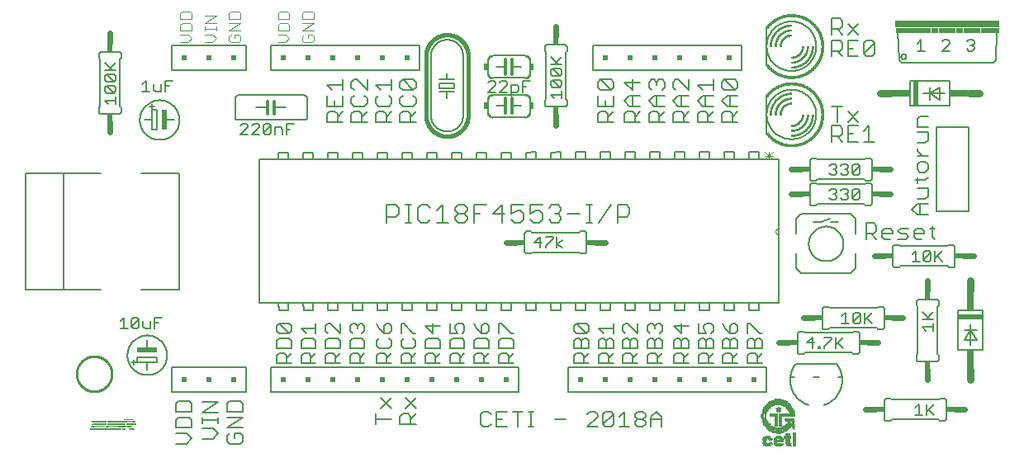
<source format=gto>
G75*
%MOIN*%
%OFA0B0*%
%FSLAX25Y25*%
%IPPOS*%
%LPD*%
%AMOC8*
5,1,8,0,0,1.08239X$1,22.5*
%
%ADD10C,0.00700*%
%ADD11C,0.00600*%
%ADD12C,0.00400*%
%ADD13R,0.12000X0.00334*%
%ADD14R,0.01340X0.00334*%
%ADD15R,0.02000X0.00334*%
%ADD16R,0.12670X0.00333*%
%ADD17R,0.01340X0.00333*%
%ADD18R,0.02000X0.00333*%
%ADD19R,0.01670X0.00333*%
%ADD20R,0.01330X0.00334*%
%ADD21R,0.03000X0.00334*%
%ADD22R,0.02340X0.00334*%
%ADD23R,0.01330X0.00333*%
%ADD24R,0.03000X0.00333*%
%ADD25R,0.02330X0.00333*%
%ADD26R,0.05660X0.00333*%
%ADD27R,0.07670X0.00333*%
%ADD28R,0.14000X0.00334*%
%ADD29R,0.03670X0.00334*%
%ADD30R,0.06000X0.00333*%
%ADD31R,0.07340X0.00333*%
%ADD32R,0.03670X0.00333*%
%ADD33R,0.05330X0.00333*%
%ADD34R,0.06330X0.00333*%
%ADD35R,0.11340X0.00333*%
%ADD36R,0.06000X0.00334*%
%ADD37R,0.11340X0.00334*%
%ADD38R,0.04330X0.00333*%
%ADD39C,0.01000*%
%ADD40R,0.02000X0.00250*%
%ADD41R,0.02250X0.00250*%
%ADD42R,0.01760X0.00250*%
%ADD43R,0.01490X0.00250*%
%ADD44R,0.02750X0.00250*%
%ADD45R,0.02990X0.00250*%
%ADD46R,0.02010X0.00250*%
%ADD47R,0.03000X0.00250*%
%ADD48R,0.03490X0.00250*%
%ADD49R,0.03760X0.00250*%
%ADD50R,0.03750X0.00250*%
%ADD51R,0.04000X0.00250*%
%ADD52R,0.04260X0.00250*%
%ADD53R,0.02500X0.00250*%
%ADD54R,0.01740X0.00250*%
%ADD55R,0.01990X0.00250*%
%ADD56R,0.01500X0.00250*%
%ADD57R,0.01510X0.00250*%
%ADD58R,0.01750X0.00250*%
%ADD59R,0.03500X0.00250*%
%ADD60R,0.02260X0.00250*%
%ADD61R,0.04500X0.00250*%
%ADD62R,0.05010X0.00250*%
%ADD63R,0.06510X0.00250*%
%ADD64R,0.07490X0.00250*%
%ADD65R,0.02510X0.00250*%
%ADD66R,0.08500X0.00250*%
%ADD67R,0.00250X0.00250*%
%ADD68R,0.09500X0.00250*%
%ADD69R,0.00500X0.00250*%
%ADD70R,0.00750X0.00250*%
%ADD71R,0.10240X0.00250*%
%ADD72R,0.01000X0.00250*%
%ADD73R,0.04250X0.00250*%
%ADD74R,0.03990X0.00250*%
%ADD75R,0.01250X0.00250*%
%ADD76R,0.04760X0.00250*%
%ADD77R,0.03250X0.00250*%
%ADD78R,0.01260X0.00250*%
%ADD79R,0.03010X0.00250*%
%ADD80R,0.02240X0.00250*%
%ADD81R,0.01010X0.00250*%
%ADD82R,0.00990X0.00250*%
%ADD83R,0.03510X0.00250*%
%ADD84R,0.03260X0.00250*%
%ADD85R,0.01240X0.00250*%
%ADD86R,0.00740X0.00250*%
%ADD87R,0.03740X0.00250*%
%ADD88R,0.07260X0.00250*%
%ADD89R,0.08750X0.00250*%
%ADD90R,0.08010X0.00250*%
%ADD91R,0.05750X0.00250*%
%ADD92R,0.08000X0.02000*%
%ADD93C,0.00500*%
%ADD94R,0.02000X0.08000*%
%ADD95C,0.00060*%
%ADD96C,0.01200*%
%ADD97R,0.01500X0.03000*%
%ADD98C,0.03000*%
%ADD99R,0.02000X0.10000*%
%ADD100R,0.07500X0.03000*%
%ADD101R,0.10000X0.02000*%
%ADD102R,0.03000X0.07500*%
%ADD103R,0.42000X0.03000*%
%ADD104R,0.07500X0.02000*%
%ADD105R,0.03000X0.02000*%
%ADD106R,0.07000X0.02000*%
%ADD107C,0.00800*%
%ADD108R,0.02000X0.02000*%
%ADD109C,0.00100*%
%ADD110C,0.01600*%
%ADD111C,0.02400*%
%ADD112R,0.02400X0.03400*%
%ADD113R,0.03400X0.02400*%
%ADD114C,0.00000*%
%ADD115C,0.00300*%
D10*
X0102861Y0039252D02*
X0102861Y0042204D01*
X0103846Y0043188D01*
X0105814Y0043188D01*
X0106798Y0042204D01*
X0106798Y0039252D01*
X0106798Y0041220D02*
X0108767Y0043188D01*
X0108767Y0045329D02*
X0102861Y0045329D01*
X0102861Y0048281D01*
X0103846Y0049265D01*
X0107782Y0049265D01*
X0108767Y0048281D01*
X0108767Y0045329D01*
X0112704Y0045329D02*
X0112704Y0048281D01*
X0113688Y0049265D01*
X0117625Y0049265D01*
X0118609Y0048281D01*
X0118609Y0045329D01*
X0112704Y0045329D01*
X0113688Y0043188D02*
X0115657Y0043188D01*
X0116641Y0042204D01*
X0116641Y0039252D01*
X0116641Y0041220D02*
X0118609Y0043188D01*
X0122547Y0042204D02*
X0123531Y0043188D01*
X0125499Y0043188D01*
X0126483Y0042204D01*
X0126483Y0039252D01*
X0126483Y0041220D02*
X0128452Y0043188D01*
X0128452Y0045329D02*
X0122547Y0045329D01*
X0122547Y0048281D01*
X0123531Y0049265D01*
X0127467Y0049265D01*
X0128452Y0048281D01*
X0128452Y0045329D01*
X0132389Y0045329D02*
X0132389Y0048281D01*
X0133373Y0049265D01*
X0137310Y0049265D01*
X0138294Y0048281D01*
X0138294Y0045329D01*
X0132389Y0045329D01*
X0133373Y0043188D02*
X0135342Y0043188D01*
X0136326Y0042204D01*
X0136326Y0039252D01*
X0136326Y0041220D02*
X0138294Y0043188D01*
X0133373Y0043188D02*
X0132389Y0042204D01*
X0132389Y0039252D01*
X0138294Y0039252D01*
X0143216Y0039252D02*
X0143216Y0042204D01*
X0144200Y0043188D01*
X0146168Y0043188D01*
X0147153Y0042204D01*
X0147153Y0039252D01*
X0149121Y0039252D02*
X0143216Y0039252D01*
X0147153Y0041220D02*
X0149121Y0043188D01*
X0148137Y0045329D02*
X0144200Y0045329D01*
X0143216Y0046313D01*
X0143216Y0048281D01*
X0144200Y0049265D01*
X0146168Y0051406D02*
X0146168Y0054358D01*
X0147153Y0055343D01*
X0148137Y0055343D01*
X0149121Y0054358D01*
X0149121Y0052390D01*
X0148137Y0051406D01*
X0146168Y0051406D01*
X0144200Y0053374D01*
X0143216Y0055343D01*
X0138294Y0054358D02*
X0138294Y0052390D01*
X0137310Y0051406D01*
X0135342Y0053374D02*
X0135342Y0054358D01*
X0136326Y0055343D01*
X0137310Y0055343D01*
X0138294Y0054358D01*
X0135342Y0054358D02*
X0134357Y0055343D01*
X0133373Y0055343D01*
X0132389Y0054358D01*
X0132389Y0052390D01*
X0133373Y0051406D01*
X0128452Y0051406D02*
X0124515Y0055343D01*
X0123531Y0055343D01*
X0122547Y0054358D01*
X0122547Y0052390D01*
X0123531Y0051406D01*
X0128452Y0051406D02*
X0128452Y0055343D01*
X0118609Y0055343D02*
X0118609Y0051406D01*
X0118609Y0053374D02*
X0112704Y0053374D01*
X0114672Y0051406D01*
X0108767Y0052390D02*
X0108767Y0054358D01*
X0107782Y0055343D01*
X0103846Y0055343D01*
X0107782Y0051406D01*
X0108767Y0052390D01*
X0107782Y0051406D02*
X0103846Y0051406D01*
X0102861Y0052390D01*
X0102861Y0054358D01*
X0103846Y0055343D01*
X0113688Y0043188D02*
X0112704Y0042204D01*
X0112704Y0039252D01*
X0118609Y0039252D01*
X0122547Y0039252D02*
X0122547Y0042204D01*
X0122547Y0039252D02*
X0128452Y0039252D01*
X0108767Y0039252D02*
X0102861Y0039252D01*
X0148137Y0045329D02*
X0149121Y0046313D01*
X0149121Y0048281D01*
X0148137Y0049265D01*
X0153058Y0048281D02*
X0153058Y0046313D01*
X0154043Y0045329D01*
X0157979Y0045329D01*
X0158963Y0046313D01*
X0158963Y0048281D01*
X0157979Y0049265D01*
X0157979Y0051406D02*
X0158963Y0051406D01*
X0157979Y0051406D02*
X0154043Y0055343D01*
X0153058Y0055343D01*
X0153058Y0051406D01*
X0154043Y0049265D02*
X0153058Y0048281D01*
X0162901Y0048281D02*
X0162901Y0045329D01*
X0168806Y0045329D01*
X0168806Y0048281D01*
X0167822Y0049265D01*
X0163885Y0049265D01*
X0162901Y0048281D01*
X0165853Y0051406D02*
X0165853Y0055343D01*
X0162901Y0054358D02*
X0165853Y0051406D01*
X0162901Y0054358D02*
X0168806Y0054358D01*
X0172743Y0055343D02*
X0172743Y0051406D01*
X0175696Y0051406D01*
X0174712Y0053374D01*
X0174712Y0054358D01*
X0175696Y0055343D01*
X0177664Y0055343D01*
X0178648Y0054358D01*
X0178648Y0052390D01*
X0177664Y0051406D01*
X0177664Y0049265D02*
X0173728Y0049265D01*
X0172743Y0048281D01*
X0172743Y0045329D01*
X0178648Y0045329D01*
X0178648Y0048281D01*
X0177664Y0049265D01*
X0182586Y0048281D02*
X0182586Y0045329D01*
X0188491Y0045329D01*
X0188491Y0048281D01*
X0187507Y0049265D01*
X0183570Y0049265D01*
X0182586Y0048281D01*
X0185538Y0051406D02*
X0185538Y0054358D01*
X0186523Y0055343D01*
X0187507Y0055343D01*
X0188491Y0054358D01*
X0188491Y0052390D01*
X0187507Y0051406D01*
X0185538Y0051406D01*
X0183570Y0053374D01*
X0182586Y0055343D01*
X0192428Y0055343D02*
X0192428Y0051406D01*
X0193413Y0049265D02*
X0192428Y0048281D01*
X0192428Y0045329D01*
X0198333Y0045329D01*
X0198333Y0048281D01*
X0197349Y0049265D01*
X0193413Y0049265D01*
X0197349Y0051406D02*
X0198333Y0051406D01*
X0197349Y0051406D02*
X0193413Y0055343D01*
X0192428Y0055343D01*
X0193413Y0043188D02*
X0195381Y0043188D01*
X0196365Y0042204D01*
X0196365Y0039252D01*
X0196365Y0041220D02*
X0198333Y0043188D01*
X0193413Y0043188D02*
X0192428Y0042204D01*
X0192428Y0039252D01*
X0198333Y0039252D01*
X0188491Y0039252D02*
X0182586Y0039252D01*
X0182586Y0042204D01*
X0183570Y0043188D01*
X0185538Y0043188D01*
X0186523Y0042204D01*
X0186523Y0039252D01*
X0186523Y0041220D02*
X0188491Y0043188D01*
X0178648Y0043188D02*
X0176680Y0041220D01*
X0176680Y0042204D02*
X0176680Y0039252D01*
X0178648Y0039252D02*
X0172743Y0039252D01*
X0172743Y0042204D01*
X0173728Y0043188D01*
X0175696Y0043188D01*
X0176680Y0042204D01*
X0168806Y0043188D02*
X0166838Y0041220D01*
X0166838Y0042204D02*
X0166838Y0039252D01*
X0168806Y0039252D02*
X0162901Y0039252D01*
X0162901Y0042204D01*
X0163885Y0043188D01*
X0165853Y0043188D01*
X0166838Y0042204D01*
X0158963Y0043188D02*
X0156995Y0041220D01*
X0156995Y0042204D02*
X0156995Y0039252D01*
X0158963Y0039252D02*
X0153058Y0039252D01*
X0153058Y0042204D01*
X0154043Y0043188D01*
X0156011Y0043188D01*
X0156995Y0042204D01*
X0185161Y0018744D02*
X0185161Y0014541D01*
X0186212Y0013490D01*
X0188314Y0013490D01*
X0189365Y0014541D01*
X0191607Y0013490D02*
X0195811Y0013490D01*
X0193709Y0016642D02*
X0191607Y0016642D01*
X0191607Y0013490D02*
X0191607Y0019795D01*
X0195811Y0019795D01*
X0198052Y0019795D02*
X0202256Y0019795D01*
X0200154Y0019795D02*
X0200154Y0013490D01*
X0204498Y0013490D02*
X0206600Y0013490D01*
X0205549Y0013490D02*
X0205549Y0019795D01*
X0204498Y0019795D02*
X0206600Y0019795D01*
X0215240Y0016642D02*
X0219444Y0016642D01*
X0228131Y0018744D02*
X0229182Y0019795D01*
X0231284Y0019795D01*
X0232335Y0018744D01*
X0232335Y0017693D01*
X0228131Y0013490D01*
X0232335Y0013490D01*
X0234577Y0014541D02*
X0238780Y0018744D01*
X0238780Y0014541D01*
X0237730Y0013490D01*
X0235628Y0013490D01*
X0234577Y0014541D01*
X0234577Y0018744D01*
X0235628Y0019795D01*
X0237730Y0019795D01*
X0238780Y0018744D01*
X0241022Y0017693D02*
X0243124Y0019795D01*
X0243124Y0013490D01*
X0241022Y0013490D02*
X0245226Y0013490D01*
X0247468Y0014541D02*
X0247468Y0015592D01*
X0248519Y0016642D01*
X0250621Y0016642D01*
X0251671Y0015592D01*
X0251671Y0014541D01*
X0250621Y0013490D01*
X0248519Y0013490D01*
X0247468Y0014541D01*
X0248519Y0016642D02*
X0247468Y0017693D01*
X0247468Y0018744D01*
X0248519Y0019795D01*
X0250621Y0019795D01*
X0251671Y0018744D01*
X0251671Y0017693D01*
X0250621Y0016642D01*
X0253913Y0016642D02*
X0258117Y0016642D01*
X0258117Y0017693D02*
X0258117Y0013490D01*
X0253913Y0013490D02*
X0253913Y0017693D01*
X0256015Y0019795D01*
X0258117Y0017693D01*
X0258373Y0039252D02*
X0252468Y0039252D01*
X0252468Y0042204D01*
X0253452Y0043188D01*
X0255420Y0043188D01*
X0256404Y0042204D01*
X0256404Y0039252D01*
X0256404Y0041220D02*
X0258373Y0043188D01*
X0258373Y0045329D02*
X0258373Y0048281D01*
X0257389Y0049265D01*
X0256404Y0049265D01*
X0255420Y0048281D01*
X0255420Y0045329D01*
X0252468Y0045329D02*
X0252468Y0048281D01*
X0253452Y0049265D01*
X0254436Y0049265D01*
X0255420Y0048281D01*
X0253452Y0051406D02*
X0252468Y0052390D01*
X0252468Y0054358D01*
X0253452Y0055343D01*
X0254436Y0055343D01*
X0255420Y0054358D01*
X0256404Y0055343D01*
X0257389Y0055343D01*
X0258373Y0054358D01*
X0258373Y0052390D01*
X0257389Y0051406D01*
X0255420Y0053374D02*
X0255420Y0054358D01*
X0248530Y0055343D02*
X0248530Y0051406D01*
X0244594Y0055343D01*
X0243609Y0055343D01*
X0242625Y0054358D01*
X0242625Y0052390D01*
X0243609Y0051406D01*
X0243609Y0049265D02*
X0244594Y0049265D01*
X0245578Y0048281D01*
X0245578Y0045329D01*
X0245578Y0043188D02*
X0243609Y0043188D01*
X0242625Y0042204D01*
X0242625Y0039252D01*
X0248530Y0039252D01*
X0246562Y0039252D02*
X0246562Y0042204D01*
X0245578Y0043188D01*
X0246562Y0041220D02*
X0248530Y0043188D01*
X0248530Y0045329D02*
X0242625Y0045329D01*
X0242625Y0048281D01*
X0243609Y0049265D01*
X0245578Y0048281D02*
X0246562Y0049265D01*
X0247546Y0049265D01*
X0248530Y0048281D01*
X0248530Y0045329D01*
X0252468Y0045329D02*
X0258373Y0045329D01*
X0263295Y0045329D02*
X0263295Y0048281D01*
X0264279Y0049265D01*
X0265263Y0049265D01*
X0266247Y0048281D01*
X0266247Y0045329D01*
X0266247Y0043188D02*
X0264279Y0043188D01*
X0263295Y0042204D01*
X0263295Y0039252D01*
X0269200Y0039252D01*
X0267231Y0039252D02*
X0267231Y0042204D01*
X0266247Y0043188D01*
X0267231Y0041220D02*
X0269200Y0043188D01*
X0269200Y0045329D02*
X0269200Y0048281D01*
X0268215Y0049265D01*
X0267231Y0049265D01*
X0266247Y0048281D01*
X0266247Y0051406D02*
X0266247Y0055343D01*
X0263295Y0054358D02*
X0266247Y0051406D01*
X0273137Y0051406D02*
X0276090Y0051406D01*
X0275105Y0053374D01*
X0275105Y0054358D01*
X0276090Y0055343D01*
X0278058Y0055343D01*
X0279042Y0054358D01*
X0279042Y0052390D01*
X0278058Y0051406D01*
X0278058Y0049265D02*
X0277074Y0049265D01*
X0276090Y0048281D01*
X0276090Y0045329D01*
X0276090Y0043188D02*
X0277074Y0042204D01*
X0277074Y0039252D01*
X0277074Y0041220D02*
X0279042Y0043188D01*
X0279042Y0045329D02*
X0279042Y0048281D01*
X0278058Y0049265D01*
X0276090Y0048281D02*
X0275105Y0049265D01*
X0274121Y0049265D01*
X0273137Y0048281D01*
X0273137Y0045329D01*
X0279042Y0045329D01*
X0276090Y0043188D02*
X0274121Y0043188D01*
X0273137Y0042204D01*
X0273137Y0039252D01*
X0279042Y0039252D01*
X0282980Y0039252D02*
X0282980Y0042204D01*
X0283964Y0043188D01*
X0285932Y0043188D01*
X0286916Y0042204D01*
X0286916Y0039252D01*
X0286916Y0041220D02*
X0288885Y0043188D01*
X0288885Y0045329D02*
X0282980Y0045329D01*
X0282980Y0048281D01*
X0283964Y0049265D01*
X0284948Y0049265D01*
X0285932Y0048281D01*
X0285932Y0045329D01*
X0288885Y0045329D02*
X0288885Y0048281D01*
X0287900Y0049265D01*
X0286916Y0049265D01*
X0285932Y0048281D01*
X0285932Y0051406D02*
X0285932Y0054358D01*
X0286916Y0055343D01*
X0287900Y0055343D01*
X0288885Y0054358D01*
X0288885Y0052390D01*
X0287900Y0051406D01*
X0285932Y0051406D01*
X0283964Y0053374D01*
X0282980Y0055343D01*
X0292822Y0055343D02*
X0292822Y0051406D01*
X0293806Y0049265D02*
X0292822Y0048281D01*
X0292822Y0045329D01*
X0298727Y0045329D01*
X0298727Y0048281D01*
X0297743Y0049265D01*
X0296759Y0049265D01*
X0295775Y0048281D01*
X0295775Y0045329D01*
X0295775Y0043188D02*
X0296759Y0042204D01*
X0296759Y0039252D01*
X0296759Y0041220D02*
X0298727Y0043188D01*
X0295775Y0043188D02*
X0293806Y0043188D01*
X0292822Y0042204D01*
X0292822Y0039252D01*
X0298727Y0039252D01*
X0288885Y0039252D02*
X0282980Y0039252D01*
X0269200Y0045329D02*
X0263295Y0045329D01*
X0273137Y0051406D02*
X0273137Y0055343D01*
X0269200Y0054358D02*
X0263295Y0054358D01*
X0238688Y0053374D02*
X0232783Y0053374D01*
X0234751Y0051406D01*
X0234751Y0049265D02*
X0235735Y0048281D01*
X0235735Y0045329D01*
X0235735Y0043188D02*
X0236719Y0042204D01*
X0236719Y0039252D01*
X0236719Y0041220D02*
X0238688Y0043188D01*
X0238688Y0045329D02*
X0232783Y0045329D01*
X0232783Y0048281D01*
X0233767Y0049265D01*
X0234751Y0049265D01*
X0235735Y0048281D02*
X0236719Y0049265D01*
X0237704Y0049265D01*
X0238688Y0048281D01*
X0238688Y0045329D01*
X0235735Y0043188D02*
X0233767Y0043188D01*
X0232783Y0042204D01*
X0232783Y0039252D01*
X0238688Y0039252D01*
X0228845Y0039252D02*
X0222940Y0039252D01*
X0222940Y0042204D01*
X0223924Y0043188D01*
X0225893Y0043188D01*
X0226877Y0042204D01*
X0226877Y0039252D01*
X0226877Y0041220D02*
X0228845Y0043188D01*
X0228845Y0045329D02*
X0228845Y0048281D01*
X0227861Y0049265D01*
X0226877Y0049265D01*
X0225893Y0048281D01*
X0225893Y0045329D01*
X0228845Y0045329D02*
X0222940Y0045329D01*
X0222940Y0048281D01*
X0223924Y0049265D01*
X0224909Y0049265D01*
X0225893Y0048281D01*
X0227861Y0051406D02*
X0223924Y0051406D01*
X0222940Y0052390D01*
X0222940Y0054358D01*
X0223924Y0055343D01*
X0227861Y0051406D01*
X0228845Y0052390D01*
X0228845Y0054358D01*
X0227861Y0055343D01*
X0223924Y0055343D01*
X0238688Y0055343D02*
X0238688Y0051406D01*
X0292822Y0055343D02*
X0293806Y0055343D01*
X0297743Y0051406D01*
X0298727Y0051406D01*
X0295775Y0048281D02*
X0294790Y0049265D01*
X0293806Y0049265D01*
X0189365Y0018744D02*
X0188314Y0019795D01*
X0186212Y0019795D01*
X0185161Y0018744D01*
D11*
X0159013Y0018866D02*
X0156878Y0016730D01*
X0156878Y0017798D02*
X0156878Y0014595D01*
X0159013Y0014595D02*
X0152608Y0014595D01*
X0152608Y0017798D01*
X0153675Y0018866D01*
X0155811Y0018866D01*
X0156878Y0017798D01*
X0154743Y0021041D02*
X0159013Y0025311D01*
X0159013Y0021041D02*
X0154743Y0025311D01*
X0149171Y0025311D02*
X0144901Y0021041D01*
X0142765Y0018866D02*
X0142765Y0014595D01*
X0142765Y0016730D02*
X0149171Y0016730D01*
X0149171Y0021041D02*
X0144901Y0025311D01*
X0089131Y0022815D02*
X0089131Y0019612D01*
X0082726Y0019612D01*
X0082726Y0022815D01*
X0083794Y0023883D01*
X0088064Y0023883D01*
X0089131Y0022815D01*
X0079289Y0023703D02*
X0072884Y0023703D01*
X0068462Y0022815D02*
X0067395Y0023883D01*
X0063124Y0023883D01*
X0062057Y0022815D01*
X0062057Y0019612D01*
X0068462Y0019612D01*
X0068462Y0022815D01*
X0072884Y0019432D02*
X0079289Y0023703D01*
X0079289Y0019432D02*
X0072884Y0019432D01*
X0072884Y0017270D02*
X0072884Y0015135D01*
X0072884Y0016203D02*
X0079289Y0016203D01*
X0079289Y0017270D02*
X0079289Y0015135D01*
X0082726Y0013167D02*
X0089131Y0017437D01*
X0082726Y0017437D01*
X0082726Y0013167D02*
X0089131Y0013167D01*
X0088064Y0010992D02*
X0085929Y0010992D01*
X0085929Y0008856D01*
X0088064Y0006721D02*
X0089131Y0007789D01*
X0089131Y0009924D01*
X0088064Y0010992D01*
X0083794Y0010992D02*
X0082726Y0009924D01*
X0082726Y0007789D01*
X0083794Y0006721D01*
X0088064Y0006721D01*
X0079289Y0010825D02*
X0077154Y0012960D01*
X0072884Y0012960D01*
X0068462Y0013167D02*
X0068462Y0016369D01*
X0067395Y0017437D01*
X0063124Y0017437D01*
X0062057Y0016369D01*
X0062057Y0013167D01*
X0068462Y0013167D01*
X0066327Y0010992D02*
X0062057Y0010992D01*
X0066327Y0010992D02*
X0068462Y0008856D01*
X0066327Y0006721D01*
X0062057Y0006721D01*
X0072884Y0008690D02*
X0077154Y0008690D01*
X0079289Y0010825D01*
X0050613Y0036484D02*
X0050613Y0039484D01*
X0046613Y0039484D01*
X0046613Y0041484D01*
X0054613Y0041484D01*
X0054613Y0039484D01*
X0050613Y0039484D01*
X0042613Y0042484D02*
X0042615Y0042680D01*
X0042623Y0042877D01*
X0042635Y0043073D01*
X0042652Y0043268D01*
X0042673Y0043463D01*
X0042700Y0043658D01*
X0042731Y0043852D01*
X0042767Y0044045D01*
X0042807Y0044237D01*
X0042853Y0044428D01*
X0042903Y0044618D01*
X0042957Y0044806D01*
X0043017Y0044993D01*
X0043081Y0045179D01*
X0043149Y0045363D01*
X0043222Y0045545D01*
X0043299Y0045726D01*
X0043381Y0045904D01*
X0043467Y0046081D01*
X0043558Y0046255D01*
X0043652Y0046427D01*
X0043751Y0046597D01*
X0043854Y0046764D01*
X0043961Y0046929D01*
X0044072Y0047090D01*
X0044187Y0047250D01*
X0044306Y0047406D01*
X0044429Y0047559D01*
X0044555Y0047709D01*
X0044685Y0047856D01*
X0044819Y0048000D01*
X0044956Y0048141D01*
X0045097Y0048278D01*
X0045241Y0048412D01*
X0045388Y0048542D01*
X0045538Y0048668D01*
X0045691Y0048791D01*
X0045847Y0048910D01*
X0046007Y0049025D01*
X0046168Y0049136D01*
X0046333Y0049243D01*
X0046500Y0049346D01*
X0046670Y0049445D01*
X0046842Y0049539D01*
X0047016Y0049630D01*
X0047193Y0049716D01*
X0047371Y0049798D01*
X0047552Y0049875D01*
X0047734Y0049948D01*
X0047918Y0050016D01*
X0048104Y0050080D01*
X0048291Y0050140D01*
X0048479Y0050194D01*
X0048669Y0050244D01*
X0048860Y0050290D01*
X0049052Y0050330D01*
X0049245Y0050366D01*
X0049439Y0050397D01*
X0049634Y0050424D01*
X0049829Y0050445D01*
X0050024Y0050462D01*
X0050220Y0050474D01*
X0050417Y0050482D01*
X0050613Y0050484D01*
X0050809Y0050482D01*
X0051006Y0050474D01*
X0051202Y0050462D01*
X0051397Y0050445D01*
X0051592Y0050424D01*
X0051787Y0050397D01*
X0051981Y0050366D01*
X0052174Y0050330D01*
X0052366Y0050290D01*
X0052557Y0050244D01*
X0052747Y0050194D01*
X0052935Y0050140D01*
X0053122Y0050080D01*
X0053308Y0050016D01*
X0053492Y0049948D01*
X0053674Y0049875D01*
X0053855Y0049798D01*
X0054033Y0049716D01*
X0054210Y0049630D01*
X0054384Y0049539D01*
X0054556Y0049445D01*
X0054726Y0049346D01*
X0054893Y0049243D01*
X0055058Y0049136D01*
X0055219Y0049025D01*
X0055379Y0048910D01*
X0055535Y0048791D01*
X0055688Y0048668D01*
X0055838Y0048542D01*
X0055985Y0048412D01*
X0056129Y0048278D01*
X0056270Y0048141D01*
X0056407Y0048000D01*
X0056541Y0047856D01*
X0056671Y0047709D01*
X0056797Y0047559D01*
X0056920Y0047406D01*
X0057039Y0047250D01*
X0057154Y0047090D01*
X0057265Y0046929D01*
X0057372Y0046764D01*
X0057475Y0046597D01*
X0057574Y0046427D01*
X0057668Y0046255D01*
X0057759Y0046081D01*
X0057845Y0045904D01*
X0057927Y0045726D01*
X0058004Y0045545D01*
X0058077Y0045363D01*
X0058145Y0045179D01*
X0058209Y0044993D01*
X0058269Y0044806D01*
X0058323Y0044618D01*
X0058373Y0044428D01*
X0058419Y0044237D01*
X0058459Y0044045D01*
X0058495Y0043852D01*
X0058526Y0043658D01*
X0058553Y0043463D01*
X0058574Y0043268D01*
X0058591Y0043073D01*
X0058603Y0042877D01*
X0058611Y0042680D01*
X0058613Y0042484D01*
X0058611Y0042288D01*
X0058603Y0042091D01*
X0058591Y0041895D01*
X0058574Y0041700D01*
X0058553Y0041505D01*
X0058526Y0041310D01*
X0058495Y0041116D01*
X0058459Y0040923D01*
X0058419Y0040731D01*
X0058373Y0040540D01*
X0058323Y0040350D01*
X0058269Y0040162D01*
X0058209Y0039975D01*
X0058145Y0039789D01*
X0058077Y0039605D01*
X0058004Y0039423D01*
X0057927Y0039242D01*
X0057845Y0039064D01*
X0057759Y0038887D01*
X0057668Y0038713D01*
X0057574Y0038541D01*
X0057475Y0038371D01*
X0057372Y0038204D01*
X0057265Y0038039D01*
X0057154Y0037878D01*
X0057039Y0037718D01*
X0056920Y0037562D01*
X0056797Y0037409D01*
X0056671Y0037259D01*
X0056541Y0037112D01*
X0056407Y0036968D01*
X0056270Y0036827D01*
X0056129Y0036690D01*
X0055985Y0036556D01*
X0055838Y0036426D01*
X0055688Y0036300D01*
X0055535Y0036177D01*
X0055379Y0036058D01*
X0055219Y0035943D01*
X0055058Y0035832D01*
X0054893Y0035725D01*
X0054726Y0035622D01*
X0054556Y0035523D01*
X0054384Y0035429D01*
X0054210Y0035338D01*
X0054033Y0035252D01*
X0053855Y0035170D01*
X0053674Y0035093D01*
X0053492Y0035020D01*
X0053308Y0034952D01*
X0053122Y0034888D01*
X0052935Y0034828D01*
X0052747Y0034774D01*
X0052557Y0034724D01*
X0052366Y0034678D01*
X0052174Y0034638D01*
X0051981Y0034602D01*
X0051787Y0034571D01*
X0051592Y0034544D01*
X0051397Y0034523D01*
X0051202Y0034506D01*
X0051006Y0034494D01*
X0050809Y0034486D01*
X0050613Y0034484D01*
X0050417Y0034486D01*
X0050220Y0034494D01*
X0050024Y0034506D01*
X0049829Y0034523D01*
X0049634Y0034544D01*
X0049439Y0034571D01*
X0049245Y0034602D01*
X0049052Y0034638D01*
X0048860Y0034678D01*
X0048669Y0034724D01*
X0048479Y0034774D01*
X0048291Y0034828D01*
X0048104Y0034888D01*
X0047918Y0034952D01*
X0047734Y0035020D01*
X0047552Y0035093D01*
X0047371Y0035170D01*
X0047193Y0035252D01*
X0047016Y0035338D01*
X0046842Y0035429D01*
X0046670Y0035523D01*
X0046500Y0035622D01*
X0046333Y0035725D01*
X0046168Y0035832D01*
X0046007Y0035943D01*
X0045847Y0036058D01*
X0045691Y0036177D01*
X0045538Y0036300D01*
X0045388Y0036426D01*
X0045241Y0036556D01*
X0045097Y0036690D01*
X0044956Y0036827D01*
X0044819Y0036968D01*
X0044685Y0037112D01*
X0044555Y0037259D01*
X0044429Y0037409D01*
X0044306Y0037562D01*
X0044187Y0037718D01*
X0044072Y0037878D01*
X0043961Y0038039D01*
X0043854Y0038204D01*
X0043751Y0038371D01*
X0043652Y0038541D01*
X0043558Y0038713D01*
X0043467Y0038887D01*
X0043381Y0039064D01*
X0043299Y0039242D01*
X0043222Y0039423D01*
X0043149Y0039605D01*
X0043081Y0039789D01*
X0043017Y0039975D01*
X0042957Y0040162D01*
X0042903Y0040350D01*
X0042853Y0040540D01*
X0042807Y0040731D01*
X0042767Y0040923D01*
X0042731Y0041116D01*
X0042700Y0041310D01*
X0042673Y0041505D01*
X0042652Y0041700D01*
X0042635Y0041895D01*
X0042623Y0042091D01*
X0042615Y0042288D01*
X0042613Y0042484D01*
X0045113Y0040484D02*
X0045113Y0038484D01*
X0046113Y0039484D02*
X0044113Y0039484D01*
X0050613Y0044984D02*
X0050613Y0048484D01*
X0095813Y0063484D02*
X0305413Y0063484D01*
X0305413Y0091284D01*
X0305413Y0093684D01*
X0305413Y0121484D01*
X0095813Y0121484D01*
X0095813Y0063484D01*
X0101513Y0063484D01*
X0103613Y0063484D02*
X0103713Y0060484D01*
X0107613Y0060484D01*
X0107613Y0063484D01*
X0103613Y0063484D01*
X0109713Y0063484D02*
X0111513Y0063484D01*
X0113613Y0063484D02*
X0113713Y0060484D01*
X0117613Y0060584D01*
X0117613Y0063484D01*
X0113613Y0063484D01*
X0119713Y0063484D02*
X0121513Y0063484D01*
X0123613Y0063484D02*
X0123613Y0060484D01*
X0127613Y0060584D01*
X0127613Y0063484D01*
X0123613Y0063484D01*
X0129713Y0063484D02*
X0131513Y0063484D01*
X0133613Y0063484D02*
X0133613Y0060584D01*
X0137613Y0060584D01*
X0137613Y0063484D01*
X0133613Y0063484D01*
X0139713Y0063484D02*
X0141513Y0063484D01*
X0143613Y0063484D02*
X0143613Y0060584D01*
X0147613Y0060584D01*
X0147613Y0063484D01*
X0143613Y0063484D01*
X0149713Y0063484D02*
X0151513Y0063484D01*
X0153613Y0063484D02*
X0153613Y0060584D01*
X0157613Y0060584D01*
X0157613Y0063484D01*
X0153613Y0063484D01*
X0159713Y0063484D02*
X0161513Y0063484D01*
X0163613Y0063484D02*
X0163613Y0060584D01*
X0167613Y0060584D01*
X0167613Y0063484D01*
X0163613Y0063484D01*
X0169713Y0063484D02*
X0171513Y0063484D01*
X0173613Y0063484D02*
X0173613Y0060584D01*
X0177613Y0060584D01*
X0177613Y0063484D01*
X0173613Y0063484D01*
X0179713Y0063484D02*
X0181513Y0063484D01*
X0183613Y0063484D02*
X0183613Y0060584D01*
X0187613Y0060584D01*
X0187613Y0063484D01*
X0183613Y0063484D01*
X0189713Y0063484D02*
X0191513Y0063484D01*
X0193613Y0063484D02*
X0193613Y0060584D01*
X0197613Y0060584D01*
X0197613Y0063484D01*
X0193613Y0063484D01*
X0199713Y0063484D02*
X0201513Y0063484D01*
X0203613Y0063484D02*
X0203613Y0060584D01*
X0207613Y0060584D01*
X0207613Y0063484D01*
X0203613Y0063484D01*
X0209713Y0063484D02*
X0211513Y0063484D01*
X0213613Y0063484D02*
X0213613Y0060584D01*
X0217613Y0060584D01*
X0217613Y0063484D01*
X0213613Y0063484D01*
X0219713Y0063484D02*
X0221513Y0063484D01*
X0223613Y0063484D02*
X0223613Y0060584D01*
X0227613Y0060584D01*
X0227613Y0063484D01*
X0223613Y0063484D01*
X0229713Y0063484D02*
X0231513Y0063484D01*
X0233613Y0063484D02*
X0233613Y0060584D01*
X0237613Y0060584D01*
X0237613Y0063484D01*
X0233613Y0063484D01*
X0239713Y0063484D02*
X0241513Y0063484D01*
X0243613Y0063484D02*
X0243613Y0060584D01*
X0247613Y0060584D01*
X0247613Y0063484D01*
X0243613Y0063484D01*
X0249713Y0063484D02*
X0251513Y0063484D01*
X0253613Y0063484D02*
X0253613Y0060584D01*
X0257613Y0060584D01*
X0257613Y0063484D01*
X0253613Y0063484D01*
X0259713Y0063484D02*
X0261513Y0063484D01*
X0263613Y0063484D02*
X0263613Y0060584D01*
X0267613Y0060584D01*
X0267613Y0063484D01*
X0263613Y0063484D01*
X0269713Y0063484D02*
X0271513Y0063484D01*
X0273613Y0063484D02*
X0273613Y0060584D01*
X0277613Y0060584D01*
X0277613Y0063484D01*
X0273613Y0063484D01*
X0279713Y0063484D02*
X0281513Y0063484D01*
X0283613Y0063484D02*
X0283613Y0060584D01*
X0287613Y0060584D01*
X0287613Y0063484D01*
X0283613Y0063484D01*
X0289713Y0063484D02*
X0291513Y0063484D01*
X0293613Y0063484D02*
X0293613Y0060584D01*
X0297613Y0060584D01*
X0297613Y0063484D01*
X0293613Y0063484D01*
X0299713Y0063484D02*
X0305413Y0063484D01*
X0305413Y0091284D01*
X0305413Y0093684D01*
X0305413Y0121484D01*
X0299913Y0121484D01*
X0297613Y0121484D02*
X0297613Y0124484D01*
X0293613Y0124484D01*
X0293613Y0121484D01*
X0297613Y0121484D01*
X0291313Y0121484D02*
X0289713Y0121484D01*
X0287613Y0121484D02*
X0287613Y0124484D01*
X0283613Y0124484D01*
X0283613Y0121484D01*
X0287613Y0121484D01*
X0281513Y0121484D02*
X0279713Y0121484D01*
X0277613Y0121484D02*
X0277613Y0124484D01*
X0273613Y0124484D01*
X0273613Y0121484D01*
X0277613Y0121484D01*
X0271513Y0121484D02*
X0269713Y0121484D01*
X0267613Y0121484D02*
X0267613Y0124484D01*
X0263613Y0124484D01*
X0263613Y0121484D01*
X0267613Y0121484D01*
X0261513Y0121484D02*
X0259713Y0121484D01*
X0257613Y0121484D02*
X0257613Y0124484D01*
X0253613Y0124484D01*
X0253613Y0121484D01*
X0257613Y0121484D01*
X0251513Y0121484D02*
X0249713Y0121484D01*
X0247613Y0121484D02*
X0247613Y0124484D01*
X0243613Y0124484D01*
X0243613Y0121484D01*
X0247613Y0121484D01*
X0241513Y0121484D02*
X0239713Y0121484D01*
X0237613Y0121484D02*
X0237613Y0124484D01*
X0233613Y0124484D01*
X0233613Y0121484D01*
X0237613Y0121484D01*
X0231513Y0121484D02*
X0229713Y0121484D01*
X0227613Y0121484D02*
X0227613Y0124484D01*
X0223613Y0124484D01*
X0223613Y0121484D01*
X0227613Y0121484D01*
X0221513Y0121484D02*
X0219713Y0121484D01*
X0217613Y0121484D02*
X0217613Y0124484D01*
X0213613Y0124384D01*
X0213613Y0121484D01*
X0217613Y0121484D01*
X0211513Y0121484D02*
X0209713Y0121484D01*
X0207613Y0121484D02*
X0207613Y0124484D01*
X0203613Y0124384D01*
X0203613Y0121484D01*
X0207613Y0121484D01*
X0201513Y0121484D02*
X0199713Y0121484D01*
X0197613Y0121484D02*
X0197613Y0124384D01*
X0193613Y0124384D01*
X0193613Y0121484D01*
X0197613Y0121484D01*
X0191513Y0121484D02*
X0189713Y0121484D01*
X0187613Y0121484D02*
X0187613Y0124384D01*
X0183613Y0124384D01*
X0183613Y0121484D01*
X0187613Y0121484D01*
X0181513Y0121484D02*
X0179713Y0121484D01*
X0177613Y0121484D02*
X0177613Y0124384D01*
X0173613Y0124384D01*
X0173613Y0121484D01*
X0177613Y0121484D01*
X0171513Y0121484D02*
X0169713Y0121484D01*
X0167613Y0121484D02*
X0167613Y0124384D01*
X0163613Y0124384D01*
X0163613Y0121484D01*
X0167613Y0121484D01*
X0161513Y0121484D02*
X0159713Y0121484D01*
X0157613Y0121484D02*
X0157613Y0124384D01*
X0153613Y0124384D01*
X0153613Y0121484D01*
X0157613Y0121484D01*
X0151513Y0121484D02*
X0149713Y0121484D01*
X0147613Y0121484D02*
X0147613Y0124384D01*
X0143613Y0124384D01*
X0143613Y0121484D01*
X0147613Y0121484D01*
X0141513Y0121484D02*
X0139713Y0121484D01*
X0137613Y0121484D02*
X0137613Y0124384D01*
X0133613Y0124384D01*
X0133613Y0121484D01*
X0137613Y0121484D01*
X0131513Y0121484D02*
X0129713Y0121484D01*
X0127613Y0121484D02*
X0127613Y0124384D01*
X0123613Y0124384D01*
X0123613Y0121484D01*
X0127613Y0121484D01*
X0121513Y0121484D02*
X0119713Y0121484D01*
X0117613Y0121484D02*
X0117613Y0124384D01*
X0113613Y0124384D01*
X0113613Y0121484D01*
X0117613Y0121484D01*
X0111513Y0121484D02*
X0109713Y0121484D01*
X0107613Y0121484D02*
X0107613Y0124384D01*
X0103613Y0124384D01*
X0103613Y0121484D01*
X0107613Y0121484D01*
X0101513Y0121484D02*
X0095813Y0121484D01*
X0095813Y0063484D01*
X0202916Y0084614D02*
X0202916Y0091614D01*
X0202918Y0091674D01*
X0202923Y0091735D01*
X0202932Y0091794D01*
X0202945Y0091853D01*
X0202961Y0091912D01*
X0202981Y0091969D01*
X0203004Y0092024D01*
X0203031Y0092079D01*
X0203060Y0092131D01*
X0203093Y0092182D01*
X0203129Y0092231D01*
X0203167Y0092277D01*
X0203209Y0092321D01*
X0203253Y0092363D01*
X0203299Y0092401D01*
X0203348Y0092437D01*
X0203399Y0092470D01*
X0203451Y0092499D01*
X0203506Y0092526D01*
X0203561Y0092549D01*
X0203618Y0092569D01*
X0203677Y0092585D01*
X0203736Y0092598D01*
X0203795Y0092607D01*
X0203856Y0092612D01*
X0203916Y0092614D01*
X0205416Y0092614D01*
X0205916Y0092114D01*
X0224916Y0092114D01*
X0225416Y0092614D01*
X0226916Y0092614D01*
X0226976Y0092612D01*
X0227037Y0092607D01*
X0227096Y0092598D01*
X0227155Y0092585D01*
X0227214Y0092569D01*
X0227271Y0092549D01*
X0227326Y0092526D01*
X0227381Y0092499D01*
X0227433Y0092470D01*
X0227484Y0092437D01*
X0227533Y0092401D01*
X0227579Y0092363D01*
X0227623Y0092321D01*
X0227665Y0092277D01*
X0227703Y0092231D01*
X0227739Y0092182D01*
X0227772Y0092131D01*
X0227801Y0092079D01*
X0227828Y0092024D01*
X0227851Y0091969D01*
X0227871Y0091912D01*
X0227887Y0091853D01*
X0227900Y0091794D01*
X0227909Y0091735D01*
X0227914Y0091674D01*
X0227916Y0091614D01*
X0227916Y0084614D01*
X0227914Y0084554D01*
X0227909Y0084493D01*
X0227900Y0084434D01*
X0227887Y0084375D01*
X0227871Y0084316D01*
X0227851Y0084259D01*
X0227828Y0084204D01*
X0227801Y0084149D01*
X0227772Y0084097D01*
X0227739Y0084046D01*
X0227703Y0083997D01*
X0227665Y0083951D01*
X0227623Y0083907D01*
X0227579Y0083865D01*
X0227533Y0083827D01*
X0227484Y0083791D01*
X0227433Y0083758D01*
X0227381Y0083729D01*
X0227326Y0083702D01*
X0227271Y0083679D01*
X0227214Y0083659D01*
X0227155Y0083643D01*
X0227096Y0083630D01*
X0227037Y0083621D01*
X0226976Y0083616D01*
X0226916Y0083614D01*
X0225416Y0083614D01*
X0224916Y0084114D01*
X0205916Y0084114D01*
X0205416Y0083614D01*
X0203916Y0083614D01*
X0203856Y0083616D01*
X0203795Y0083621D01*
X0203736Y0083630D01*
X0203677Y0083643D01*
X0203618Y0083659D01*
X0203561Y0083679D01*
X0203506Y0083702D01*
X0203451Y0083729D01*
X0203399Y0083758D01*
X0203348Y0083791D01*
X0203299Y0083827D01*
X0203253Y0083865D01*
X0203209Y0083907D01*
X0203167Y0083951D01*
X0203129Y0083997D01*
X0203093Y0084046D01*
X0203060Y0084097D01*
X0203031Y0084149D01*
X0203004Y0084204D01*
X0202981Y0084259D01*
X0202961Y0084316D01*
X0202945Y0084375D01*
X0202932Y0084434D01*
X0202923Y0084493D01*
X0202918Y0084554D01*
X0202916Y0084614D01*
X0313113Y0050984D02*
X0313113Y0043984D01*
X0313115Y0043924D01*
X0313120Y0043863D01*
X0313129Y0043804D01*
X0313142Y0043745D01*
X0313158Y0043686D01*
X0313178Y0043629D01*
X0313201Y0043574D01*
X0313228Y0043519D01*
X0313257Y0043467D01*
X0313290Y0043416D01*
X0313326Y0043367D01*
X0313364Y0043321D01*
X0313406Y0043277D01*
X0313450Y0043235D01*
X0313496Y0043197D01*
X0313545Y0043161D01*
X0313596Y0043128D01*
X0313648Y0043099D01*
X0313703Y0043072D01*
X0313758Y0043049D01*
X0313815Y0043029D01*
X0313874Y0043013D01*
X0313933Y0043000D01*
X0313992Y0042991D01*
X0314053Y0042986D01*
X0314113Y0042984D01*
X0315613Y0042984D01*
X0316113Y0043484D01*
X0335113Y0043484D01*
X0335613Y0042984D01*
X0337113Y0042984D01*
X0337173Y0042986D01*
X0337234Y0042991D01*
X0337293Y0043000D01*
X0337352Y0043013D01*
X0337411Y0043029D01*
X0337468Y0043049D01*
X0337523Y0043072D01*
X0337578Y0043099D01*
X0337630Y0043128D01*
X0337681Y0043161D01*
X0337730Y0043197D01*
X0337776Y0043235D01*
X0337820Y0043277D01*
X0337862Y0043321D01*
X0337900Y0043367D01*
X0337936Y0043416D01*
X0337969Y0043467D01*
X0337998Y0043519D01*
X0338025Y0043574D01*
X0338048Y0043629D01*
X0338068Y0043686D01*
X0338084Y0043745D01*
X0338097Y0043804D01*
X0338106Y0043863D01*
X0338111Y0043924D01*
X0338113Y0043984D01*
X0338113Y0050984D01*
X0338111Y0051044D01*
X0338106Y0051105D01*
X0338097Y0051164D01*
X0338084Y0051223D01*
X0338068Y0051282D01*
X0338048Y0051339D01*
X0338025Y0051394D01*
X0337998Y0051449D01*
X0337969Y0051501D01*
X0337936Y0051552D01*
X0337900Y0051601D01*
X0337862Y0051647D01*
X0337820Y0051691D01*
X0337776Y0051733D01*
X0337730Y0051771D01*
X0337681Y0051807D01*
X0337630Y0051840D01*
X0337578Y0051869D01*
X0337523Y0051896D01*
X0337468Y0051919D01*
X0337411Y0051939D01*
X0337352Y0051955D01*
X0337293Y0051968D01*
X0337234Y0051977D01*
X0337173Y0051982D01*
X0337113Y0051984D01*
X0335613Y0051984D01*
X0335113Y0051484D01*
X0316113Y0051484D01*
X0315613Y0051984D01*
X0314113Y0051984D01*
X0314053Y0051982D01*
X0313992Y0051977D01*
X0313933Y0051968D01*
X0313874Y0051955D01*
X0313815Y0051939D01*
X0313758Y0051919D01*
X0313703Y0051896D01*
X0313648Y0051869D01*
X0313596Y0051840D01*
X0313545Y0051807D01*
X0313496Y0051771D01*
X0313450Y0051733D01*
X0313406Y0051691D01*
X0313364Y0051647D01*
X0313326Y0051601D01*
X0313290Y0051552D01*
X0313257Y0051501D01*
X0313228Y0051449D01*
X0313201Y0051394D01*
X0313178Y0051339D01*
X0313158Y0051282D01*
X0313142Y0051223D01*
X0313129Y0051164D01*
X0313120Y0051105D01*
X0313115Y0051044D01*
X0313113Y0050984D01*
X0323113Y0053984D02*
X0323113Y0060984D01*
X0323115Y0061044D01*
X0323120Y0061105D01*
X0323129Y0061164D01*
X0323142Y0061223D01*
X0323158Y0061282D01*
X0323178Y0061339D01*
X0323201Y0061394D01*
X0323228Y0061449D01*
X0323257Y0061501D01*
X0323290Y0061552D01*
X0323326Y0061601D01*
X0323364Y0061647D01*
X0323406Y0061691D01*
X0323450Y0061733D01*
X0323496Y0061771D01*
X0323545Y0061807D01*
X0323596Y0061840D01*
X0323648Y0061869D01*
X0323703Y0061896D01*
X0323758Y0061919D01*
X0323815Y0061939D01*
X0323874Y0061955D01*
X0323933Y0061968D01*
X0323992Y0061977D01*
X0324053Y0061982D01*
X0324113Y0061984D01*
X0325613Y0061984D01*
X0326113Y0061484D01*
X0345113Y0061484D01*
X0345613Y0061984D01*
X0347113Y0061984D01*
X0347173Y0061982D01*
X0347234Y0061977D01*
X0347293Y0061968D01*
X0347352Y0061955D01*
X0347411Y0061939D01*
X0347468Y0061919D01*
X0347523Y0061896D01*
X0347578Y0061869D01*
X0347630Y0061840D01*
X0347681Y0061807D01*
X0347730Y0061771D01*
X0347776Y0061733D01*
X0347820Y0061691D01*
X0347862Y0061647D01*
X0347900Y0061601D01*
X0347936Y0061552D01*
X0347969Y0061501D01*
X0347998Y0061449D01*
X0348025Y0061394D01*
X0348048Y0061339D01*
X0348068Y0061282D01*
X0348084Y0061223D01*
X0348097Y0061164D01*
X0348106Y0061105D01*
X0348111Y0061044D01*
X0348113Y0060984D01*
X0348113Y0053984D01*
X0348111Y0053924D01*
X0348106Y0053863D01*
X0348097Y0053804D01*
X0348084Y0053745D01*
X0348068Y0053686D01*
X0348048Y0053629D01*
X0348025Y0053574D01*
X0347998Y0053519D01*
X0347969Y0053467D01*
X0347936Y0053416D01*
X0347900Y0053367D01*
X0347862Y0053321D01*
X0347820Y0053277D01*
X0347776Y0053235D01*
X0347730Y0053197D01*
X0347681Y0053161D01*
X0347630Y0053128D01*
X0347578Y0053099D01*
X0347523Y0053072D01*
X0347468Y0053049D01*
X0347411Y0053029D01*
X0347352Y0053013D01*
X0347293Y0053000D01*
X0347234Y0052991D01*
X0347173Y0052986D01*
X0347113Y0052984D01*
X0345613Y0052984D01*
X0345113Y0053484D01*
X0326113Y0053484D01*
X0325613Y0052984D01*
X0324113Y0052984D01*
X0324053Y0052986D01*
X0323992Y0052991D01*
X0323933Y0053000D01*
X0323874Y0053013D01*
X0323815Y0053029D01*
X0323758Y0053049D01*
X0323703Y0053072D01*
X0323648Y0053099D01*
X0323596Y0053128D01*
X0323545Y0053161D01*
X0323496Y0053197D01*
X0323450Y0053235D01*
X0323406Y0053277D01*
X0323364Y0053321D01*
X0323326Y0053367D01*
X0323290Y0053416D01*
X0323257Y0053467D01*
X0323228Y0053519D01*
X0323201Y0053574D01*
X0323178Y0053629D01*
X0323158Y0053686D01*
X0323142Y0053745D01*
X0323129Y0053804D01*
X0323120Y0053863D01*
X0323115Y0053924D01*
X0323113Y0053984D01*
X0361113Y0062484D02*
X0361613Y0061984D01*
X0361613Y0042984D01*
X0361113Y0042484D01*
X0361113Y0040984D01*
X0361115Y0040924D01*
X0361120Y0040863D01*
X0361129Y0040804D01*
X0361142Y0040745D01*
X0361158Y0040686D01*
X0361178Y0040629D01*
X0361201Y0040574D01*
X0361228Y0040519D01*
X0361257Y0040467D01*
X0361290Y0040416D01*
X0361326Y0040367D01*
X0361364Y0040321D01*
X0361406Y0040277D01*
X0361450Y0040235D01*
X0361496Y0040197D01*
X0361545Y0040161D01*
X0361596Y0040128D01*
X0361648Y0040099D01*
X0361703Y0040072D01*
X0361758Y0040049D01*
X0361815Y0040029D01*
X0361874Y0040013D01*
X0361933Y0040000D01*
X0361992Y0039991D01*
X0362053Y0039986D01*
X0362113Y0039984D01*
X0369113Y0039984D01*
X0369173Y0039986D01*
X0369234Y0039991D01*
X0369293Y0040000D01*
X0369352Y0040013D01*
X0369411Y0040029D01*
X0369468Y0040049D01*
X0369523Y0040072D01*
X0369578Y0040099D01*
X0369630Y0040128D01*
X0369681Y0040161D01*
X0369730Y0040197D01*
X0369776Y0040235D01*
X0369820Y0040277D01*
X0369862Y0040321D01*
X0369900Y0040367D01*
X0369936Y0040416D01*
X0369969Y0040467D01*
X0369998Y0040519D01*
X0370025Y0040574D01*
X0370048Y0040629D01*
X0370068Y0040686D01*
X0370084Y0040745D01*
X0370097Y0040804D01*
X0370106Y0040863D01*
X0370111Y0040924D01*
X0370113Y0040984D01*
X0370113Y0042484D01*
X0369613Y0042984D01*
X0369613Y0061984D01*
X0370113Y0062484D01*
X0370113Y0063984D01*
X0370111Y0064044D01*
X0370106Y0064105D01*
X0370097Y0064164D01*
X0370084Y0064223D01*
X0370068Y0064282D01*
X0370048Y0064339D01*
X0370025Y0064394D01*
X0369998Y0064449D01*
X0369969Y0064501D01*
X0369936Y0064552D01*
X0369900Y0064601D01*
X0369862Y0064647D01*
X0369820Y0064691D01*
X0369776Y0064733D01*
X0369730Y0064771D01*
X0369681Y0064807D01*
X0369630Y0064840D01*
X0369578Y0064869D01*
X0369523Y0064896D01*
X0369468Y0064919D01*
X0369411Y0064939D01*
X0369352Y0064955D01*
X0369293Y0064968D01*
X0369234Y0064977D01*
X0369173Y0064982D01*
X0369113Y0064984D01*
X0362113Y0064984D01*
X0362053Y0064982D01*
X0361992Y0064977D01*
X0361933Y0064968D01*
X0361874Y0064955D01*
X0361815Y0064939D01*
X0361758Y0064919D01*
X0361703Y0064896D01*
X0361648Y0064869D01*
X0361596Y0064840D01*
X0361545Y0064807D01*
X0361496Y0064771D01*
X0361450Y0064733D01*
X0361406Y0064691D01*
X0361364Y0064647D01*
X0361326Y0064601D01*
X0361290Y0064552D01*
X0361257Y0064501D01*
X0361228Y0064449D01*
X0361201Y0064394D01*
X0361178Y0064339D01*
X0361158Y0064282D01*
X0361142Y0064223D01*
X0361129Y0064164D01*
X0361120Y0064105D01*
X0361115Y0064044D01*
X0361113Y0063984D01*
X0361113Y0062484D01*
X0377935Y0060484D02*
X0387935Y0060484D01*
X0387935Y0044484D01*
X0377935Y0044484D01*
X0377935Y0060484D01*
X0382935Y0054984D02*
X0382935Y0052484D01*
X0380435Y0052484D01*
X0382935Y0052484D02*
X0385435Y0052484D01*
X0382935Y0052484D02*
X0385435Y0048484D01*
X0380435Y0048484D01*
X0382935Y0052484D01*
X0382935Y0046484D01*
X0372113Y0025016D02*
X0370613Y0025016D01*
X0370113Y0024516D01*
X0351113Y0024516D01*
X0350613Y0025016D01*
X0349113Y0025016D01*
X0349053Y0025014D01*
X0348992Y0025009D01*
X0348933Y0025000D01*
X0348874Y0024987D01*
X0348815Y0024971D01*
X0348758Y0024951D01*
X0348703Y0024928D01*
X0348648Y0024901D01*
X0348596Y0024872D01*
X0348545Y0024839D01*
X0348496Y0024803D01*
X0348450Y0024765D01*
X0348406Y0024723D01*
X0348364Y0024679D01*
X0348326Y0024633D01*
X0348290Y0024584D01*
X0348257Y0024533D01*
X0348228Y0024481D01*
X0348201Y0024426D01*
X0348178Y0024371D01*
X0348158Y0024314D01*
X0348142Y0024255D01*
X0348129Y0024196D01*
X0348120Y0024137D01*
X0348115Y0024076D01*
X0348113Y0024016D01*
X0348113Y0017016D01*
X0348115Y0016956D01*
X0348120Y0016895D01*
X0348129Y0016836D01*
X0348142Y0016777D01*
X0348158Y0016718D01*
X0348178Y0016661D01*
X0348201Y0016606D01*
X0348228Y0016551D01*
X0348257Y0016499D01*
X0348290Y0016448D01*
X0348326Y0016399D01*
X0348364Y0016353D01*
X0348406Y0016309D01*
X0348450Y0016267D01*
X0348496Y0016229D01*
X0348545Y0016193D01*
X0348596Y0016160D01*
X0348648Y0016131D01*
X0348703Y0016104D01*
X0348758Y0016081D01*
X0348815Y0016061D01*
X0348874Y0016045D01*
X0348933Y0016032D01*
X0348992Y0016023D01*
X0349053Y0016018D01*
X0349113Y0016016D01*
X0350613Y0016016D01*
X0351113Y0016516D01*
X0370113Y0016516D01*
X0370613Y0016016D01*
X0372113Y0016016D01*
X0372173Y0016018D01*
X0372234Y0016023D01*
X0372293Y0016032D01*
X0372352Y0016045D01*
X0372411Y0016061D01*
X0372468Y0016081D01*
X0372523Y0016104D01*
X0372578Y0016131D01*
X0372630Y0016160D01*
X0372681Y0016193D01*
X0372730Y0016229D01*
X0372776Y0016267D01*
X0372820Y0016309D01*
X0372862Y0016353D01*
X0372900Y0016399D01*
X0372936Y0016448D01*
X0372969Y0016499D01*
X0372998Y0016551D01*
X0373025Y0016606D01*
X0373048Y0016661D01*
X0373068Y0016718D01*
X0373084Y0016777D01*
X0373097Y0016836D01*
X0373106Y0016895D01*
X0373111Y0016956D01*
X0373113Y0017016D01*
X0373113Y0024016D01*
X0373111Y0024076D01*
X0373106Y0024137D01*
X0373097Y0024196D01*
X0373084Y0024255D01*
X0373068Y0024314D01*
X0373048Y0024371D01*
X0373025Y0024426D01*
X0372998Y0024481D01*
X0372969Y0024533D01*
X0372936Y0024584D01*
X0372900Y0024633D01*
X0372862Y0024679D01*
X0372820Y0024723D01*
X0372776Y0024765D01*
X0372730Y0024803D01*
X0372681Y0024839D01*
X0372630Y0024872D01*
X0372578Y0024901D01*
X0372523Y0024928D01*
X0372468Y0024951D01*
X0372411Y0024971D01*
X0372352Y0024987D01*
X0372293Y0025000D01*
X0372234Y0025009D01*
X0372173Y0025014D01*
X0372113Y0025016D01*
X0374038Y0077984D02*
X0373538Y0078484D01*
X0354538Y0078484D01*
X0354038Y0077984D01*
X0352538Y0077984D01*
X0352478Y0077986D01*
X0352417Y0077991D01*
X0352358Y0078000D01*
X0352299Y0078013D01*
X0352240Y0078029D01*
X0352183Y0078049D01*
X0352128Y0078072D01*
X0352073Y0078099D01*
X0352021Y0078128D01*
X0351970Y0078161D01*
X0351921Y0078197D01*
X0351875Y0078235D01*
X0351831Y0078277D01*
X0351789Y0078321D01*
X0351751Y0078367D01*
X0351715Y0078416D01*
X0351682Y0078467D01*
X0351653Y0078519D01*
X0351626Y0078574D01*
X0351603Y0078629D01*
X0351583Y0078686D01*
X0351567Y0078745D01*
X0351554Y0078804D01*
X0351545Y0078863D01*
X0351540Y0078924D01*
X0351538Y0078984D01*
X0351538Y0085984D01*
X0351540Y0086044D01*
X0351545Y0086105D01*
X0351554Y0086164D01*
X0351567Y0086223D01*
X0351583Y0086282D01*
X0351603Y0086339D01*
X0351626Y0086394D01*
X0351653Y0086449D01*
X0351682Y0086501D01*
X0351715Y0086552D01*
X0351751Y0086601D01*
X0351789Y0086647D01*
X0351831Y0086691D01*
X0351875Y0086733D01*
X0351921Y0086771D01*
X0351970Y0086807D01*
X0352021Y0086840D01*
X0352073Y0086869D01*
X0352128Y0086896D01*
X0352183Y0086919D01*
X0352240Y0086939D01*
X0352299Y0086955D01*
X0352358Y0086968D01*
X0352417Y0086977D01*
X0352478Y0086982D01*
X0352538Y0086984D01*
X0354038Y0086984D01*
X0354538Y0086484D01*
X0373538Y0086484D01*
X0374038Y0086984D01*
X0375538Y0086984D01*
X0375598Y0086982D01*
X0375659Y0086977D01*
X0375718Y0086968D01*
X0375777Y0086955D01*
X0375836Y0086939D01*
X0375893Y0086919D01*
X0375948Y0086896D01*
X0376003Y0086869D01*
X0376055Y0086840D01*
X0376106Y0086807D01*
X0376155Y0086771D01*
X0376201Y0086733D01*
X0376245Y0086691D01*
X0376287Y0086647D01*
X0376325Y0086601D01*
X0376361Y0086552D01*
X0376394Y0086501D01*
X0376423Y0086449D01*
X0376450Y0086394D01*
X0376473Y0086339D01*
X0376493Y0086282D01*
X0376509Y0086223D01*
X0376522Y0086164D01*
X0376531Y0086105D01*
X0376536Y0086044D01*
X0376538Y0085984D01*
X0376538Y0078984D01*
X0376536Y0078924D01*
X0376531Y0078863D01*
X0376522Y0078804D01*
X0376509Y0078745D01*
X0376493Y0078686D01*
X0376473Y0078629D01*
X0376450Y0078574D01*
X0376423Y0078519D01*
X0376394Y0078467D01*
X0376361Y0078416D01*
X0376325Y0078367D01*
X0376287Y0078321D01*
X0376245Y0078277D01*
X0376201Y0078235D01*
X0376155Y0078197D01*
X0376106Y0078161D01*
X0376055Y0078128D01*
X0376003Y0078099D01*
X0375948Y0078072D01*
X0375893Y0078049D01*
X0375836Y0078029D01*
X0375777Y0078013D01*
X0375718Y0078000D01*
X0375659Y0077991D01*
X0375598Y0077986D01*
X0375538Y0077984D01*
X0374038Y0077984D01*
X0368633Y0089398D02*
X0367565Y0090466D01*
X0367565Y0094736D01*
X0366498Y0093669D02*
X0368633Y0093669D01*
X0364323Y0092601D02*
X0364323Y0091534D01*
X0360052Y0091534D01*
X0360052Y0092601D02*
X0361120Y0093669D01*
X0363255Y0093669D01*
X0364323Y0092601D01*
X0363255Y0089398D02*
X0361120Y0089398D01*
X0360052Y0090466D01*
X0360052Y0092601D01*
X0357877Y0093669D02*
X0354674Y0093669D01*
X0353607Y0092601D01*
X0354674Y0091534D01*
X0356809Y0091534D01*
X0357877Y0090466D01*
X0356809Y0089398D01*
X0353607Y0089398D01*
X0351432Y0091534D02*
X0347161Y0091534D01*
X0347161Y0092601D02*
X0348229Y0093669D01*
X0350364Y0093669D01*
X0351432Y0092601D01*
X0351432Y0091534D01*
X0350364Y0089398D02*
X0348229Y0089398D01*
X0347161Y0090466D01*
X0347161Y0092601D01*
X0344986Y0092601D02*
X0343918Y0091534D01*
X0340716Y0091534D01*
X0342851Y0091534D02*
X0344986Y0089398D01*
X0344986Y0092601D02*
X0344986Y0094736D01*
X0343918Y0095804D01*
X0340716Y0095804D01*
X0340716Y0089398D01*
X0359301Y0101376D02*
X0361436Y0099241D01*
X0365706Y0099241D01*
X0362504Y0099241D02*
X0362504Y0103511D01*
X0361436Y0103511D02*
X0365706Y0103511D01*
X0361436Y0103511D02*
X0359301Y0101376D01*
X0361436Y0105686D02*
X0364639Y0105686D01*
X0365706Y0106754D01*
X0365706Y0109957D01*
X0361436Y0109957D01*
X0361436Y0112132D02*
X0361436Y0114267D01*
X0360368Y0113200D02*
X0364639Y0113200D01*
X0365706Y0114267D01*
X0364639Y0116429D02*
X0362504Y0116429D01*
X0361436Y0117497D01*
X0361436Y0119632D01*
X0362504Y0120699D01*
X0364639Y0120699D01*
X0365706Y0119632D01*
X0365706Y0117497D01*
X0364639Y0116429D01*
X0365706Y0122874D02*
X0361436Y0122874D01*
X0363571Y0122874D02*
X0361436Y0125010D01*
X0361436Y0126077D01*
X0361436Y0128246D02*
X0364639Y0128246D01*
X0365706Y0129313D01*
X0365706Y0132516D01*
X0361436Y0132516D01*
X0361436Y0134691D02*
X0361436Y0137894D01*
X0362504Y0138961D01*
X0365706Y0138961D01*
X0365706Y0134691D02*
X0361436Y0134691D01*
X0344098Y0128769D02*
X0339827Y0128769D01*
X0341962Y0128769D02*
X0341962Y0135174D01*
X0339827Y0133039D01*
X0337652Y0135174D02*
X0333382Y0135174D01*
X0333382Y0128769D01*
X0337652Y0128769D01*
X0331207Y0128769D02*
X0329071Y0130904D01*
X0330139Y0130904D02*
X0326936Y0130904D01*
X0326936Y0128769D02*
X0326936Y0135174D01*
X0330139Y0135174D01*
X0331207Y0134106D01*
X0331207Y0131971D01*
X0330139Y0130904D01*
X0333382Y0131971D02*
X0335517Y0131971D01*
X0337652Y0136643D02*
X0333382Y0140913D01*
X0331207Y0143048D02*
X0326936Y0143048D01*
X0329071Y0143048D02*
X0329071Y0136643D01*
X0333382Y0136643D02*
X0337652Y0140913D01*
X0358361Y0143154D02*
X0358361Y0153154D01*
X0374361Y0153154D01*
X0374361Y0143154D01*
X0358361Y0143154D01*
X0363861Y0148154D02*
X0366361Y0148154D01*
X0366361Y0145654D01*
X0366361Y0148154D02*
X0366361Y0150654D01*
X0366361Y0148154D02*
X0370361Y0150654D01*
X0370361Y0145654D01*
X0366361Y0148154D01*
X0372361Y0148154D01*
X0344098Y0164285D02*
X0343030Y0163217D01*
X0340895Y0163217D01*
X0339827Y0164285D01*
X0344098Y0168555D01*
X0344098Y0164285D01*
X0339827Y0164285D02*
X0339827Y0168555D01*
X0340895Y0169623D01*
X0343030Y0169623D01*
X0344098Y0168555D01*
X0337652Y0169623D02*
X0333382Y0169623D01*
X0333382Y0163217D01*
X0337652Y0163217D01*
X0335517Y0166420D02*
X0333382Y0166420D01*
X0331207Y0166420D02*
X0330139Y0165352D01*
X0326936Y0165352D01*
X0326936Y0163217D02*
X0326936Y0169623D01*
X0330139Y0169623D01*
X0331207Y0168555D01*
X0331207Y0166420D01*
X0329071Y0165352D02*
X0331207Y0163217D01*
X0331207Y0172076D02*
X0329071Y0174211D01*
X0330139Y0174211D02*
X0326936Y0174211D01*
X0330139Y0174211D02*
X0331207Y0175278D01*
X0331207Y0177413D01*
X0330139Y0178481D01*
X0326936Y0178481D01*
X0326936Y0172076D01*
X0333382Y0172076D02*
X0337652Y0176346D01*
X0333382Y0176346D02*
X0337652Y0172076D01*
X0300613Y0167327D02*
X0300616Y0167572D01*
X0300625Y0167818D01*
X0300640Y0168063D01*
X0300661Y0168307D01*
X0300688Y0168551D01*
X0300721Y0168794D01*
X0300760Y0169037D01*
X0300805Y0169278D01*
X0300856Y0169518D01*
X0300913Y0169757D01*
X0300975Y0169994D01*
X0301044Y0170230D01*
X0301118Y0170464D01*
X0301198Y0170696D01*
X0301283Y0170926D01*
X0301374Y0171154D01*
X0301471Y0171379D01*
X0301573Y0171603D01*
X0301681Y0171823D01*
X0301794Y0172041D01*
X0301912Y0172256D01*
X0302036Y0172468D01*
X0302164Y0172677D01*
X0302298Y0172883D01*
X0302437Y0173085D01*
X0302581Y0173284D01*
X0302730Y0173479D01*
X0302883Y0173671D01*
X0303041Y0173859D01*
X0303203Y0174043D01*
X0303371Y0174222D01*
X0303542Y0174398D01*
X0303718Y0174569D01*
X0303897Y0174737D01*
X0304081Y0174899D01*
X0304269Y0175057D01*
X0304461Y0175210D01*
X0304656Y0175359D01*
X0304855Y0175503D01*
X0305057Y0175642D01*
X0305263Y0175776D01*
X0305472Y0175904D01*
X0305684Y0176028D01*
X0305899Y0176146D01*
X0306117Y0176259D01*
X0306337Y0176367D01*
X0306561Y0176469D01*
X0306786Y0176566D01*
X0307014Y0176657D01*
X0307244Y0176742D01*
X0307476Y0176822D01*
X0307710Y0176896D01*
X0307946Y0176965D01*
X0308183Y0177027D01*
X0308422Y0177084D01*
X0308662Y0177135D01*
X0308903Y0177180D01*
X0309146Y0177219D01*
X0309389Y0177252D01*
X0309633Y0177279D01*
X0309877Y0177300D01*
X0310122Y0177315D01*
X0310368Y0177324D01*
X0310613Y0177327D01*
X0310858Y0177324D01*
X0311104Y0177315D01*
X0311349Y0177300D01*
X0311593Y0177279D01*
X0311837Y0177252D01*
X0312080Y0177219D01*
X0312323Y0177180D01*
X0312564Y0177135D01*
X0312804Y0177084D01*
X0313043Y0177027D01*
X0313280Y0176965D01*
X0313516Y0176896D01*
X0313750Y0176822D01*
X0313982Y0176742D01*
X0314212Y0176657D01*
X0314440Y0176566D01*
X0314665Y0176469D01*
X0314889Y0176367D01*
X0315109Y0176259D01*
X0315327Y0176146D01*
X0315542Y0176028D01*
X0315754Y0175904D01*
X0315963Y0175776D01*
X0316169Y0175642D01*
X0316371Y0175503D01*
X0316570Y0175359D01*
X0316765Y0175210D01*
X0316957Y0175057D01*
X0317145Y0174899D01*
X0317329Y0174737D01*
X0317508Y0174569D01*
X0317684Y0174398D01*
X0317855Y0174222D01*
X0318023Y0174043D01*
X0318185Y0173859D01*
X0318343Y0173671D01*
X0318496Y0173479D01*
X0318645Y0173284D01*
X0318789Y0173085D01*
X0318928Y0172883D01*
X0319062Y0172677D01*
X0319190Y0172468D01*
X0319314Y0172256D01*
X0319432Y0172041D01*
X0319545Y0171823D01*
X0319653Y0171603D01*
X0319755Y0171379D01*
X0319852Y0171154D01*
X0319943Y0170926D01*
X0320028Y0170696D01*
X0320108Y0170464D01*
X0320182Y0170230D01*
X0320251Y0169994D01*
X0320313Y0169757D01*
X0320370Y0169518D01*
X0320421Y0169278D01*
X0320466Y0169037D01*
X0320505Y0168794D01*
X0320538Y0168551D01*
X0320565Y0168307D01*
X0320586Y0168063D01*
X0320601Y0167818D01*
X0320610Y0167572D01*
X0320613Y0167327D01*
X0320610Y0167082D01*
X0320601Y0166836D01*
X0320586Y0166591D01*
X0320565Y0166347D01*
X0320538Y0166103D01*
X0320505Y0165860D01*
X0320466Y0165617D01*
X0320421Y0165376D01*
X0320370Y0165136D01*
X0320313Y0164897D01*
X0320251Y0164660D01*
X0320182Y0164424D01*
X0320108Y0164190D01*
X0320028Y0163958D01*
X0319943Y0163728D01*
X0319852Y0163500D01*
X0319755Y0163275D01*
X0319653Y0163051D01*
X0319545Y0162831D01*
X0319432Y0162613D01*
X0319314Y0162398D01*
X0319190Y0162186D01*
X0319062Y0161977D01*
X0318928Y0161771D01*
X0318789Y0161569D01*
X0318645Y0161370D01*
X0318496Y0161175D01*
X0318343Y0160983D01*
X0318185Y0160795D01*
X0318023Y0160611D01*
X0317855Y0160432D01*
X0317684Y0160256D01*
X0317508Y0160085D01*
X0317329Y0159917D01*
X0317145Y0159755D01*
X0316957Y0159597D01*
X0316765Y0159444D01*
X0316570Y0159295D01*
X0316371Y0159151D01*
X0316169Y0159012D01*
X0315963Y0158878D01*
X0315754Y0158750D01*
X0315542Y0158626D01*
X0315327Y0158508D01*
X0315109Y0158395D01*
X0314889Y0158287D01*
X0314665Y0158185D01*
X0314440Y0158088D01*
X0314212Y0157997D01*
X0313982Y0157912D01*
X0313750Y0157832D01*
X0313516Y0157758D01*
X0313280Y0157689D01*
X0313043Y0157627D01*
X0312804Y0157570D01*
X0312564Y0157519D01*
X0312323Y0157474D01*
X0312080Y0157435D01*
X0311837Y0157402D01*
X0311593Y0157375D01*
X0311349Y0157354D01*
X0311104Y0157339D01*
X0310858Y0157330D01*
X0310613Y0157327D01*
X0310368Y0157330D01*
X0310122Y0157339D01*
X0309877Y0157354D01*
X0309633Y0157375D01*
X0309389Y0157402D01*
X0309146Y0157435D01*
X0308903Y0157474D01*
X0308662Y0157519D01*
X0308422Y0157570D01*
X0308183Y0157627D01*
X0307946Y0157689D01*
X0307710Y0157758D01*
X0307476Y0157832D01*
X0307244Y0157912D01*
X0307014Y0157997D01*
X0306786Y0158088D01*
X0306561Y0158185D01*
X0306337Y0158287D01*
X0306117Y0158395D01*
X0305899Y0158508D01*
X0305684Y0158626D01*
X0305472Y0158750D01*
X0305263Y0158878D01*
X0305057Y0159012D01*
X0304855Y0159151D01*
X0304656Y0159295D01*
X0304461Y0159444D01*
X0304269Y0159597D01*
X0304081Y0159755D01*
X0303897Y0159917D01*
X0303718Y0160085D01*
X0303542Y0160256D01*
X0303371Y0160432D01*
X0303203Y0160611D01*
X0303041Y0160795D01*
X0302883Y0160983D01*
X0302730Y0161175D01*
X0302581Y0161370D01*
X0302437Y0161569D01*
X0302298Y0161771D01*
X0302164Y0161977D01*
X0302036Y0162186D01*
X0301912Y0162398D01*
X0301794Y0162613D01*
X0301681Y0162831D01*
X0301573Y0163051D01*
X0301471Y0163275D01*
X0301374Y0163500D01*
X0301283Y0163728D01*
X0301198Y0163958D01*
X0301118Y0164190D01*
X0301044Y0164424D01*
X0300975Y0164660D01*
X0300913Y0164897D01*
X0300856Y0165136D01*
X0300805Y0165376D01*
X0300760Y0165617D01*
X0300721Y0165860D01*
X0300688Y0166103D01*
X0300661Y0166347D01*
X0300640Y0166591D01*
X0300625Y0166836D01*
X0300616Y0167082D01*
X0300613Y0167327D01*
X0287867Y0153804D02*
X0283597Y0153804D01*
X0287867Y0149534D01*
X0288935Y0150601D01*
X0288935Y0152736D01*
X0287867Y0153804D01*
X0283597Y0153804D02*
X0282529Y0152736D01*
X0282529Y0150601D01*
X0283597Y0149534D01*
X0287867Y0149534D01*
X0288935Y0147358D02*
X0284664Y0147358D01*
X0282529Y0145223D01*
X0284664Y0143088D01*
X0288935Y0143088D01*
X0288935Y0140913D02*
X0286799Y0138778D01*
X0286799Y0139845D02*
X0286799Y0136643D01*
X0288935Y0136643D02*
X0282529Y0136643D01*
X0282529Y0139845D01*
X0283597Y0140913D01*
X0285732Y0140913D01*
X0286799Y0139845D01*
X0285732Y0143088D02*
X0285732Y0147358D01*
X0279092Y0147358D02*
X0274822Y0147358D01*
X0272687Y0145223D01*
X0274822Y0143088D01*
X0279092Y0143088D01*
X0279092Y0140913D02*
X0276957Y0138778D01*
X0276957Y0139845D02*
X0276957Y0136643D01*
X0279092Y0136643D02*
X0272687Y0136643D01*
X0272687Y0139845D01*
X0273754Y0140913D01*
X0275889Y0140913D01*
X0276957Y0139845D01*
X0269250Y0140913D02*
X0267114Y0138778D01*
X0267114Y0139845D02*
X0267114Y0136643D01*
X0269250Y0136643D02*
X0262844Y0136643D01*
X0262844Y0139845D01*
X0263912Y0140913D01*
X0266047Y0140913D01*
X0267114Y0139845D01*
X0266047Y0143088D02*
X0266047Y0147358D01*
X0264979Y0147358D02*
X0262844Y0145223D01*
X0264979Y0143088D01*
X0269250Y0143088D01*
X0275889Y0143088D02*
X0275889Y0147358D01*
X0274822Y0149534D02*
X0272687Y0151669D01*
X0279092Y0151669D01*
X0279092Y0149534D02*
X0279092Y0153804D01*
X0269250Y0153804D02*
X0269250Y0149534D01*
X0264979Y0153804D01*
X0263912Y0153804D01*
X0262844Y0152736D01*
X0262844Y0150601D01*
X0263912Y0149534D01*
X0264979Y0147358D02*
X0269250Y0147358D01*
X0259407Y0147358D02*
X0255137Y0147358D01*
X0253002Y0145223D01*
X0255137Y0143088D01*
X0259407Y0143088D01*
X0259407Y0140913D02*
X0257272Y0138778D01*
X0257272Y0139845D02*
X0257272Y0136643D01*
X0259407Y0136643D02*
X0253002Y0136643D01*
X0253002Y0139845D01*
X0254069Y0140913D01*
X0256204Y0140913D01*
X0257272Y0139845D01*
X0256204Y0143088D02*
X0256204Y0147358D01*
X0254069Y0149534D02*
X0253002Y0150601D01*
X0253002Y0152736D01*
X0254069Y0153804D01*
X0255137Y0153804D01*
X0256204Y0152736D01*
X0257272Y0153804D01*
X0258340Y0153804D01*
X0259407Y0152736D01*
X0259407Y0150601D01*
X0258340Y0149534D01*
X0256204Y0151669D02*
X0256204Y0152736D01*
X0249565Y0152736D02*
X0243159Y0152736D01*
X0246362Y0149534D01*
X0246362Y0153804D01*
X0238738Y0152736D02*
X0238738Y0150601D01*
X0237670Y0149534D01*
X0233400Y0153804D01*
X0237670Y0153804D01*
X0238738Y0152736D01*
X0233400Y0153804D02*
X0232332Y0152736D01*
X0232332Y0150601D01*
X0233400Y0149534D01*
X0237670Y0149534D01*
X0238738Y0147358D02*
X0238738Y0143088D01*
X0232332Y0143088D01*
X0232332Y0147358D01*
X0235535Y0145223D02*
X0235535Y0143088D01*
X0235535Y0140913D02*
X0236603Y0139845D01*
X0236603Y0136643D01*
X0236603Y0138778D02*
X0238738Y0140913D01*
X0235535Y0140913D02*
X0233400Y0140913D01*
X0232332Y0139845D01*
X0232332Y0136643D01*
X0238738Y0136643D01*
X0243159Y0136643D02*
X0243159Y0139845D01*
X0244227Y0140913D01*
X0246362Y0140913D01*
X0247429Y0139845D01*
X0247429Y0136643D01*
X0247429Y0138778D02*
X0249565Y0140913D01*
X0249565Y0143088D02*
X0245294Y0143088D01*
X0243159Y0145223D01*
X0245294Y0147358D01*
X0249565Y0147358D01*
X0246362Y0147358D02*
X0246362Y0143088D01*
X0249565Y0136643D02*
X0243159Y0136643D01*
X0220113Y0143937D02*
X0220113Y0145437D01*
X0219613Y0145937D01*
X0219613Y0164937D01*
X0220113Y0165437D01*
X0220113Y0166937D01*
X0220111Y0166997D01*
X0220106Y0167058D01*
X0220097Y0167117D01*
X0220084Y0167176D01*
X0220068Y0167235D01*
X0220048Y0167292D01*
X0220025Y0167347D01*
X0219998Y0167402D01*
X0219969Y0167454D01*
X0219936Y0167505D01*
X0219900Y0167554D01*
X0219862Y0167600D01*
X0219820Y0167644D01*
X0219776Y0167686D01*
X0219730Y0167724D01*
X0219681Y0167760D01*
X0219630Y0167793D01*
X0219578Y0167822D01*
X0219523Y0167849D01*
X0219468Y0167872D01*
X0219411Y0167892D01*
X0219352Y0167908D01*
X0219293Y0167921D01*
X0219234Y0167930D01*
X0219173Y0167935D01*
X0219113Y0167937D01*
X0212113Y0167937D01*
X0212053Y0167935D01*
X0211992Y0167930D01*
X0211933Y0167921D01*
X0211874Y0167908D01*
X0211815Y0167892D01*
X0211758Y0167872D01*
X0211703Y0167849D01*
X0211648Y0167822D01*
X0211596Y0167793D01*
X0211545Y0167760D01*
X0211496Y0167724D01*
X0211450Y0167686D01*
X0211406Y0167644D01*
X0211364Y0167600D01*
X0211326Y0167554D01*
X0211290Y0167505D01*
X0211257Y0167454D01*
X0211228Y0167402D01*
X0211201Y0167347D01*
X0211178Y0167292D01*
X0211158Y0167235D01*
X0211142Y0167176D01*
X0211129Y0167117D01*
X0211120Y0167058D01*
X0211115Y0166997D01*
X0211113Y0166937D01*
X0211113Y0165437D01*
X0211613Y0164937D01*
X0211613Y0145937D01*
X0211113Y0145437D01*
X0211113Y0143937D01*
X0211115Y0143877D01*
X0211120Y0143816D01*
X0211129Y0143757D01*
X0211142Y0143698D01*
X0211158Y0143639D01*
X0211178Y0143582D01*
X0211201Y0143527D01*
X0211228Y0143472D01*
X0211257Y0143420D01*
X0211290Y0143369D01*
X0211326Y0143320D01*
X0211364Y0143274D01*
X0211406Y0143230D01*
X0211450Y0143188D01*
X0211496Y0143150D01*
X0211545Y0143114D01*
X0211596Y0143081D01*
X0211648Y0143052D01*
X0211703Y0143025D01*
X0211758Y0143002D01*
X0211815Y0142982D01*
X0211874Y0142966D01*
X0211933Y0142953D01*
X0211992Y0142944D01*
X0212053Y0142939D01*
X0212113Y0142937D01*
X0219113Y0142937D01*
X0219173Y0142939D01*
X0219234Y0142944D01*
X0219293Y0142953D01*
X0219352Y0142966D01*
X0219411Y0142982D01*
X0219468Y0143002D01*
X0219523Y0143025D01*
X0219578Y0143052D01*
X0219630Y0143081D01*
X0219681Y0143114D01*
X0219730Y0143150D01*
X0219776Y0143188D01*
X0219820Y0143230D01*
X0219862Y0143274D01*
X0219900Y0143320D01*
X0219936Y0143369D01*
X0219969Y0143420D01*
X0219998Y0143472D01*
X0220025Y0143527D01*
X0220048Y0143582D01*
X0220068Y0143639D01*
X0220084Y0143698D01*
X0220097Y0143757D01*
X0220106Y0143816D01*
X0220111Y0143877D01*
X0220113Y0143937D01*
X0205018Y0145732D02*
X0205018Y0140732D01*
X0203018Y0138732D02*
X0190018Y0138732D01*
X0188018Y0140732D02*
X0188018Y0145732D01*
X0190018Y0147732D02*
X0203018Y0147732D01*
X0201518Y0143232D02*
X0197818Y0143232D01*
X0195318Y0143232D02*
X0191518Y0143232D01*
X0178097Y0139421D02*
X0178097Y0163421D01*
X0178095Y0163581D01*
X0178089Y0163740D01*
X0178079Y0163899D01*
X0178066Y0164058D01*
X0178048Y0164217D01*
X0178027Y0164375D01*
X0178001Y0164532D01*
X0177972Y0164689D01*
X0177939Y0164845D01*
X0177902Y0165000D01*
X0177862Y0165155D01*
X0177817Y0165308D01*
X0177769Y0165460D01*
X0177717Y0165611D01*
X0177661Y0165760D01*
X0177602Y0165908D01*
X0177539Y0166055D01*
X0177473Y0166200D01*
X0177403Y0166343D01*
X0177329Y0166485D01*
X0177253Y0166625D01*
X0177172Y0166763D01*
X0177089Y0166898D01*
X0177002Y0167032D01*
X0176911Y0167164D01*
X0176818Y0167293D01*
X0176721Y0167420D01*
X0176622Y0167545D01*
X0176519Y0167667D01*
X0176413Y0167786D01*
X0176305Y0167903D01*
X0176193Y0168017D01*
X0176079Y0168129D01*
X0175962Y0168237D01*
X0175843Y0168343D01*
X0175721Y0168446D01*
X0175596Y0168545D01*
X0175469Y0168642D01*
X0175340Y0168735D01*
X0175208Y0168826D01*
X0175074Y0168913D01*
X0174939Y0168996D01*
X0174801Y0169077D01*
X0174661Y0169153D01*
X0174519Y0169227D01*
X0174376Y0169297D01*
X0174231Y0169363D01*
X0174084Y0169426D01*
X0173936Y0169485D01*
X0173787Y0169541D01*
X0173636Y0169593D01*
X0173484Y0169641D01*
X0173331Y0169686D01*
X0173176Y0169726D01*
X0173021Y0169763D01*
X0172865Y0169796D01*
X0172708Y0169825D01*
X0172551Y0169851D01*
X0172393Y0169872D01*
X0172234Y0169890D01*
X0172075Y0169903D01*
X0171916Y0169913D01*
X0171757Y0169919D01*
X0171597Y0169921D01*
X0171437Y0169919D01*
X0171278Y0169913D01*
X0171119Y0169903D01*
X0170960Y0169890D01*
X0170801Y0169872D01*
X0170643Y0169851D01*
X0170486Y0169825D01*
X0170329Y0169796D01*
X0170173Y0169763D01*
X0170018Y0169726D01*
X0169863Y0169686D01*
X0169710Y0169641D01*
X0169558Y0169593D01*
X0169407Y0169541D01*
X0169258Y0169485D01*
X0169110Y0169426D01*
X0168963Y0169363D01*
X0168818Y0169297D01*
X0168675Y0169227D01*
X0168533Y0169153D01*
X0168393Y0169077D01*
X0168255Y0168996D01*
X0168120Y0168913D01*
X0167986Y0168826D01*
X0167854Y0168735D01*
X0167725Y0168642D01*
X0167598Y0168545D01*
X0167473Y0168446D01*
X0167351Y0168343D01*
X0167232Y0168237D01*
X0167115Y0168129D01*
X0167001Y0168017D01*
X0166889Y0167903D01*
X0166781Y0167786D01*
X0166675Y0167667D01*
X0166572Y0167545D01*
X0166473Y0167420D01*
X0166376Y0167293D01*
X0166283Y0167164D01*
X0166192Y0167032D01*
X0166105Y0166898D01*
X0166022Y0166763D01*
X0165941Y0166625D01*
X0165865Y0166485D01*
X0165791Y0166343D01*
X0165721Y0166200D01*
X0165655Y0166055D01*
X0165592Y0165908D01*
X0165533Y0165760D01*
X0165477Y0165611D01*
X0165425Y0165460D01*
X0165377Y0165308D01*
X0165332Y0165155D01*
X0165292Y0165000D01*
X0165255Y0164845D01*
X0165222Y0164689D01*
X0165193Y0164532D01*
X0165167Y0164375D01*
X0165146Y0164217D01*
X0165128Y0164058D01*
X0165115Y0163899D01*
X0165105Y0163740D01*
X0165099Y0163581D01*
X0165097Y0163421D01*
X0165097Y0139421D01*
X0159013Y0140913D02*
X0156878Y0138778D01*
X0156878Y0139845D02*
X0156878Y0136643D01*
X0159013Y0136643D02*
X0152608Y0136643D01*
X0152608Y0139845D01*
X0153675Y0140913D01*
X0155811Y0140913D01*
X0156878Y0139845D01*
X0157946Y0143088D02*
X0153675Y0143088D01*
X0152608Y0144156D01*
X0152608Y0146291D01*
X0153675Y0147358D01*
X0153675Y0149534D02*
X0152608Y0150601D01*
X0152608Y0152736D01*
X0153675Y0153804D01*
X0157946Y0149534D01*
X0159013Y0150601D01*
X0159013Y0152736D01*
X0157946Y0153804D01*
X0153675Y0153804D01*
X0149171Y0153804D02*
X0149171Y0149534D01*
X0149171Y0151669D02*
X0142765Y0151669D01*
X0144901Y0149534D01*
X0143833Y0147358D02*
X0142765Y0146291D01*
X0142765Y0144156D01*
X0143833Y0143088D01*
X0148103Y0143088D01*
X0149171Y0144156D01*
X0149171Y0146291D01*
X0148103Y0147358D01*
X0153675Y0149534D02*
X0157946Y0149534D01*
X0157946Y0147358D02*
X0159013Y0146291D01*
X0159013Y0144156D01*
X0157946Y0143088D01*
X0149171Y0140913D02*
X0147036Y0138778D01*
X0147036Y0139845D02*
X0147036Y0136643D01*
X0149171Y0136643D02*
X0142765Y0136643D01*
X0142765Y0139845D01*
X0143833Y0140913D01*
X0145968Y0140913D01*
X0147036Y0139845D01*
X0139328Y0140913D02*
X0137193Y0138778D01*
X0137193Y0139845D02*
X0137193Y0136643D01*
X0139328Y0136643D02*
X0132923Y0136643D01*
X0132923Y0139845D01*
X0133990Y0140913D01*
X0136126Y0140913D01*
X0137193Y0139845D01*
X0138261Y0143088D02*
X0133990Y0143088D01*
X0132923Y0144156D01*
X0132923Y0146291D01*
X0133990Y0147358D01*
X0133990Y0149534D02*
X0132923Y0150601D01*
X0132923Y0152736D01*
X0133990Y0153804D01*
X0135058Y0153804D01*
X0139328Y0149534D01*
X0139328Y0153804D01*
X0129486Y0153804D02*
X0129486Y0149534D01*
X0129486Y0151669D02*
X0123080Y0151669D01*
X0125216Y0149534D01*
X0123080Y0147358D02*
X0123080Y0143088D01*
X0129486Y0143088D01*
X0129486Y0147358D01*
X0126283Y0145223D02*
X0126283Y0143088D01*
X0126283Y0140913D02*
X0127351Y0139845D01*
X0127351Y0136643D01*
X0127351Y0138778D02*
X0129486Y0140913D01*
X0126283Y0140913D02*
X0124148Y0140913D01*
X0123080Y0139845D01*
X0123080Y0136643D01*
X0129486Y0136643D01*
X0115113Y0138484D02*
X0115113Y0146484D01*
X0115111Y0146544D01*
X0115106Y0146605D01*
X0115097Y0146664D01*
X0115084Y0146723D01*
X0115068Y0146782D01*
X0115048Y0146839D01*
X0115025Y0146894D01*
X0114998Y0146949D01*
X0114969Y0147001D01*
X0114936Y0147052D01*
X0114900Y0147101D01*
X0114862Y0147147D01*
X0114820Y0147191D01*
X0114776Y0147233D01*
X0114730Y0147271D01*
X0114681Y0147307D01*
X0114630Y0147340D01*
X0114578Y0147369D01*
X0114523Y0147396D01*
X0114468Y0147419D01*
X0114411Y0147439D01*
X0114352Y0147455D01*
X0114293Y0147468D01*
X0114234Y0147477D01*
X0114173Y0147482D01*
X0114113Y0147484D01*
X0087113Y0147484D01*
X0087053Y0147482D01*
X0086992Y0147477D01*
X0086933Y0147468D01*
X0086874Y0147455D01*
X0086815Y0147439D01*
X0086758Y0147419D01*
X0086703Y0147396D01*
X0086648Y0147369D01*
X0086596Y0147340D01*
X0086545Y0147307D01*
X0086496Y0147271D01*
X0086450Y0147233D01*
X0086406Y0147191D01*
X0086364Y0147147D01*
X0086326Y0147101D01*
X0086290Y0147052D01*
X0086257Y0147001D01*
X0086228Y0146949D01*
X0086201Y0146894D01*
X0086178Y0146839D01*
X0086158Y0146782D01*
X0086142Y0146723D01*
X0086129Y0146664D01*
X0086120Y0146605D01*
X0086115Y0146544D01*
X0086113Y0146484D01*
X0086113Y0138484D01*
X0086115Y0138424D01*
X0086120Y0138363D01*
X0086129Y0138304D01*
X0086142Y0138245D01*
X0086158Y0138186D01*
X0086178Y0138129D01*
X0086201Y0138074D01*
X0086228Y0138019D01*
X0086257Y0137967D01*
X0086290Y0137916D01*
X0086326Y0137867D01*
X0086364Y0137821D01*
X0086406Y0137777D01*
X0086450Y0137735D01*
X0086496Y0137697D01*
X0086545Y0137661D01*
X0086596Y0137628D01*
X0086648Y0137599D01*
X0086703Y0137572D01*
X0086758Y0137549D01*
X0086815Y0137529D01*
X0086874Y0137513D01*
X0086933Y0137500D01*
X0086992Y0137491D01*
X0087053Y0137486D01*
X0087113Y0137484D01*
X0114113Y0137484D01*
X0114173Y0137486D01*
X0114234Y0137491D01*
X0114293Y0137500D01*
X0114352Y0137513D01*
X0114411Y0137529D01*
X0114468Y0137549D01*
X0114523Y0137572D01*
X0114578Y0137599D01*
X0114630Y0137628D01*
X0114681Y0137661D01*
X0114730Y0137697D01*
X0114776Y0137735D01*
X0114820Y0137777D01*
X0114862Y0137821D01*
X0114900Y0137867D01*
X0114936Y0137916D01*
X0114969Y0137967D01*
X0114998Y0138019D01*
X0115025Y0138074D01*
X0115048Y0138129D01*
X0115068Y0138186D01*
X0115084Y0138245D01*
X0115097Y0138304D01*
X0115106Y0138363D01*
X0115111Y0138424D01*
X0115113Y0138484D01*
X0106613Y0142484D02*
X0101813Y0142484D01*
X0099313Y0142484D02*
X0094613Y0142484D01*
X0061613Y0137484D02*
X0058113Y0137484D01*
X0047613Y0137484D02*
X0047615Y0137680D01*
X0047623Y0137877D01*
X0047635Y0138073D01*
X0047652Y0138268D01*
X0047673Y0138463D01*
X0047700Y0138658D01*
X0047731Y0138852D01*
X0047767Y0139045D01*
X0047807Y0139237D01*
X0047853Y0139428D01*
X0047903Y0139618D01*
X0047957Y0139806D01*
X0048017Y0139993D01*
X0048081Y0140179D01*
X0048149Y0140363D01*
X0048222Y0140545D01*
X0048299Y0140726D01*
X0048381Y0140904D01*
X0048467Y0141081D01*
X0048558Y0141255D01*
X0048652Y0141427D01*
X0048751Y0141597D01*
X0048854Y0141764D01*
X0048961Y0141929D01*
X0049072Y0142090D01*
X0049187Y0142250D01*
X0049306Y0142406D01*
X0049429Y0142559D01*
X0049555Y0142709D01*
X0049685Y0142856D01*
X0049819Y0143000D01*
X0049956Y0143141D01*
X0050097Y0143278D01*
X0050241Y0143412D01*
X0050388Y0143542D01*
X0050538Y0143668D01*
X0050691Y0143791D01*
X0050847Y0143910D01*
X0051007Y0144025D01*
X0051168Y0144136D01*
X0051333Y0144243D01*
X0051500Y0144346D01*
X0051670Y0144445D01*
X0051842Y0144539D01*
X0052016Y0144630D01*
X0052193Y0144716D01*
X0052371Y0144798D01*
X0052552Y0144875D01*
X0052734Y0144948D01*
X0052918Y0145016D01*
X0053104Y0145080D01*
X0053291Y0145140D01*
X0053479Y0145194D01*
X0053669Y0145244D01*
X0053860Y0145290D01*
X0054052Y0145330D01*
X0054245Y0145366D01*
X0054439Y0145397D01*
X0054634Y0145424D01*
X0054829Y0145445D01*
X0055024Y0145462D01*
X0055220Y0145474D01*
X0055417Y0145482D01*
X0055613Y0145484D01*
X0055809Y0145482D01*
X0056006Y0145474D01*
X0056202Y0145462D01*
X0056397Y0145445D01*
X0056592Y0145424D01*
X0056787Y0145397D01*
X0056981Y0145366D01*
X0057174Y0145330D01*
X0057366Y0145290D01*
X0057557Y0145244D01*
X0057747Y0145194D01*
X0057935Y0145140D01*
X0058122Y0145080D01*
X0058308Y0145016D01*
X0058492Y0144948D01*
X0058674Y0144875D01*
X0058855Y0144798D01*
X0059033Y0144716D01*
X0059210Y0144630D01*
X0059384Y0144539D01*
X0059556Y0144445D01*
X0059726Y0144346D01*
X0059893Y0144243D01*
X0060058Y0144136D01*
X0060219Y0144025D01*
X0060379Y0143910D01*
X0060535Y0143791D01*
X0060688Y0143668D01*
X0060838Y0143542D01*
X0060985Y0143412D01*
X0061129Y0143278D01*
X0061270Y0143141D01*
X0061407Y0143000D01*
X0061541Y0142856D01*
X0061671Y0142709D01*
X0061797Y0142559D01*
X0061920Y0142406D01*
X0062039Y0142250D01*
X0062154Y0142090D01*
X0062265Y0141929D01*
X0062372Y0141764D01*
X0062475Y0141597D01*
X0062574Y0141427D01*
X0062668Y0141255D01*
X0062759Y0141081D01*
X0062845Y0140904D01*
X0062927Y0140726D01*
X0063004Y0140545D01*
X0063077Y0140363D01*
X0063145Y0140179D01*
X0063209Y0139993D01*
X0063269Y0139806D01*
X0063323Y0139618D01*
X0063373Y0139428D01*
X0063419Y0139237D01*
X0063459Y0139045D01*
X0063495Y0138852D01*
X0063526Y0138658D01*
X0063553Y0138463D01*
X0063574Y0138268D01*
X0063591Y0138073D01*
X0063603Y0137877D01*
X0063611Y0137680D01*
X0063613Y0137484D01*
X0063611Y0137288D01*
X0063603Y0137091D01*
X0063591Y0136895D01*
X0063574Y0136700D01*
X0063553Y0136505D01*
X0063526Y0136310D01*
X0063495Y0136116D01*
X0063459Y0135923D01*
X0063419Y0135731D01*
X0063373Y0135540D01*
X0063323Y0135350D01*
X0063269Y0135162D01*
X0063209Y0134975D01*
X0063145Y0134789D01*
X0063077Y0134605D01*
X0063004Y0134423D01*
X0062927Y0134242D01*
X0062845Y0134064D01*
X0062759Y0133887D01*
X0062668Y0133713D01*
X0062574Y0133541D01*
X0062475Y0133371D01*
X0062372Y0133204D01*
X0062265Y0133039D01*
X0062154Y0132878D01*
X0062039Y0132718D01*
X0061920Y0132562D01*
X0061797Y0132409D01*
X0061671Y0132259D01*
X0061541Y0132112D01*
X0061407Y0131968D01*
X0061270Y0131827D01*
X0061129Y0131690D01*
X0060985Y0131556D01*
X0060838Y0131426D01*
X0060688Y0131300D01*
X0060535Y0131177D01*
X0060379Y0131058D01*
X0060219Y0130943D01*
X0060058Y0130832D01*
X0059893Y0130725D01*
X0059726Y0130622D01*
X0059556Y0130523D01*
X0059384Y0130429D01*
X0059210Y0130338D01*
X0059033Y0130252D01*
X0058855Y0130170D01*
X0058674Y0130093D01*
X0058492Y0130020D01*
X0058308Y0129952D01*
X0058122Y0129888D01*
X0057935Y0129828D01*
X0057747Y0129774D01*
X0057557Y0129724D01*
X0057366Y0129678D01*
X0057174Y0129638D01*
X0056981Y0129602D01*
X0056787Y0129571D01*
X0056592Y0129544D01*
X0056397Y0129523D01*
X0056202Y0129506D01*
X0056006Y0129494D01*
X0055809Y0129486D01*
X0055613Y0129484D01*
X0055417Y0129486D01*
X0055220Y0129494D01*
X0055024Y0129506D01*
X0054829Y0129523D01*
X0054634Y0129544D01*
X0054439Y0129571D01*
X0054245Y0129602D01*
X0054052Y0129638D01*
X0053860Y0129678D01*
X0053669Y0129724D01*
X0053479Y0129774D01*
X0053291Y0129828D01*
X0053104Y0129888D01*
X0052918Y0129952D01*
X0052734Y0130020D01*
X0052552Y0130093D01*
X0052371Y0130170D01*
X0052193Y0130252D01*
X0052016Y0130338D01*
X0051842Y0130429D01*
X0051670Y0130523D01*
X0051500Y0130622D01*
X0051333Y0130725D01*
X0051168Y0130832D01*
X0051007Y0130943D01*
X0050847Y0131058D01*
X0050691Y0131177D01*
X0050538Y0131300D01*
X0050388Y0131426D01*
X0050241Y0131556D01*
X0050097Y0131690D01*
X0049956Y0131827D01*
X0049819Y0131968D01*
X0049685Y0132112D01*
X0049555Y0132259D01*
X0049429Y0132409D01*
X0049306Y0132562D01*
X0049187Y0132718D01*
X0049072Y0132878D01*
X0048961Y0133039D01*
X0048854Y0133204D01*
X0048751Y0133371D01*
X0048652Y0133541D01*
X0048558Y0133713D01*
X0048467Y0133887D01*
X0048381Y0134064D01*
X0048299Y0134242D01*
X0048222Y0134423D01*
X0048149Y0134605D01*
X0048081Y0134789D01*
X0048017Y0134975D01*
X0047957Y0135162D01*
X0047903Y0135350D01*
X0047853Y0135540D01*
X0047807Y0135731D01*
X0047767Y0135923D01*
X0047731Y0136116D01*
X0047700Y0136310D01*
X0047673Y0136505D01*
X0047652Y0136700D01*
X0047635Y0136895D01*
X0047623Y0137091D01*
X0047615Y0137288D01*
X0047613Y0137484D01*
X0049613Y0137484D02*
X0052613Y0137484D01*
X0052613Y0141484D01*
X0054613Y0141484D01*
X0054613Y0133484D01*
X0052613Y0133484D01*
X0052613Y0137484D01*
X0052613Y0141984D02*
X0052613Y0143984D01*
X0051613Y0142984D02*
X0053613Y0142984D01*
X0040113Y0142484D02*
X0039613Y0142984D01*
X0039613Y0161984D01*
X0040113Y0162484D01*
X0040113Y0163984D01*
X0040111Y0164044D01*
X0040106Y0164105D01*
X0040097Y0164164D01*
X0040084Y0164223D01*
X0040068Y0164282D01*
X0040048Y0164339D01*
X0040025Y0164394D01*
X0039998Y0164449D01*
X0039969Y0164501D01*
X0039936Y0164552D01*
X0039900Y0164601D01*
X0039862Y0164647D01*
X0039820Y0164691D01*
X0039776Y0164733D01*
X0039730Y0164771D01*
X0039681Y0164807D01*
X0039630Y0164840D01*
X0039578Y0164869D01*
X0039523Y0164896D01*
X0039468Y0164919D01*
X0039411Y0164939D01*
X0039352Y0164955D01*
X0039293Y0164968D01*
X0039234Y0164977D01*
X0039173Y0164982D01*
X0039113Y0164984D01*
X0032113Y0164984D01*
X0032053Y0164982D01*
X0031992Y0164977D01*
X0031933Y0164968D01*
X0031874Y0164955D01*
X0031815Y0164939D01*
X0031758Y0164919D01*
X0031703Y0164896D01*
X0031648Y0164869D01*
X0031596Y0164840D01*
X0031545Y0164807D01*
X0031496Y0164771D01*
X0031450Y0164733D01*
X0031406Y0164691D01*
X0031364Y0164647D01*
X0031326Y0164601D01*
X0031290Y0164552D01*
X0031257Y0164501D01*
X0031228Y0164449D01*
X0031201Y0164394D01*
X0031178Y0164339D01*
X0031158Y0164282D01*
X0031142Y0164223D01*
X0031129Y0164164D01*
X0031120Y0164105D01*
X0031115Y0164044D01*
X0031113Y0163984D01*
X0031113Y0162484D01*
X0031613Y0161984D01*
X0031613Y0142984D01*
X0031113Y0142484D01*
X0031113Y0140984D01*
X0031115Y0140924D01*
X0031120Y0140863D01*
X0031129Y0140804D01*
X0031142Y0140745D01*
X0031158Y0140686D01*
X0031178Y0140629D01*
X0031201Y0140574D01*
X0031228Y0140519D01*
X0031257Y0140467D01*
X0031290Y0140416D01*
X0031326Y0140367D01*
X0031364Y0140321D01*
X0031406Y0140277D01*
X0031450Y0140235D01*
X0031496Y0140197D01*
X0031545Y0140161D01*
X0031596Y0140128D01*
X0031648Y0140099D01*
X0031703Y0140072D01*
X0031758Y0140049D01*
X0031815Y0140029D01*
X0031874Y0140013D01*
X0031933Y0140000D01*
X0031992Y0139991D01*
X0032053Y0139986D01*
X0032113Y0139984D01*
X0039113Y0139984D01*
X0039173Y0139986D01*
X0039234Y0139991D01*
X0039293Y0140000D01*
X0039352Y0140013D01*
X0039411Y0140029D01*
X0039468Y0140049D01*
X0039523Y0140072D01*
X0039578Y0140099D01*
X0039630Y0140128D01*
X0039681Y0140161D01*
X0039730Y0140197D01*
X0039776Y0140235D01*
X0039820Y0140277D01*
X0039862Y0140321D01*
X0039900Y0140367D01*
X0039936Y0140416D01*
X0039969Y0140467D01*
X0039998Y0140519D01*
X0040025Y0140574D01*
X0040048Y0140629D01*
X0040068Y0140686D01*
X0040084Y0140745D01*
X0040097Y0140804D01*
X0040106Y0140863D01*
X0040111Y0140924D01*
X0040113Y0140984D01*
X0040113Y0142484D01*
X0138261Y0143088D02*
X0139328Y0144156D01*
X0139328Y0146291D01*
X0138261Y0147358D01*
X0168597Y0148921D02*
X0171597Y0148921D01*
X0171597Y0146421D01*
X0171597Y0148921D02*
X0174597Y0148921D01*
X0174597Y0150421D02*
X0168597Y0150421D01*
X0168597Y0152421D01*
X0174597Y0152421D01*
X0174597Y0150421D01*
X0174597Y0153921D02*
X0171597Y0153921D01*
X0171597Y0156421D01*
X0171597Y0153921D02*
X0168597Y0153921D01*
X0188018Y0156480D02*
X0188018Y0161480D01*
X0190018Y0163480D02*
X0203018Y0163480D01*
X0205018Y0161480D02*
X0205018Y0156480D01*
X0203018Y0154480D02*
X0190018Y0154480D01*
X0191518Y0158980D02*
X0195318Y0158980D01*
X0197818Y0158980D02*
X0201518Y0158980D01*
X0178097Y0139421D02*
X0178095Y0139261D01*
X0178089Y0139102D01*
X0178079Y0138943D01*
X0178066Y0138784D01*
X0178048Y0138625D01*
X0178027Y0138467D01*
X0178001Y0138310D01*
X0177972Y0138153D01*
X0177939Y0137997D01*
X0177902Y0137842D01*
X0177862Y0137687D01*
X0177817Y0137534D01*
X0177769Y0137382D01*
X0177717Y0137231D01*
X0177661Y0137082D01*
X0177602Y0136934D01*
X0177539Y0136787D01*
X0177473Y0136642D01*
X0177403Y0136499D01*
X0177329Y0136357D01*
X0177253Y0136217D01*
X0177172Y0136079D01*
X0177089Y0135944D01*
X0177002Y0135810D01*
X0176911Y0135678D01*
X0176818Y0135549D01*
X0176721Y0135422D01*
X0176622Y0135297D01*
X0176519Y0135175D01*
X0176413Y0135056D01*
X0176305Y0134939D01*
X0176193Y0134825D01*
X0176079Y0134713D01*
X0175962Y0134605D01*
X0175843Y0134499D01*
X0175721Y0134396D01*
X0175596Y0134297D01*
X0175469Y0134200D01*
X0175340Y0134107D01*
X0175208Y0134016D01*
X0175074Y0133929D01*
X0174939Y0133846D01*
X0174801Y0133765D01*
X0174661Y0133689D01*
X0174519Y0133615D01*
X0174376Y0133545D01*
X0174231Y0133479D01*
X0174084Y0133416D01*
X0173936Y0133357D01*
X0173787Y0133301D01*
X0173636Y0133249D01*
X0173484Y0133201D01*
X0173331Y0133156D01*
X0173176Y0133116D01*
X0173021Y0133079D01*
X0172865Y0133046D01*
X0172708Y0133017D01*
X0172551Y0132991D01*
X0172393Y0132970D01*
X0172234Y0132952D01*
X0172075Y0132939D01*
X0171916Y0132929D01*
X0171757Y0132923D01*
X0171597Y0132921D01*
X0171437Y0132923D01*
X0171278Y0132929D01*
X0171119Y0132939D01*
X0170960Y0132952D01*
X0170801Y0132970D01*
X0170643Y0132991D01*
X0170486Y0133017D01*
X0170329Y0133046D01*
X0170173Y0133079D01*
X0170018Y0133116D01*
X0169863Y0133156D01*
X0169710Y0133201D01*
X0169558Y0133249D01*
X0169407Y0133301D01*
X0169258Y0133357D01*
X0169110Y0133416D01*
X0168963Y0133479D01*
X0168818Y0133545D01*
X0168675Y0133615D01*
X0168533Y0133689D01*
X0168393Y0133765D01*
X0168255Y0133846D01*
X0168120Y0133929D01*
X0167986Y0134016D01*
X0167854Y0134107D01*
X0167725Y0134200D01*
X0167598Y0134297D01*
X0167473Y0134396D01*
X0167351Y0134499D01*
X0167232Y0134605D01*
X0167115Y0134713D01*
X0167001Y0134825D01*
X0166889Y0134939D01*
X0166781Y0135056D01*
X0166675Y0135175D01*
X0166572Y0135297D01*
X0166473Y0135422D01*
X0166376Y0135549D01*
X0166283Y0135678D01*
X0166192Y0135810D01*
X0166105Y0135944D01*
X0166022Y0136079D01*
X0165941Y0136217D01*
X0165865Y0136357D01*
X0165791Y0136499D01*
X0165721Y0136642D01*
X0165655Y0136787D01*
X0165592Y0136934D01*
X0165533Y0137082D01*
X0165477Y0137231D01*
X0165425Y0137382D01*
X0165377Y0137534D01*
X0165332Y0137687D01*
X0165292Y0137842D01*
X0165255Y0137997D01*
X0165222Y0138153D01*
X0165193Y0138310D01*
X0165167Y0138467D01*
X0165146Y0138625D01*
X0165128Y0138784D01*
X0165115Y0138943D01*
X0165105Y0139102D01*
X0165099Y0139261D01*
X0165097Y0139421D01*
X0300613Y0139768D02*
X0300616Y0140013D01*
X0300625Y0140259D01*
X0300640Y0140504D01*
X0300661Y0140748D01*
X0300688Y0140992D01*
X0300721Y0141235D01*
X0300760Y0141478D01*
X0300805Y0141719D01*
X0300856Y0141959D01*
X0300913Y0142198D01*
X0300975Y0142435D01*
X0301044Y0142671D01*
X0301118Y0142905D01*
X0301198Y0143137D01*
X0301283Y0143367D01*
X0301374Y0143595D01*
X0301471Y0143820D01*
X0301573Y0144044D01*
X0301681Y0144264D01*
X0301794Y0144482D01*
X0301912Y0144697D01*
X0302036Y0144909D01*
X0302164Y0145118D01*
X0302298Y0145324D01*
X0302437Y0145526D01*
X0302581Y0145725D01*
X0302730Y0145920D01*
X0302883Y0146112D01*
X0303041Y0146300D01*
X0303203Y0146484D01*
X0303371Y0146663D01*
X0303542Y0146839D01*
X0303718Y0147010D01*
X0303897Y0147178D01*
X0304081Y0147340D01*
X0304269Y0147498D01*
X0304461Y0147651D01*
X0304656Y0147800D01*
X0304855Y0147944D01*
X0305057Y0148083D01*
X0305263Y0148217D01*
X0305472Y0148345D01*
X0305684Y0148469D01*
X0305899Y0148587D01*
X0306117Y0148700D01*
X0306337Y0148808D01*
X0306561Y0148910D01*
X0306786Y0149007D01*
X0307014Y0149098D01*
X0307244Y0149183D01*
X0307476Y0149263D01*
X0307710Y0149337D01*
X0307946Y0149406D01*
X0308183Y0149468D01*
X0308422Y0149525D01*
X0308662Y0149576D01*
X0308903Y0149621D01*
X0309146Y0149660D01*
X0309389Y0149693D01*
X0309633Y0149720D01*
X0309877Y0149741D01*
X0310122Y0149756D01*
X0310368Y0149765D01*
X0310613Y0149768D01*
X0310858Y0149765D01*
X0311104Y0149756D01*
X0311349Y0149741D01*
X0311593Y0149720D01*
X0311837Y0149693D01*
X0312080Y0149660D01*
X0312323Y0149621D01*
X0312564Y0149576D01*
X0312804Y0149525D01*
X0313043Y0149468D01*
X0313280Y0149406D01*
X0313516Y0149337D01*
X0313750Y0149263D01*
X0313982Y0149183D01*
X0314212Y0149098D01*
X0314440Y0149007D01*
X0314665Y0148910D01*
X0314889Y0148808D01*
X0315109Y0148700D01*
X0315327Y0148587D01*
X0315542Y0148469D01*
X0315754Y0148345D01*
X0315963Y0148217D01*
X0316169Y0148083D01*
X0316371Y0147944D01*
X0316570Y0147800D01*
X0316765Y0147651D01*
X0316957Y0147498D01*
X0317145Y0147340D01*
X0317329Y0147178D01*
X0317508Y0147010D01*
X0317684Y0146839D01*
X0317855Y0146663D01*
X0318023Y0146484D01*
X0318185Y0146300D01*
X0318343Y0146112D01*
X0318496Y0145920D01*
X0318645Y0145725D01*
X0318789Y0145526D01*
X0318928Y0145324D01*
X0319062Y0145118D01*
X0319190Y0144909D01*
X0319314Y0144697D01*
X0319432Y0144482D01*
X0319545Y0144264D01*
X0319653Y0144044D01*
X0319755Y0143820D01*
X0319852Y0143595D01*
X0319943Y0143367D01*
X0320028Y0143137D01*
X0320108Y0142905D01*
X0320182Y0142671D01*
X0320251Y0142435D01*
X0320313Y0142198D01*
X0320370Y0141959D01*
X0320421Y0141719D01*
X0320466Y0141478D01*
X0320505Y0141235D01*
X0320538Y0140992D01*
X0320565Y0140748D01*
X0320586Y0140504D01*
X0320601Y0140259D01*
X0320610Y0140013D01*
X0320613Y0139768D01*
X0320610Y0139523D01*
X0320601Y0139277D01*
X0320586Y0139032D01*
X0320565Y0138788D01*
X0320538Y0138544D01*
X0320505Y0138301D01*
X0320466Y0138058D01*
X0320421Y0137817D01*
X0320370Y0137577D01*
X0320313Y0137338D01*
X0320251Y0137101D01*
X0320182Y0136865D01*
X0320108Y0136631D01*
X0320028Y0136399D01*
X0319943Y0136169D01*
X0319852Y0135941D01*
X0319755Y0135716D01*
X0319653Y0135492D01*
X0319545Y0135272D01*
X0319432Y0135054D01*
X0319314Y0134839D01*
X0319190Y0134627D01*
X0319062Y0134418D01*
X0318928Y0134212D01*
X0318789Y0134010D01*
X0318645Y0133811D01*
X0318496Y0133616D01*
X0318343Y0133424D01*
X0318185Y0133236D01*
X0318023Y0133052D01*
X0317855Y0132873D01*
X0317684Y0132697D01*
X0317508Y0132526D01*
X0317329Y0132358D01*
X0317145Y0132196D01*
X0316957Y0132038D01*
X0316765Y0131885D01*
X0316570Y0131736D01*
X0316371Y0131592D01*
X0316169Y0131453D01*
X0315963Y0131319D01*
X0315754Y0131191D01*
X0315542Y0131067D01*
X0315327Y0130949D01*
X0315109Y0130836D01*
X0314889Y0130728D01*
X0314665Y0130626D01*
X0314440Y0130529D01*
X0314212Y0130438D01*
X0313982Y0130353D01*
X0313750Y0130273D01*
X0313516Y0130199D01*
X0313280Y0130130D01*
X0313043Y0130068D01*
X0312804Y0130011D01*
X0312564Y0129960D01*
X0312323Y0129915D01*
X0312080Y0129876D01*
X0311837Y0129843D01*
X0311593Y0129816D01*
X0311349Y0129795D01*
X0311104Y0129780D01*
X0310858Y0129771D01*
X0310613Y0129768D01*
X0310368Y0129771D01*
X0310122Y0129780D01*
X0309877Y0129795D01*
X0309633Y0129816D01*
X0309389Y0129843D01*
X0309146Y0129876D01*
X0308903Y0129915D01*
X0308662Y0129960D01*
X0308422Y0130011D01*
X0308183Y0130068D01*
X0307946Y0130130D01*
X0307710Y0130199D01*
X0307476Y0130273D01*
X0307244Y0130353D01*
X0307014Y0130438D01*
X0306786Y0130529D01*
X0306561Y0130626D01*
X0306337Y0130728D01*
X0306117Y0130836D01*
X0305899Y0130949D01*
X0305684Y0131067D01*
X0305472Y0131191D01*
X0305263Y0131319D01*
X0305057Y0131453D01*
X0304855Y0131592D01*
X0304656Y0131736D01*
X0304461Y0131885D01*
X0304269Y0132038D01*
X0304081Y0132196D01*
X0303897Y0132358D01*
X0303718Y0132526D01*
X0303542Y0132697D01*
X0303371Y0132873D01*
X0303203Y0133052D01*
X0303041Y0133236D01*
X0302883Y0133424D01*
X0302730Y0133616D01*
X0302581Y0133811D01*
X0302437Y0134010D01*
X0302298Y0134212D01*
X0302164Y0134418D01*
X0302036Y0134627D01*
X0301912Y0134839D01*
X0301794Y0135054D01*
X0301681Y0135272D01*
X0301573Y0135492D01*
X0301471Y0135716D01*
X0301374Y0135941D01*
X0301283Y0136169D01*
X0301198Y0136399D01*
X0301118Y0136631D01*
X0301044Y0136865D01*
X0300975Y0137101D01*
X0300913Y0137338D01*
X0300856Y0137577D01*
X0300805Y0137817D01*
X0300760Y0138058D01*
X0300721Y0138301D01*
X0300688Y0138544D01*
X0300661Y0138788D01*
X0300640Y0139032D01*
X0300625Y0139277D01*
X0300616Y0139523D01*
X0300613Y0139768D01*
X0319113Y0121984D02*
X0320613Y0121984D01*
X0321113Y0121484D01*
X0340113Y0121484D01*
X0340613Y0121984D01*
X0342113Y0121984D01*
X0342173Y0121982D01*
X0342234Y0121977D01*
X0342293Y0121968D01*
X0342352Y0121955D01*
X0342411Y0121939D01*
X0342468Y0121919D01*
X0342523Y0121896D01*
X0342578Y0121869D01*
X0342630Y0121840D01*
X0342681Y0121807D01*
X0342730Y0121771D01*
X0342776Y0121733D01*
X0342820Y0121691D01*
X0342862Y0121647D01*
X0342900Y0121601D01*
X0342936Y0121552D01*
X0342969Y0121501D01*
X0342998Y0121449D01*
X0343025Y0121394D01*
X0343048Y0121339D01*
X0343068Y0121282D01*
X0343084Y0121223D01*
X0343097Y0121164D01*
X0343106Y0121105D01*
X0343111Y0121044D01*
X0343113Y0120984D01*
X0343113Y0113984D01*
X0343111Y0113924D01*
X0343106Y0113863D01*
X0343097Y0113804D01*
X0343084Y0113745D01*
X0343068Y0113686D01*
X0343048Y0113629D01*
X0343025Y0113574D01*
X0342998Y0113519D01*
X0342969Y0113467D01*
X0342936Y0113416D01*
X0342900Y0113367D01*
X0342862Y0113321D01*
X0342820Y0113277D01*
X0342776Y0113235D01*
X0342730Y0113197D01*
X0342681Y0113161D01*
X0342630Y0113128D01*
X0342578Y0113099D01*
X0342523Y0113072D01*
X0342468Y0113049D01*
X0342411Y0113029D01*
X0342352Y0113013D01*
X0342293Y0113000D01*
X0342234Y0112991D01*
X0342173Y0112986D01*
X0342113Y0112984D01*
X0340613Y0112984D01*
X0340113Y0113484D01*
X0321113Y0113484D01*
X0320613Y0112984D01*
X0319113Y0112984D01*
X0319113Y0111984D02*
X0320613Y0111984D01*
X0321113Y0111484D01*
X0340113Y0111484D01*
X0340613Y0111984D01*
X0342113Y0111984D01*
X0342173Y0111982D01*
X0342234Y0111977D01*
X0342293Y0111968D01*
X0342352Y0111955D01*
X0342411Y0111939D01*
X0342468Y0111919D01*
X0342523Y0111896D01*
X0342578Y0111869D01*
X0342630Y0111840D01*
X0342681Y0111807D01*
X0342730Y0111771D01*
X0342776Y0111733D01*
X0342820Y0111691D01*
X0342862Y0111647D01*
X0342900Y0111601D01*
X0342936Y0111552D01*
X0342969Y0111501D01*
X0342998Y0111449D01*
X0343025Y0111394D01*
X0343048Y0111339D01*
X0343068Y0111282D01*
X0343084Y0111223D01*
X0343097Y0111164D01*
X0343106Y0111105D01*
X0343111Y0111044D01*
X0343113Y0110984D01*
X0343113Y0103984D01*
X0343111Y0103924D01*
X0343106Y0103863D01*
X0343097Y0103804D01*
X0343084Y0103745D01*
X0343068Y0103686D01*
X0343048Y0103629D01*
X0343025Y0103574D01*
X0342998Y0103519D01*
X0342969Y0103467D01*
X0342936Y0103416D01*
X0342900Y0103367D01*
X0342862Y0103321D01*
X0342820Y0103277D01*
X0342776Y0103235D01*
X0342730Y0103197D01*
X0342681Y0103161D01*
X0342630Y0103128D01*
X0342578Y0103099D01*
X0342523Y0103072D01*
X0342468Y0103049D01*
X0342411Y0103029D01*
X0342352Y0103013D01*
X0342293Y0103000D01*
X0342234Y0102991D01*
X0342173Y0102986D01*
X0342113Y0102984D01*
X0340613Y0102984D01*
X0340113Y0103484D01*
X0321113Y0103484D01*
X0320613Y0102984D01*
X0319113Y0102984D01*
X0319053Y0102986D01*
X0318992Y0102991D01*
X0318933Y0103000D01*
X0318874Y0103013D01*
X0318815Y0103029D01*
X0318758Y0103049D01*
X0318703Y0103072D01*
X0318648Y0103099D01*
X0318596Y0103128D01*
X0318545Y0103161D01*
X0318496Y0103197D01*
X0318450Y0103235D01*
X0318406Y0103277D01*
X0318364Y0103321D01*
X0318326Y0103367D01*
X0318290Y0103416D01*
X0318257Y0103467D01*
X0318228Y0103519D01*
X0318201Y0103574D01*
X0318178Y0103629D01*
X0318158Y0103686D01*
X0318142Y0103745D01*
X0318129Y0103804D01*
X0318120Y0103863D01*
X0318115Y0103924D01*
X0318113Y0103984D01*
X0318113Y0110984D01*
X0318115Y0111044D01*
X0318120Y0111105D01*
X0318129Y0111164D01*
X0318142Y0111223D01*
X0318158Y0111282D01*
X0318178Y0111339D01*
X0318201Y0111394D01*
X0318228Y0111449D01*
X0318257Y0111501D01*
X0318290Y0111552D01*
X0318326Y0111601D01*
X0318364Y0111647D01*
X0318406Y0111691D01*
X0318450Y0111733D01*
X0318496Y0111771D01*
X0318545Y0111807D01*
X0318596Y0111840D01*
X0318648Y0111869D01*
X0318703Y0111896D01*
X0318758Y0111919D01*
X0318815Y0111939D01*
X0318874Y0111955D01*
X0318933Y0111968D01*
X0318992Y0111977D01*
X0319053Y0111982D01*
X0319113Y0111984D01*
X0319113Y0112984D02*
X0319053Y0112986D01*
X0318992Y0112991D01*
X0318933Y0113000D01*
X0318874Y0113013D01*
X0318815Y0113029D01*
X0318758Y0113049D01*
X0318703Y0113072D01*
X0318648Y0113099D01*
X0318596Y0113128D01*
X0318545Y0113161D01*
X0318496Y0113197D01*
X0318450Y0113235D01*
X0318406Y0113277D01*
X0318364Y0113321D01*
X0318326Y0113367D01*
X0318290Y0113416D01*
X0318257Y0113467D01*
X0318228Y0113519D01*
X0318201Y0113574D01*
X0318178Y0113629D01*
X0318158Y0113686D01*
X0318142Y0113745D01*
X0318129Y0113804D01*
X0318120Y0113863D01*
X0318115Y0113924D01*
X0318113Y0113984D01*
X0318113Y0120984D01*
X0318115Y0121044D01*
X0318120Y0121105D01*
X0318129Y0121164D01*
X0318142Y0121223D01*
X0318158Y0121282D01*
X0318178Y0121339D01*
X0318201Y0121394D01*
X0318228Y0121449D01*
X0318257Y0121501D01*
X0318290Y0121552D01*
X0318326Y0121601D01*
X0318364Y0121647D01*
X0318406Y0121691D01*
X0318450Y0121733D01*
X0318496Y0121771D01*
X0318545Y0121807D01*
X0318596Y0121840D01*
X0318648Y0121869D01*
X0318703Y0121896D01*
X0318758Y0121919D01*
X0318815Y0121939D01*
X0318874Y0121955D01*
X0318933Y0121968D01*
X0318992Y0121977D01*
X0319053Y0121982D01*
X0319113Y0121984D01*
D12*
X0117775Y0169790D02*
X0117775Y0171325D01*
X0117007Y0172092D01*
X0115473Y0172092D01*
X0115473Y0170557D01*
X0117007Y0169023D02*
X0113938Y0169023D01*
X0113171Y0169790D01*
X0113171Y0171325D01*
X0113938Y0172092D01*
X0113171Y0173627D02*
X0117775Y0176696D01*
X0113171Y0176696D01*
X0113171Y0178231D02*
X0113171Y0180533D01*
X0113938Y0181300D01*
X0117007Y0181300D01*
X0117775Y0180533D01*
X0117775Y0178231D01*
X0113171Y0178231D01*
X0107932Y0178231D02*
X0107932Y0180533D01*
X0107165Y0181300D01*
X0104096Y0181300D01*
X0103328Y0180533D01*
X0103328Y0178231D01*
X0107932Y0178231D01*
X0107165Y0176696D02*
X0104096Y0176696D01*
X0103328Y0175929D01*
X0103328Y0173627D01*
X0107932Y0173627D01*
X0107932Y0175929D01*
X0107165Y0176696D01*
X0113171Y0173627D02*
X0117775Y0173627D01*
X0117775Y0169790D02*
X0117007Y0169023D01*
X0107932Y0170557D02*
X0106398Y0169023D01*
X0103328Y0169023D01*
X0103328Y0172092D02*
X0106398Y0172092D01*
X0107932Y0170557D01*
X0088247Y0169790D02*
X0088247Y0171325D01*
X0087480Y0172092D01*
X0085945Y0172092D01*
X0085945Y0170557D01*
X0084411Y0169023D02*
X0087480Y0169023D01*
X0088247Y0169790D01*
X0084411Y0169023D02*
X0083643Y0169790D01*
X0083643Y0171325D01*
X0084411Y0172092D01*
X0083643Y0173627D02*
X0088247Y0176696D01*
X0083643Y0176696D01*
X0083643Y0178231D02*
X0083643Y0180533D01*
X0084411Y0181300D01*
X0087480Y0181300D01*
X0088247Y0180533D01*
X0088247Y0178231D01*
X0083643Y0178231D01*
X0078405Y0179765D02*
X0073801Y0179765D01*
X0073801Y0176696D02*
X0078405Y0179765D01*
X0078405Y0176696D02*
X0073801Y0176696D01*
X0073801Y0175161D02*
X0073801Y0173627D01*
X0073801Y0174394D02*
X0078405Y0174394D01*
X0078405Y0173627D02*
X0078405Y0175161D01*
X0083643Y0173627D02*
X0088247Y0173627D01*
X0078405Y0170557D02*
X0076870Y0172092D01*
X0073801Y0172092D01*
X0073801Y0169023D02*
X0076870Y0169023D01*
X0078405Y0170557D01*
X0068562Y0170557D02*
X0067028Y0169023D01*
X0063958Y0169023D01*
X0063958Y0172092D02*
X0067028Y0172092D01*
X0068562Y0170557D01*
X0068562Y0173627D02*
X0063958Y0173627D01*
X0063958Y0175929D01*
X0064726Y0176696D01*
X0067795Y0176696D01*
X0068562Y0175929D01*
X0068562Y0173627D01*
X0068562Y0178231D02*
X0063958Y0178231D01*
X0063958Y0180533D01*
X0064726Y0181300D01*
X0067795Y0181300D01*
X0068562Y0180533D01*
X0068562Y0178231D01*
D13*
X0033946Y0011829D03*
D14*
X0028276Y0012829D03*
X0035276Y0014829D03*
X0041276Y0011829D03*
X0045276Y0014829D03*
D15*
X0044946Y0011829D03*
D16*
X0033941Y0012162D03*
X0033941Y0012495D03*
D17*
X0041276Y0012495D03*
X0041276Y0012162D03*
X0045276Y0015162D03*
D18*
X0043276Y0013495D03*
X0044606Y0012162D03*
D19*
X0044111Y0012495D03*
D20*
X0034611Y0012829D03*
X0033611Y0014829D03*
D21*
X0040446Y0012829D03*
D22*
X0043776Y0012829D03*
X0040776Y0014829D03*
D23*
X0034611Y0013162D03*
X0028611Y0013162D03*
D24*
X0040446Y0013162D03*
D25*
X0043441Y0013162D03*
D26*
X0030776Y0013495D03*
D27*
X0038111Y0013495D03*
X0038441Y0015162D03*
D28*
X0034946Y0013829D03*
D29*
X0044111Y0013829D03*
D30*
X0031276Y0014162D03*
D31*
X0038276Y0014162D03*
X0038276Y0014495D03*
D32*
X0044111Y0014495D03*
X0044111Y0014162D03*
D33*
X0031611Y0014495D03*
D34*
X0031111Y0015162D03*
X0031111Y0015495D03*
D35*
X0040276Y0015495D03*
D36*
X0031276Y0015829D03*
D37*
X0040276Y0015829D03*
D38*
X0043111Y0016162D03*
D39*
X0022108Y0034965D02*
X0022110Y0035139D01*
X0022117Y0035313D01*
X0022127Y0035486D01*
X0022142Y0035660D01*
X0022161Y0035833D01*
X0022185Y0036005D01*
X0022212Y0036177D01*
X0022244Y0036348D01*
X0022280Y0036518D01*
X0022320Y0036687D01*
X0022365Y0036855D01*
X0022413Y0037022D01*
X0022466Y0037188D01*
X0022522Y0037353D01*
X0022583Y0037516D01*
X0022647Y0037677D01*
X0022716Y0037837D01*
X0022788Y0037995D01*
X0022865Y0038151D01*
X0022945Y0038306D01*
X0023029Y0038458D01*
X0023116Y0038608D01*
X0023208Y0038757D01*
X0023302Y0038902D01*
X0023401Y0039046D01*
X0023503Y0039187D01*
X0023608Y0039325D01*
X0023717Y0039461D01*
X0023829Y0039594D01*
X0023944Y0039724D01*
X0024062Y0039852D01*
X0024184Y0039976D01*
X0024308Y0040098D01*
X0024436Y0040216D01*
X0024566Y0040331D01*
X0024699Y0040443D01*
X0024835Y0040552D01*
X0024973Y0040657D01*
X0025114Y0040759D01*
X0025258Y0040858D01*
X0025403Y0040952D01*
X0025552Y0041044D01*
X0025702Y0041131D01*
X0025854Y0041215D01*
X0026009Y0041295D01*
X0026165Y0041372D01*
X0026323Y0041444D01*
X0026483Y0041513D01*
X0026644Y0041577D01*
X0026807Y0041638D01*
X0026972Y0041694D01*
X0027138Y0041747D01*
X0027305Y0041795D01*
X0027473Y0041840D01*
X0027642Y0041880D01*
X0027812Y0041916D01*
X0027983Y0041948D01*
X0028155Y0041975D01*
X0028327Y0041999D01*
X0028500Y0042018D01*
X0028674Y0042033D01*
X0028847Y0042043D01*
X0029021Y0042050D01*
X0029195Y0042052D01*
X0029369Y0042050D01*
X0029543Y0042043D01*
X0029716Y0042033D01*
X0029890Y0042018D01*
X0030063Y0041999D01*
X0030235Y0041975D01*
X0030407Y0041948D01*
X0030578Y0041916D01*
X0030748Y0041880D01*
X0030917Y0041840D01*
X0031085Y0041795D01*
X0031252Y0041747D01*
X0031418Y0041694D01*
X0031583Y0041638D01*
X0031746Y0041577D01*
X0031907Y0041513D01*
X0032067Y0041444D01*
X0032225Y0041372D01*
X0032381Y0041295D01*
X0032536Y0041215D01*
X0032688Y0041131D01*
X0032838Y0041044D01*
X0032987Y0040952D01*
X0033132Y0040858D01*
X0033276Y0040759D01*
X0033417Y0040657D01*
X0033555Y0040552D01*
X0033691Y0040443D01*
X0033824Y0040331D01*
X0033954Y0040216D01*
X0034082Y0040098D01*
X0034206Y0039976D01*
X0034328Y0039852D01*
X0034446Y0039724D01*
X0034561Y0039594D01*
X0034673Y0039461D01*
X0034782Y0039325D01*
X0034887Y0039187D01*
X0034989Y0039046D01*
X0035088Y0038902D01*
X0035182Y0038757D01*
X0035274Y0038608D01*
X0035361Y0038458D01*
X0035445Y0038306D01*
X0035525Y0038151D01*
X0035602Y0037995D01*
X0035674Y0037837D01*
X0035743Y0037677D01*
X0035807Y0037516D01*
X0035868Y0037353D01*
X0035924Y0037188D01*
X0035977Y0037022D01*
X0036025Y0036855D01*
X0036070Y0036687D01*
X0036110Y0036518D01*
X0036146Y0036348D01*
X0036178Y0036177D01*
X0036205Y0036005D01*
X0036229Y0035833D01*
X0036248Y0035660D01*
X0036263Y0035486D01*
X0036273Y0035313D01*
X0036280Y0035139D01*
X0036282Y0034965D01*
X0036280Y0034791D01*
X0036273Y0034617D01*
X0036263Y0034444D01*
X0036248Y0034270D01*
X0036229Y0034097D01*
X0036205Y0033925D01*
X0036178Y0033753D01*
X0036146Y0033582D01*
X0036110Y0033412D01*
X0036070Y0033243D01*
X0036025Y0033075D01*
X0035977Y0032908D01*
X0035924Y0032742D01*
X0035868Y0032577D01*
X0035807Y0032414D01*
X0035743Y0032253D01*
X0035674Y0032093D01*
X0035602Y0031935D01*
X0035525Y0031779D01*
X0035445Y0031624D01*
X0035361Y0031472D01*
X0035274Y0031322D01*
X0035182Y0031173D01*
X0035088Y0031028D01*
X0034989Y0030884D01*
X0034887Y0030743D01*
X0034782Y0030605D01*
X0034673Y0030469D01*
X0034561Y0030336D01*
X0034446Y0030206D01*
X0034328Y0030078D01*
X0034206Y0029954D01*
X0034082Y0029832D01*
X0033954Y0029714D01*
X0033824Y0029599D01*
X0033691Y0029487D01*
X0033555Y0029378D01*
X0033417Y0029273D01*
X0033276Y0029171D01*
X0033132Y0029072D01*
X0032987Y0028978D01*
X0032838Y0028886D01*
X0032688Y0028799D01*
X0032536Y0028715D01*
X0032381Y0028635D01*
X0032225Y0028558D01*
X0032067Y0028486D01*
X0031907Y0028417D01*
X0031746Y0028353D01*
X0031583Y0028292D01*
X0031418Y0028236D01*
X0031252Y0028183D01*
X0031085Y0028135D01*
X0030917Y0028090D01*
X0030748Y0028050D01*
X0030578Y0028014D01*
X0030407Y0027982D01*
X0030235Y0027955D01*
X0030063Y0027931D01*
X0029890Y0027912D01*
X0029716Y0027897D01*
X0029543Y0027887D01*
X0029369Y0027880D01*
X0029195Y0027878D01*
X0029021Y0027880D01*
X0028847Y0027887D01*
X0028674Y0027897D01*
X0028500Y0027912D01*
X0028327Y0027931D01*
X0028155Y0027955D01*
X0027983Y0027982D01*
X0027812Y0028014D01*
X0027642Y0028050D01*
X0027473Y0028090D01*
X0027305Y0028135D01*
X0027138Y0028183D01*
X0026972Y0028236D01*
X0026807Y0028292D01*
X0026644Y0028353D01*
X0026483Y0028417D01*
X0026323Y0028486D01*
X0026165Y0028558D01*
X0026009Y0028635D01*
X0025854Y0028715D01*
X0025702Y0028799D01*
X0025552Y0028886D01*
X0025403Y0028978D01*
X0025258Y0029072D01*
X0025114Y0029171D01*
X0024973Y0029273D01*
X0024835Y0029378D01*
X0024699Y0029487D01*
X0024566Y0029599D01*
X0024436Y0029714D01*
X0024308Y0029832D01*
X0024184Y0029954D01*
X0024062Y0030078D01*
X0023944Y0030206D01*
X0023829Y0030336D01*
X0023717Y0030469D01*
X0023608Y0030605D01*
X0023503Y0030743D01*
X0023401Y0030884D01*
X0023302Y0031028D01*
X0023208Y0031173D01*
X0023116Y0031322D01*
X0023029Y0031472D01*
X0022945Y0031624D01*
X0022865Y0031779D01*
X0022788Y0031935D01*
X0022716Y0032093D01*
X0022647Y0032253D01*
X0022583Y0032414D01*
X0022522Y0032577D01*
X0022466Y0032742D01*
X0022413Y0032908D01*
X0022365Y0033075D01*
X0022320Y0033243D01*
X0022280Y0033412D01*
X0022244Y0033582D01*
X0022212Y0033753D01*
X0022185Y0033925D01*
X0022161Y0034097D01*
X0022142Y0034270D01*
X0022127Y0034444D01*
X0022117Y0034617D01*
X0022110Y0034791D01*
X0022108Y0034965D01*
D40*
X0300967Y0005500D03*
X0304467Y0008500D03*
D41*
X0305602Y0009500D03*
X0309602Y0006250D03*
X0309602Y0006000D03*
X0305602Y0005500D03*
X0299852Y0015750D03*
X0299852Y0016000D03*
X0299852Y0016250D03*
X0299592Y0016500D03*
X0299592Y0016750D03*
X0299592Y0017000D03*
X0299592Y0018500D03*
X0299592Y0018750D03*
X0299852Y0019000D03*
X0299852Y0019250D03*
X0299852Y0019500D03*
X0310602Y0019750D03*
X0310852Y0019000D03*
D42*
X0301597Y0022750D03*
X0302097Y0008250D03*
X0302097Y0006750D03*
X0304347Y0006750D03*
X0306597Y0008500D03*
X0309847Y0005500D03*
D43*
X0311972Y0005500D03*
X0311972Y0005750D03*
X0311972Y0006000D03*
X0311972Y0006250D03*
X0311972Y0006500D03*
X0311972Y0006750D03*
X0311972Y0007000D03*
X0311972Y0007250D03*
X0311972Y0007500D03*
X0311972Y0007750D03*
X0311972Y0008000D03*
X0311972Y0008250D03*
X0311972Y0008500D03*
X0311972Y0008750D03*
X0311972Y0009000D03*
X0311972Y0009250D03*
X0311972Y0009500D03*
X0311972Y0010000D03*
X0311972Y0010250D03*
X0311972Y0010500D03*
X0311972Y0010750D03*
X0311972Y0011000D03*
D44*
X0305352Y0012000D03*
X0301102Y0005750D03*
X0300592Y0020750D03*
X0309602Y0021250D03*
D45*
X0305472Y0009250D03*
X0305472Y0005750D03*
D46*
X0309722Y0005750D03*
X0309722Y0014750D03*
X0305222Y0020750D03*
D47*
X0300977Y0021250D03*
X0309727Y0021000D03*
X0300977Y0014000D03*
X0309227Y0009500D03*
X0309227Y0009250D03*
X0309227Y0009000D03*
X0309227Y0008750D03*
X0309227Y0008500D03*
X0300977Y0009250D03*
X0300977Y0006000D03*
D48*
X0305472Y0006000D03*
X0305472Y0009000D03*
D49*
X0301097Y0008750D03*
X0301097Y0006250D03*
X0301847Y0022000D03*
D50*
X0305342Y0024250D03*
X0310102Y0015750D03*
X0310102Y0014250D03*
X0305602Y0008750D03*
X0305602Y0006250D03*
D51*
X0300977Y0006500D03*
X0300977Y0008500D03*
X0309977Y0014000D03*
X0309977Y0016000D03*
D52*
X0305597Y0008000D03*
X0305597Y0007750D03*
X0305597Y0007500D03*
X0305597Y0007250D03*
X0305597Y0006500D03*
D53*
X0309477Y0006500D03*
X0300467Y0014750D03*
X0300227Y0015000D03*
X0300227Y0015250D03*
X0300227Y0020000D03*
X0300227Y0020250D03*
X0305227Y0024500D03*
X0310477Y0020000D03*
X0310727Y0019500D03*
X0310727Y0019250D03*
D54*
X0299847Y0008250D03*
X0299847Y0008000D03*
X0299847Y0007000D03*
X0299847Y0006750D03*
D55*
X0309222Y0006750D03*
X0309222Y0007000D03*
D56*
X0302227Y0007000D03*
X0302227Y0008000D03*
X0299727Y0007750D03*
X0299727Y0007500D03*
X0299727Y0007250D03*
X0309227Y0015500D03*
X0309467Y0015250D03*
X0309717Y0015000D03*
D57*
X0304222Y0008250D03*
X0304222Y0007000D03*
D58*
X0306852Y0008250D03*
X0309102Y0008250D03*
X0309102Y0008000D03*
X0309102Y0007750D03*
X0309102Y0007500D03*
X0309102Y0007250D03*
X0309102Y0009750D03*
X0309102Y0010000D03*
X0309102Y0010250D03*
X0309102Y0010500D03*
X0309102Y0010750D03*
X0305352Y0010750D03*
X0305352Y0019500D03*
X0305352Y0019750D03*
X0305352Y0021000D03*
D59*
X0309227Y0021500D03*
X0301477Y0021750D03*
X0301477Y0013500D03*
X0300967Y0009000D03*
X0310227Y0014500D03*
D60*
X0308097Y0012000D03*
X0301097Y0009500D03*
X0305347Y0020000D03*
X0305347Y0020250D03*
X0305347Y0020500D03*
D61*
X0309727Y0013750D03*
X0305227Y0011000D03*
D62*
X0305222Y0011250D03*
X0308222Y0018750D03*
D63*
X0308722Y0018500D03*
X0308722Y0018250D03*
X0308722Y0018000D03*
X0308722Y0017750D03*
X0305222Y0023750D03*
X0305222Y0011500D03*
D64*
X0305222Y0011750D03*
D65*
X0302472Y0012000D03*
X0310222Y0020250D03*
X0310222Y0020500D03*
X0309972Y0020750D03*
D66*
X0305227Y0012250D03*
D67*
X0311852Y0012250D03*
D68*
X0305227Y0012500D03*
X0305227Y0012750D03*
X0305227Y0022500D03*
D69*
X0311727Y0012500D03*
D70*
X0311602Y0012750D03*
D71*
X0305347Y0013000D03*
X0305347Y0022250D03*
D72*
X0311477Y0018750D03*
X0311477Y0015500D03*
X0311477Y0015250D03*
X0311477Y0015000D03*
X0311477Y0014750D03*
X0311477Y0013000D03*
D73*
X0309852Y0016250D03*
X0309852Y0016500D03*
X0302092Y0013250D03*
D74*
X0308472Y0013250D03*
D75*
X0311352Y0013250D03*
X0304602Y0013750D03*
X0304602Y0014000D03*
X0304602Y0014250D03*
X0304602Y0014500D03*
X0304602Y0014750D03*
X0304602Y0015000D03*
X0304602Y0015250D03*
X0304602Y0015500D03*
X0304602Y0015750D03*
X0304602Y0016000D03*
X0304602Y0016250D03*
X0304602Y0016500D03*
X0304602Y0016750D03*
X0304602Y0017000D03*
X0304602Y0017250D03*
X0304602Y0017500D03*
X0305352Y0019250D03*
D76*
X0309597Y0013500D03*
D77*
X0301352Y0013750D03*
X0301352Y0021500D03*
D78*
X0306097Y0017500D03*
X0306097Y0017250D03*
X0306097Y0017000D03*
X0306097Y0016750D03*
X0306097Y0016500D03*
X0306097Y0016250D03*
X0306097Y0016000D03*
X0306097Y0015750D03*
X0306097Y0015500D03*
X0306097Y0015250D03*
X0306097Y0015000D03*
X0306097Y0014750D03*
X0306097Y0014500D03*
X0306097Y0014250D03*
X0306097Y0014000D03*
X0306097Y0013750D03*
D79*
X0300722Y0014250D03*
X0300722Y0014500D03*
X0300722Y0021000D03*
X0303222Y0023500D03*
D80*
X0300097Y0019750D03*
X0300097Y0015500D03*
D81*
X0298972Y0017250D03*
X0298972Y0017500D03*
X0298972Y0017750D03*
X0298972Y0018000D03*
X0298972Y0018250D03*
X0299722Y0020500D03*
D82*
X0300222Y0018250D03*
X0300222Y0018000D03*
X0300222Y0017750D03*
X0300222Y0017500D03*
X0300222Y0017250D03*
D83*
X0303472Y0017750D03*
X0303472Y0018000D03*
X0303472Y0018250D03*
X0303472Y0018500D03*
X0308972Y0021750D03*
D84*
X0303347Y0018750D03*
D85*
X0301097Y0020500D03*
D86*
X0305347Y0021250D03*
D87*
X0307097Y0023500D03*
X0308597Y0022000D03*
D88*
X0306347Y0022750D03*
D89*
X0305352Y0023000D03*
D90*
X0305222Y0023250D03*
D91*
X0305352Y0024000D03*
D92*
X0050613Y0044484D03*
D93*
X0049668Y0053234D02*
X0051919Y0053234D01*
X0051919Y0056237D01*
X0053521Y0055486D02*
X0055022Y0055486D01*
X0053521Y0053234D02*
X0053521Y0057738D01*
X0056523Y0057738D01*
X0048917Y0056237D02*
X0048917Y0053985D01*
X0049668Y0053234D01*
X0047316Y0053985D02*
X0046565Y0053234D01*
X0045064Y0053234D01*
X0044313Y0053985D01*
X0047316Y0056987D01*
X0047316Y0053985D01*
X0047316Y0056987D02*
X0046565Y0057738D01*
X0045064Y0057738D01*
X0044313Y0056987D01*
X0044313Y0053985D01*
X0042712Y0053234D02*
X0039709Y0053234D01*
X0041210Y0053234D02*
X0041210Y0057738D01*
X0039709Y0056237D01*
X0060613Y0037484D02*
X0090613Y0037484D01*
X0090613Y0027484D01*
X0060613Y0027484D01*
X0060613Y0037484D01*
X0100613Y0037484D02*
X0100613Y0027484D01*
X0200613Y0027484D01*
X0200613Y0037484D01*
X0100613Y0037484D01*
X0206766Y0088116D02*
X0209768Y0088116D01*
X0211370Y0086615D02*
X0211370Y0085864D01*
X0211370Y0086615D02*
X0214372Y0089617D01*
X0214372Y0090368D01*
X0211370Y0090368D01*
X0209018Y0090368D02*
X0206766Y0088116D01*
X0209018Y0085864D02*
X0209018Y0090368D01*
X0215974Y0090368D02*
X0215974Y0085864D01*
X0215974Y0087365D02*
X0218226Y0088867D01*
X0215974Y0087365D02*
X0218226Y0085864D01*
X0316963Y0047486D02*
X0319965Y0047486D01*
X0321567Y0045985D02*
X0322317Y0045985D01*
X0322317Y0045234D01*
X0321567Y0045234D01*
X0321567Y0045985D01*
X0323868Y0045985D02*
X0323868Y0045234D01*
X0323868Y0045985D02*
X0326871Y0048987D01*
X0326871Y0049738D01*
X0323868Y0049738D01*
X0328472Y0049738D02*
X0328472Y0045234D01*
X0328472Y0046736D02*
X0331475Y0049738D01*
X0329223Y0047486D02*
X0331475Y0045234D01*
X0319215Y0045234D02*
X0319215Y0049738D01*
X0316963Y0047486D01*
X0330951Y0055234D02*
X0333953Y0055234D01*
X0332452Y0055234D02*
X0332452Y0059738D01*
X0330951Y0058237D01*
X0335555Y0058987D02*
X0335555Y0055985D01*
X0338557Y0058987D01*
X0338557Y0055985D01*
X0337807Y0055234D01*
X0336305Y0055234D01*
X0335555Y0055985D01*
X0335555Y0058987D02*
X0336305Y0059738D01*
X0337807Y0059738D01*
X0338557Y0058987D01*
X0340159Y0059738D02*
X0340159Y0055234D01*
X0340159Y0056736D02*
X0343161Y0059738D01*
X0340909Y0057486D02*
X0343161Y0055234D01*
X0363359Y0053928D02*
X0364860Y0052426D01*
X0363359Y0053928D02*
X0367863Y0053928D01*
X0367863Y0055429D02*
X0367863Y0052426D01*
X0367863Y0057030D02*
X0363359Y0057030D01*
X0365611Y0057781D02*
X0367863Y0060033D01*
X0366361Y0057030D02*
X0363359Y0060033D01*
X0362379Y0080234D02*
X0359376Y0080234D01*
X0360877Y0080234D02*
X0360877Y0084738D01*
X0359376Y0083237D01*
X0363980Y0083987D02*
X0363980Y0080985D01*
X0366982Y0083987D01*
X0366982Y0080985D01*
X0366232Y0080234D01*
X0364731Y0080234D01*
X0363980Y0080985D01*
X0368584Y0081736D02*
X0371586Y0084738D01*
X0368584Y0084738D02*
X0368584Y0080234D01*
X0369334Y0082486D02*
X0371586Y0080234D01*
X0366982Y0083987D02*
X0366232Y0084738D01*
X0364731Y0084738D01*
X0363980Y0083987D01*
X0338161Y0105985D02*
X0337411Y0105234D01*
X0335909Y0105234D01*
X0335159Y0105985D01*
X0338161Y0108987D01*
X0338161Y0105985D01*
X0335159Y0105985D02*
X0335159Y0108987D01*
X0335909Y0109738D01*
X0337411Y0109738D01*
X0338161Y0108987D01*
X0333557Y0108987D02*
X0332807Y0109738D01*
X0331305Y0109738D01*
X0330555Y0108987D01*
X0328953Y0108987D02*
X0328203Y0109738D01*
X0326701Y0109738D01*
X0325951Y0108987D01*
X0327452Y0107486D02*
X0328203Y0107486D01*
X0328953Y0106736D01*
X0328953Y0105985D01*
X0328203Y0105234D01*
X0326701Y0105234D01*
X0325951Y0105985D01*
X0328203Y0107486D02*
X0328953Y0108237D01*
X0328953Y0108987D01*
X0330555Y0105985D02*
X0331305Y0105234D01*
X0332807Y0105234D01*
X0333557Y0105985D01*
X0333557Y0106736D01*
X0332807Y0107486D01*
X0332056Y0107486D01*
X0332807Y0107486D02*
X0333557Y0108237D01*
X0333557Y0108987D01*
X0332807Y0115234D02*
X0331305Y0115234D01*
X0330555Y0115985D01*
X0328953Y0115985D02*
X0328203Y0115234D01*
X0326701Y0115234D01*
X0325951Y0115985D01*
X0327452Y0117486D02*
X0328203Y0117486D01*
X0328953Y0116736D01*
X0328953Y0115985D01*
X0328203Y0117486D02*
X0328953Y0118237D01*
X0328953Y0118987D01*
X0328203Y0119738D01*
X0326701Y0119738D01*
X0325951Y0118987D01*
X0330555Y0118987D02*
X0331305Y0119738D01*
X0332807Y0119738D01*
X0333557Y0118987D01*
X0333557Y0118237D01*
X0332807Y0117486D01*
X0333557Y0116736D01*
X0333557Y0115985D01*
X0332807Y0115234D01*
X0332807Y0117486D02*
X0332056Y0117486D01*
X0335159Y0115985D02*
X0338161Y0118987D01*
X0338161Y0115985D01*
X0337411Y0115234D01*
X0335909Y0115234D01*
X0335159Y0115985D01*
X0335159Y0118987D01*
X0335909Y0119738D01*
X0337411Y0119738D01*
X0338161Y0118987D01*
X0290613Y0157484D02*
X0290613Y0167484D01*
X0230613Y0167484D01*
X0230613Y0157484D01*
X0290613Y0157484D01*
X0354144Y0161681D02*
X0353644Y0173181D01*
X0361394Y0168434D02*
X0362895Y0169935D01*
X0362895Y0165431D01*
X0361394Y0165431D02*
X0364397Y0165431D01*
X0371394Y0165431D02*
X0374397Y0168434D01*
X0374397Y0169184D01*
X0373646Y0169935D01*
X0372145Y0169935D01*
X0371394Y0169184D01*
X0371394Y0165431D02*
X0374397Y0165431D01*
X0381394Y0166182D02*
X0382145Y0165431D01*
X0383646Y0165431D01*
X0384397Y0166182D01*
X0384397Y0166932D01*
X0383646Y0167683D01*
X0382895Y0167683D01*
X0383646Y0167683D02*
X0384397Y0168434D01*
X0384397Y0169184D01*
X0383646Y0169935D01*
X0382145Y0169935D01*
X0381394Y0169184D01*
X0393644Y0173181D02*
X0393144Y0161681D01*
X0392144Y0160681D01*
X0355144Y0160681D01*
X0354144Y0161681D01*
X0354944Y0163081D02*
X0354946Y0163144D01*
X0354952Y0163206D01*
X0354962Y0163268D01*
X0354975Y0163330D01*
X0354993Y0163390D01*
X0355014Y0163449D01*
X0355039Y0163507D01*
X0355068Y0163563D01*
X0355100Y0163617D01*
X0355135Y0163669D01*
X0355173Y0163718D01*
X0355215Y0163766D01*
X0355259Y0163810D01*
X0355307Y0163852D01*
X0355356Y0163890D01*
X0355408Y0163925D01*
X0355462Y0163957D01*
X0355518Y0163986D01*
X0355576Y0164011D01*
X0355635Y0164032D01*
X0355695Y0164050D01*
X0355757Y0164063D01*
X0355819Y0164073D01*
X0355881Y0164079D01*
X0355944Y0164081D01*
X0356007Y0164079D01*
X0356069Y0164073D01*
X0356131Y0164063D01*
X0356193Y0164050D01*
X0356253Y0164032D01*
X0356312Y0164011D01*
X0356370Y0163986D01*
X0356426Y0163957D01*
X0356480Y0163925D01*
X0356532Y0163890D01*
X0356581Y0163852D01*
X0356629Y0163810D01*
X0356673Y0163766D01*
X0356715Y0163718D01*
X0356753Y0163669D01*
X0356788Y0163617D01*
X0356820Y0163563D01*
X0356849Y0163507D01*
X0356874Y0163449D01*
X0356895Y0163390D01*
X0356913Y0163330D01*
X0356926Y0163268D01*
X0356936Y0163206D01*
X0356942Y0163144D01*
X0356944Y0163081D01*
X0356942Y0163018D01*
X0356936Y0162956D01*
X0356926Y0162894D01*
X0356913Y0162832D01*
X0356895Y0162772D01*
X0356874Y0162713D01*
X0356849Y0162655D01*
X0356820Y0162599D01*
X0356788Y0162545D01*
X0356753Y0162493D01*
X0356715Y0162444D01*
X0356673Y0162396D01*
X0356629Y0162352D01*
X0356581Y0162310D01*
X0356532Y0162272D01*
X0356480Y0162237D01*
X0356426Y0162205D01*
X0356370Y0162176D01*
X0356312Y0162151D01*
X0356253Y0162130D01*
X0356193Y0162112D01*
X0356131Y0162099D01*
X0356069Y0162089D01*
X0356007Y0162083D01*
X0355944Y0162081D01*
X0355881Y0162083D01*
X0355819Y0162089D01*
X0355757Y0162099D01*
X0355695Y0162112D01*
X0355635Y0162130D01*
X0355576Y0162151D01*
X0355518Y0162176D01*
X0355462Y0162205D01*
X0355408Y0162237D01*
X0355356Y0162272D01*
X0355307Y0162310D01*
X0355259Y0162352D01*
X0355215Y0162396D01*
X0355173Y0162444D01*
X0355135Y0162493D01*
X0355100Y0162545D01*
X0355068Y0162599D01*
X0355039Y0162655D01*
X0355014Y0162713D01*
X0354993Y0162772D01*
X0354975Y0162832D01*
X0354962Y0162894D01*
X0354952Y0162956D01*
X0354946Y0163018D01*
X0354944Y0163081D01*
X0217863Y0162986D02*
X0215611Y0160734D01*
X0216361Y0159983D02*
X0213359Y0162986D01*
X0213359Y0159983D02*
X0217863Y0159983D01*
X0217112Y0158382D02*
X0214109Y0158382D01*
X0217112Y0155379D01*
X0217863Y0156130D01*
X0217863Y0157631D01*
X0217112Y0158382D01*
X0214109Y0158382D02*
X0213359Y0157631D01*
X0213359Y0156130D01*
X0214109Y0155379D01*
X0217112Y0155379D01*
X0217112Y0153778D02*
X0214109Y0153778D01*
X0217112Y0150775D01*
X0217863Y0151526D01*
X0217863Y0153027D01*
X0217112Y0153778D01*
X0214109Y0153778D02*
X0213359Y0153027D01*
X0213359Y0151526D01*
X0214109Y0150775D01*
X0217112Y0150775D01*
X0217863Y0149174D02*
X0217863Y0146171D01*
X0217863Y0147673D02*
X0213359Y0147673D01*
X0214860Y0146171D01*
X0203581Y0150982D02*
X0202080Y0150982D01*
X0200479Y0150982D02*
X0200479Y0149481D01*
X0199728Y0148730D01*
X0197476Y0148730D01*
X0197476Y0147229D02*
X0197476Y0151733D01*
X0199728Y0151733D01*
X0200479Y0150982D01*
X0202080Y0148730D02*
X0202080Y0153234D01*
X0205082Y0153234D01*
X0195875Y0152484D02*
X0195875Y0151733D01*
X0192872Y0148730D01*
X0195875Y0148730D01*
X0195875Y0152484D02*
X0195124Y0153234D01*
X0193623Y0153234D01*
X0192872Y0152484D01*
X0191271Y0152484D02*
X0191271Y0151733D01*
X0188268Y0148730D01*
X0191271Y0148730D01*
X0191271Y0152484D02*
X0190520Y0153234D01*
X0189019Y0153234D01*
X0188268Y0152484D01*
X0160613Y0157484D02*
X0160613Y0167484D01*
X0100613Y0167484D01*
X0100613Y0157484D01*
X0160613Y0157484D01*
X0109730Y0136006D02*
X0106727Y0136006D01*
X0106727Y0131502D01*
X0105126Y0131502D02*
X0105126Y0133754D01*
X0104375Y0134505D01*
X0102123Y0134505D01*
X0102123Y0131502D01*
X0100522Y0132253D02*
X0099771Y0131502D01*
X0098270Y0131502D01*
X0097519Y0132253D01*
X0100522Y0135255D01*
X0100522Y0132253D01*
X0100522Y0135255D02*
X0099771Y0136006D01*
X0098270Y0136006D01*
X0097519Y0135255D01*
X0097519Y0132253D01*
X0095918Y0131502D02*
X0092915Y0131502D01*
X0095918Y0134505D01*
X0095918Y0135255D01*
X0095167Y0136006D01*
X0093666Y0136006D01*
X0092915Y0135255D01*
X0091314Y0135255D02*
X0090563Y0136006D01*
X0089062Y0136006D01*
X0088311Y0135255D01*
X0091314Y0135255D02*
X0091314Y0134505D01*
X0088311Y0131502D01*
X0091314Y0131502D01*
X0106727Y0133754D02*
X0108228Y0133754D01*
X0090613Y0157484D02*
X0060613Y0157484D01*
X0060613Y0167484D01*
X0090613Y0167484D01*
X0090613Y0157484D01*
X0060856Y0153392D02*
X0057854Y0153392D01*
X0057854Y0148888D01*
X0056253Y0148888D02*
X0056253Y0151890D01*
X0057854Y0151140D02*
X0059355Y0151140D01*
X0056253Y0148888D02*
X0054001Y0148888D01*
X0053250Y0149638D01*
X0053250Y0151890D01*
X0051649Y0148888D02*
X0048646Y0148888D01*
X0050147Y0148888D02*
X0050147Y0153392D01*
X0048646Y0151890D01*
X0037863Y0150690D02*
X0037863Y0149189D01*
X0037112Y0148438D01*
X0034109Y0151441D01*
X0037112Y0151441D01*
X0037863Y0150690D01*
X0037112Y0148438D02*
X0034109Y0148438D01*
X0033359Y0149189D01*
X0033359Y0150690D01*
X0034109Y0151441D01*
X0034109Y0153042D02*
X0033359Y0153793D01*
X0033359Y0155294D01*
X0034109Y0156045D01*
X0037112Y0153042D01*
X0037863Y0153793D01*
X0037863Y0155294D01*
X0037112Y0156045D01*
X0034109Y0156045D01*
X0033359Y0157646D02*
X0037863Y0157646D01*
X0036361Y0157646D02*
X0033359Y0160649D01*
X0035611Y0158397D02*
X0037863Y0160649D01*
X0037112Y0153042D02*
X0034109Y0153042D01*
X0037863Y0146837D02*
X0037863Y0143834D01*
X0037863Y0145336D02*
X0033359Y0145336D01*
X0034860Y0143834D01*
X0220613Y0037484D02*
X0220613Y0027484D01*
X0300613Y0027484D01*
X0300613Y0037484D01*
X0220613Y0037484D01*
X0360555Y0021268D02*
X0362056Y0022770D01*
X0362056Y0018266D01*
X0360555Y0018266D02*
X0363557Y0018266D01*
X0365159Y0018266D02*
X0365159Y0022770D01*
X0365909Y0020518D02*
X0368161Y0018266D01*
X0365159Y0019767D02*
X0368161Y0022770D01*
D94*
X0057613Y0137484D03*
D95*
X0187749Y0140703D02*
X0188289Y0140703D01*
X0188288Y0140702D02*
X0188292Y0140622D01*
X0188299Y0140541D01*
X0188309Y0140462D01*
X0188324Y0140382D01*
X0188342Y0140304D01*
X0188364Y0140226D01*
X0188389Y0140150D01*
X0188418Y0140075D01*
X0188450Y0140001D01*
X0188486Y0139929D01*
X0188525Y0139858D01*
X0188567Y0139790D01*
X0188612Y0139723D01*
X0188661Y0139659D01*
X0188712Y0139597D01*
X0188767Y0139538D01*
X0188824Y0139481D01*
X0188883Y0139426D01*
X0188945Y0139375D01*
X0189009Y0139326D01*
X0189076Y0139281D01*
X0189144Y0139239D01*
X0189215Y0139200D01*
X0189287Y0139164D01*
X0189361Y0139132D01*
X0189436Y0139103D01*
X0189512Y0139078D01*
X0189590Y0139056D01*
X0189668Y0139038D01*
X0189748Y0139023D01*
X0189827Y0139013D01*
X0189908Y0139006D01*
X0189988Y0139002D01*
X0189989Y0138463D01*
X0189988Y0138462D01*
X0189893Y0138465D01*
X0189799Y0138473D01*
X0189705Y0138484D01*
X0189611Y0138499D01*
X0189518Y0138518D01*
X0189426Y0138540D01*
X0189335Y0138567D01*
X0189246Y0138597D01*
X0189157Y0138631D01*
X0189070Y0138669D01*
X0188985Y0138711D01*
X0188902Y0138755D01*
X0188820Y0138804D01*
X0188741Y0138855D01*
X0188664Y0138910D01*
X0188589Y0138968D01*
X0188516Y0139030D01*
X0188447Y0139094D01*
X0188380Y0139161D01*
X0188316Y0139230D01*
X0188254Y0139303D01*
X0188196Y0139378D01*
X0188141Y0139455D01*
X0188090Y0139534D01*
X0188041Y0139616D01*
X0187997Y0139699D01*
X0187955Y0139784D01*
X0187917Y0139871D01*
X0187883Y0139960D01*
X0187853Y0140049D01*
X0187826Y0140140D01*
X0187804Y0140232D01*
X0187785Y0140325D01*
X0187770Y0140419D01*
X0187759Y0140513D01*
X0187751Y0140607D01*
X0187748Y0140702D01*
X0187804Y0140702D01*
X0187807Y0140610D01*
X0187814Y0140518D01*
X0187825Y0140426D01*
X0187840Y0140335D01*
X0187858Y0140244D01*
X0187881Y0140155D01*
X0187907Y0140066D01*
X0187936Y0139978D01*
X0187969Y0139892D01*
X0188006Y0139808D01*
X0188047Y0139724D01*
X0188090Y0139643D01*
X0188137Y0139564D01*
X0188188Y0139486D01*
X0188241Y0139411D01*
X0188298Y0139338D01*
X0188358Y0139267D01*
X0188420Y0139199D01*
X0188485Y0139134D01*
X0188553Y0139072D01*
X0188624Y0139012D01*
X0188697Y0138955D01*
X0188772Y0138902D01*
X0188850Y0138851D01*
X0188929Y0138804D01*
X0189010Y0138761D01*
X0189094Y0138720D01*
X0189178Y0138683D01*
X0189264Y0138650D01*
X0189352Y0138621D01*
X0189441Y0138595D01*
X0189530Y0138572D01*
X0189621Y0138554D01*
X0189712Y0138539D01*
X0189804Y0138528D01*
X0189896Y0138521D01*
X0189988Y0138518D01*
X0189988Y0138574D01*
X0189896Y0138577D01*
X0189803Y0138585D01*
X0189712Y0138596D01*
X0189620Y0138611D01*
X0189530Y0138630D01*
X0189440Y0138653D01*
X0189352Y0138679D01*
X0189264Y0138710D01*
X0189178Y0138744D01*
X0189094Y0138782D01*
X0189011Y0138823D01*
X0188930Y0138868D01*
X0188851Y0138916D01*
X0188775Y0138968D01*
X0188700Y0139023D01*
X0188628Y0139081D01*
X0188559Y0139142D01*
X0188492Y0139206D01*
X0188428Y0139273D01*
X0188367Y0139342D01*
X0188309Y0139414D01*
X0188254Y0139489D01*
X0188202Y0139565D01*
X0188154Y0139644D01*
X0188109Y0139725D01*
X0188068Y0139808D01*
X0188030Y0139892D01*
X0187996Y0139978D01*
X0187965Y0140066D01*
X0187939Y0140154D01*
X0187916Y0140244D01*
X0187897Y0140334D01*
X0187882Y0140426D01*
X0187871Y0140517D01*
X0187863Y0140610D01*
X0187860Y0140702D01*
X0187916Y0140702D01*
X0187919Y0140612D01*
X0187926Y0140522D01*
X0187937Y0140433D01*
X0187952Y0140344D01*
X0187971Y0140256D01*
X0187993Y0140169D01*
X0188019Y0140082D01*
X0188049Y0139997D01*
X0188082Y0139914D01*
X0188119Y0139832D01*
X0188159Y0139751D01*
X0188203Y0139672D01*
X0188250Y0139596D01*
X0188300Y0139521D01*
X0188353Y0139448D01*
X0188410Y0139378D01*
X0188469Y0139311D01*
X0188532Y0139246D01*
X0188597Y0139183D01*
X0188664Y0139124D01*
X0188734Y0139067D01*
X0188807Y0139014D01*
X0188882Y0138964D01*
X0188958Y0138917D01*
X0189037Y0138873D01*
X0189118Y0138833D01*
X0189200Y0138796D01*
X0189283Y0138763D01*
X0189368Y0138733D01*
X0189455Y0138707D01*
X0189542Y0138685D01*
X0189630Y0138666D01*
X0189719Y0138651D01*
X0189808Y0138640D01*
X0189898Y0138633D01*
X0189988Y0138630D01*
X0189988Y0138686D01*
X0189900Y0138689D01*
X0189813Y0138696D01*
X0189726Y0138707D01*
X0189640Y0138721D01*
X0189554Y0138739D01*
X0189469Y0138761D01*
X0189385Y0138786D01*
X0189303Y0138815D01*
X0189221Y0138848D01*
X0189141Y0138883D01*
X0189063Y0138923D01*
X0188986Y0138965D01*
X0188912Y0139011D01*
X0188839Y0139060D01*
X0188769Y0139112D01*
X0188700Y0139167D01*
X0188635Y0139225D01*
X0188571Y0139285D01*
X0188511Y0139349D01*
X0188453Y0139414D01*
X0188398Y0139483D01*
X0188346Y0139553D01*
X0188297Y0139626D01*
X0188251Y0139700D01*
X0188209Y0139777D01*
X0188169Y0139855D01*
X0188134Y0139935D01*
X0188101Y0140017D01*
X0188072Y0140099D01*
X0188047Y0140183D01*
X0188025Y0140268D01*
X0188007Y0140354D01*
X0187993Y0140440D01*
X0187982Y0140527D01*
X0187975Y0140614D01*
X0187972Y0140702D01*
X0188028Y0140702D01*
X0188031Y0140614D01*
X0188039Y0140527D01*
X0188050Y0140440D01*
X0188064Y0140354D01*
X0188083Y0140268D01*
X0188105Y0140184D01*
X0188131Y0140100D01*
X0188161Y0140018D01*
X0188194Y0139937D01*
X0188231Y0139857D01*
X0188271Y0139779D01*
X0188315Y0139703D01*
X0188361Y0139629D01*
X0188412Y0139557D01*
X0188465Y0139488D01*
X0188521Y0139421D01*
X0188580Y0139356D01*
X0188642Y0139294D01*
X0188707Y0139235D01*
X0188774Y0139179D01*
X0188843Y0139126D01*
X0188915Y0139075D01*
X0188989Y0139029D01*
X0189065Y0138985D01*
X0189143Y0138945D01*
X0189223Y0138908D01*
X0189304Y0138875D01*
X0189386Y0138845D01*
X0189470Y0138819D01*
X0189554Y0138797D01*
X0189640Y0138778D01*
X0189726Y0138764D01*
X0189813Y0138753D01*
X0189900Y0138745D01*
X0189988Y0138742D01*
X0189988Y0138798D01*
X0189903Y0138801D01*
X0189818Y0138808D01*
X0189734Y0138819D01*
X0189650Y0138833D01*
X0189567Y0138851D01*
X0189485Y0138873D01*
X0189403Y0138898D01*
X0189323Y0138927D01*
X0189245Y0138959D01*
X0189167Y0138995D01*
X0189092Y0139034D01*
X0189018Y0139077D01*
X0188946Y0139122D01*
X0188876Y0139171D01*
X0188809Y0139223D01*
X0188744Y0139277D01*
X0188681Y0139335D01*
X0188621Y0139395D01*
X0188563Y0139458D01*
X0188509Y0139523D01*
X0188457Y0139590D01*
X0188408Y0139660D01*
X0188363Y0139732D01*
X0188320Y0139806D01*
X0188281Y0139881D01*
X0188245Y0139959D01*
X0188213Y0140037D01*
X0188184Y0140117D01*
X0188159Y0140199D01*
X0188137Y0140281D01*
X0188119Y0140364D01*
X0188105Y0140448D01*
X0188094Y0140532D01*
X0188087Y0140617D01*
X0188084Y0140702D01*
X0188140Y0140702D01*
X0188144Y0140617D01*
X0188151Y0140532D01*
X0188162Y0140448D01*
X0188176Y0140364D01*
X0188195Y0140281D01*
X0188217Y0140199D01*
X0188243Y0140118D01*
X0188273Y0140039D01*
X0188306Y0139961D01*
X0188342Y0139884D01*
X0188383Y0139809D01*
X0188426Y0139736D01*
X0188473Y0139665D01*
X0188523Y0139596D01*
X0188575Y0139530D01*
X0188631Y0139465D01*
X0188690Y0139404D01*
X0188751Y0139345D01*
X0188816Y0139289D01*
X0188882Y0139237D01*
X0188951Y0139187D01*
X0189022Y0139140D01*
X0189095Y0139097D01*
X0189170Y0139056D01*
X0189247Y0139020D01*
X0189325Y0138987D01*
X0189404Y0138957D01*
X0189485Y0138931D01*
X0189567Y0138909D01*
X0189650Y0138890D01*
X0189734Y0138876D01*
X0189818Y0138865D01*
X0189903Y0138858D01*
X0189988Y0138854D01*
X0189988Y0138910D01*
X0189906Y0138913D01*
X0189824Y0138920D01*
X0189742Y0138931D01*
X0189661Y0138945D01*
X0189580Y0138963D01*
X0189501Y0138985D01*
X0189422Y0139010D01*
X0189345Y0139039D01*
X0189269Y0139071D01*
X0189195Y0139107D01*
X0189122Y0139145D01*
X0189051Y0139188D01*
X0188983Y0139233D01*
X0188916Y0139281D01*
X0188851Y0139333D01*
X0188789Y0139387D01*
X0188730Y0139444D01*
X0188673Y0139503D01*
X0188619Y0139565D01*
X0188567Y0139630D01*
X0188519Y0139697D01*
X0188474Y0139765D01*
X0188431Y0139836D01*
X0188393Y0139909D01*
X0188357Y0139983D01*
X0188325Y0140059D01*
X0188296Y0140136D01*
X0188271Y0140215D01*
X0188249Y0140294D01*
X0188231Y0140375D01*
X0188217Y0140456D01*
X0188206Y0140538D01*
X0188199Y0140620D01*
X0188196Y0140702D01*
X0188252Y0140702D01*
X0188256Y0140620D01*
X0188263Y0140538D01*
X0188274Y0140456D01*
X0188288Y0140375D01*
X0188307Y0140295D01*
X0188329Y0140216D01*
X0188355Y0140138D01*
X0188384Y0140061D01*
X0188417Y0139986D01*
X0188454Y0139912D01*
X0188494Y0139840D01*
X0188537Y0139770D01*
X0188583Y0139702D01*
X0188633Y0139637D01*
X0188685Y0139573D01*
X0188741Y0139513D01*
X0188799Y0139455D01*
X0188859Y0139399D01*
X0188923Y0139347D01*
X0188988Y0139297D01*
X0189056Y0139251D01*
X0189126Y0139208D01*
X0189198Y0139168D01*
X0189272Y0139131D01*
X0189347Y0139098D01*
X0189424Y0139069D01*
X0189502Y0139043D01*
X0189581Y0139021D01*
X0189661Y0139002D01*
X0189742Y0138988D01*
X0189824Y0138977D01*
X0189906Y0138970D01*
X0189988Y0138966D01*
X0203047Y0138463D02*
X0203047Y0139003D01*
X0203048Y0139002D02*
X0203128Y0139006D01*
X0203209Y0139013D01*
X0203288Y0139023D01*
X0203368Y0139038D01*
X0203446Y0139056D01*
X0203524Y0139078D01*
X0203600Y0139103D01*
X0203675Y0139132D01*
X0203749Y0139164D01*
X0203821Y0139200D01*
X0203892Y0139239D01*
X0203960Y0139281D01*
X0204027Y0139326D01*
X0204091Y0139375D01*
X0204153Y0139426D01*
X0204212Y0139481D01*
X0204269Y0139538D01*
X0204324Y0139597D01*
X0204375Y0139659D01*
X0204424Y0139723D01*
X0204469Y0139790D01*
X0204511Y0139858D01*
X0204550Y0139929D01*
X0204586Y0140001D01*
X0204618Y0140075D01*
X0204647Y0140150D01*
X0204672Y0140226D01*
X0204694Y0140304D01*
X0204712Y0140382D01*
X0204727Y0140462D01*
X0204737Y0140541D01*
X0204744Y0140622D01*
X0204748Y0140702D01*
X0205287Y0140703D01*
X0205288Y0140702D01*
X0205285Y0140607D01*
X0205277Y0140513D01*
X0205266Y0140419D01*
X0205251Y0140325D01*
X0205232Y0140232D01*
X0205210Y0140140D01*
X0205183Y0140049D01*
X0205153Y0139960D01*
X0205119Y0139871D01*
X0205081Y0139784D01*
X0205039Y0139699D01*
X0204995Y0139616D01*
X0204946Y0139534D01*
X0204895Y0139455D01*
X0204840Y0139378D01*
X0204782Y0139303D01*
X0204720Y0139230D01*
X0204656Y0139161D01*
X0204589Y0139094D01*
X0204520Y0139030D01*
X0204447Y0138968D01*
X0204372Y0138910D01*
X0204295Y0138855D01*
X0204216Y0138804D01*
X0204134Y0138755D01*
X0204051Y0138711D01*
X0203966Y0138669D01*
X0203879Y0138631D01*
X0203790Y0138597D01*
X0203701Y0138567D01*
X0203610Y0138540D01*
X0203518Y0138518D01*
X0203425Y0138499D01*
X0203331Y0138484D01*
X0203237Y0138473D01*
X0203143Y0138465D01*
X0203048Y0138462D01*
X0203048Y0138518D01*
X0203140Y0138521D01*
X0203232Y0138528D01*
X0203324Y0138539D01*
X0203415Y0138554D01*
X0203506Y0138572D01*
X0203595Y0138595D01*
X0203684Y0138621D01*
X0203772Y0138650D01*
X0203858Y0138683D01*
X0203942Y0138720D01*
X0204026Y0138761D01*
X0204107Y0138804D01*
X0204186Y0138851D01*
X0204264Y0138902D01*
X0204339Y0138955D01*
X0204412Y0139012D01*
X0204483Y0139072D01*
X0204551Y0139134D01*
X0204616Y0139199D01*
X0204678Y0139267D01*
X0204738Y0139338D01*
X0204795Y0139411D01*
X0204848Y0139486D01*
X0204899Y0139564D01*
X0204946Y0139643D01*
X0204989Y0139724D01*
X0205030Y0139808D01*
X0205067Y0139892D01*
X0205100Y0139978D01*
X0205129Y0140066D01*
X0205155Y0140155D01*
X0205178Y0140244D01*
X0205196Y0140335D01*
X0205211Y0140426D01*
X0205222Y0140518D01*
X0205229Y0140610D01*
X0205232Y0140702D01*
X0205176Y0140702D01*
X0205173Y0140610D01*
X0205165Y0140517D01*
X0205154Y0140426D01*
X0205139Y0140334D01*
X0205120Y0140244D01*
X0205097Y0140154D01*
X0205071Y0140066D01*
X0205040Y0139978D01*
X0205006Y0139892D01*
X0204968Y0139808D01*
X0204927Y0139725D01*
X0204882Y0139644D01*
X0204834Y0139565D01*
X0204782Y0139489D01*
X0204727Y0139414D01*
X0204669Y0139342D01*
X0204608Y0139273D01*
X0204544Y0139206D01*
X0204477Y0139142D01*
X0204408Y0139081D01*
X0204336Y0139023D01*
X0204261Y0138968D01*
X0204185Y0138916D01*
X0204106Y0138868D01*
X0204025Y0138823D01*
X0203942Y0138782D01*
X0203858Y0138744D01*
X0203772Y0138710D01*
X0203684Y0138679D01*
X0203596Y0138653D01*
X0203506Y0138630D01*
X0203416Y0138611D01*
X0203324Y0138596D01*
X0203233Y0138585D01*
X0203140Y0138577D01*
X0203048Y0138574D01*
X0203048Y0138630D01*
X0203138Y0138633D01*
X0203228Y0138640D01*
X0203317Y0138651D01*
X0203406Y0138666D01*
X0203494Y0138685D01*
X0203581Y0138707D01*
X0203668Y0138733D01*
X0203753Y0138763D01*
X0203836Y0138796D01*
X0203918Y0138833D01*
X0203999Y0138873D01*
X0204078Y0138917D01*
X0204154Y0138964D01*
X0204229Y0139014D01*
X0204302Y0139067D01*
X0204372Y0139124D01*
X0204439Y0139183D01*
X0204504Y0139246D01*
X0204567Y0139311D01*
X0204626Y0139378D01*
X0204683Y0139448D01*
X0204736Y0139521D01*
X0204786Y0139596D01*
X0204833Y0139672D01*
X0204877Y0139751D01*
X0204917Y0139832D01*
X0204954Y0139914D01*
X0204987Y0139997D01*
X0205017Y0140082D01*
X0205043Y0140169D01*
X0205065Y0140256D01*
X0205084Y0140344D01*
X0205099Y0140433D01*
X0205110Y0140522D01*
X0205117Y0140612D01*
X0205120Y0140702D01*
X0205064Y0140702D01*
X0205061Y0140614D01*
X0205054Y0140527D01*
X0205043Y0140440D01*
X0205029Y0140354D01*
X0205011Y0140268D01*
X0204989Y0140183D01*
X0204964Y0140099D01*
X0204935Y0140017D01*
X0204902Y0139935D01*
X0204867Y0139855D01*
X0204827Y0139777D01*
X0204785Y0139700D01*
X0204739Y0139626D01*
X0204690Y0139553D01*
X0204638Y0139483D01*
X0204583Y0139414D01*
X0204525Y0139349D01*
X0204465Y0139285D01*
X0204401Y0139225D01*
X0204336Y0139167D01*
X0204267Y0139112D01*
X0204197Y0139060D01*
X0204124Y0139011D01*
X0204050Y0138965D01*
X0203973Y0138923D01*
X0203895Y0138883D01*
X0203815Y0138848D01*
X0203733Y0138815D01*
X0203651Y0138786D01*
X0203567Y0138761D01*
X0203482Y0138739D01*
X0203396Y0138721D01*
X0203310Y0138707D01*
X0203223Y0138696D01*
X0203136Y0138689D01*
X0203048Y0138686D01*
X0203048Y0138742D01*
X0203136Y0138745D01*
X0203223Y0138753D01*
X0203310Y0138764D01*
X0203396Y0138778D01*
X0203482Y0138797D01*
X0203566Y0138819D01*
X0203650Y0138845D01*
X0203732Y0138875D01*
X0203813Y0138908D01*
X0203893Y0138945D01*
X0203971Y0138985D01*
X0204047Y0139029D01*
X0204121Y0139075D01*
X0204193Y0139126D01*
X0204262Y0139179D01*
X0204329Y0139235D01*
X0204394Y0139294D01*
X0204456Y0139356D01*
X0204515Y0139421D01*
X0204571Y0139488D01*
X0204624Y0139557D01*
X0204675Y0139629D01*
X0204721Y0139703D01*
X0204765Y0139779D01*
X0204805Y0139857D01*
X0204842Y0139937D01*
X0204875Y0140018D01*
X0204905Y0140100D01*
X0204931Y0140184D01*
X0204953Y0140268D01*
X0204972Y0140354D01*
X0204986Y0140440D01*
X0204997Y0140527D01*
X0205005Y0140614D01*
X0205008Y0140702D01*
X0204952Y0140702D01*
X0204949Y0140617D01*
X0204942Y0140532D01*
X0204931Y0140448D01*
X0204917Y0140364D01*
X0204899Y0140281D01*
X0204877Y0140199D01*
X0204852Y0140117D01*
X0204823Y0140037D01*
X0204791Y0139959D01*
X0204755Y0139881D01*
X0204716Y0139806D01*
X0204673Y0139732D01*
X0204628Y0139660D01*
X0204579Y0139590D01*
X0204527Y0139523D01*
X0204473Y0139458D01*
X0204415Y0139395D01*
X0204355Y0139335D01*
X0204292Y0139277D01*
X0204227Y0139223D01*
X0204160Y0139171D01*
X0204090Y0139122D01*
X0204018Y0139077D01*
X0203944Y0139034D01*
X0203869Y0138995D01*
X0203791Y0138959D01*
X0203713Y0138927D01*
X0203633Y0138898D01*
X0203551Y0138873D01*
X0203469Y0138851D01*
X0203386Y0138833D01*
X0203302Y0138819D01*
X0203218Y0138808D01*
X0203133Y0138801D01*
X0203048Y0138798D01*
X0203048Y0138854D01*
X0203133Y0138858D01*
X0203218Y0138865D01*
X0203302Y0138876D01*
X0203386Y0138890D01*
X0203469Y0138909D01*
X0203551Y0138931D01*
X0203632Y0138957D01*
X0203711Y0138987D01*
X0203789Y0139020D01*
X0203866Y0139056D01*
X0203941Y0139097D01*
X0204014Y0139140D01*
X0204085Y0139187D01*
X0204154Y0139237D01*
X0204220Y0139289D01*
X0204285Y0139345D01*
X0204346Y0139404D01*
X0204405Y0139465D01*
X0204461Y0139530D01*
X0204513Y0139596D01*
X0204563Y0139665D01*
X0204610Y0139736D01*
X0204653Y0139809D01*
X0204694Y0139884D01*
X0204730Y0139961D01*
X0204763Y0140039D01*
X0204793Y0140118D01*
X0204819Y0140199D01*
X0204841Y0140281D01*
X0204860Y0140364D01*
X0204874Y0140448D01*
X0204885Y0140532D01*
X0204892Y0140617D01*
X0204896Y0140702D01*
X0204840Y0140702D01*
X0204837Y0140620D01*
X0204830Y0140538D01*
X0204819Y0140456D01*
X0204805Y0140375D01*
X0204787Y0140294D01*
X0204765Y0140215D01*
X0204740Y0140136D01*
X0204711Y0140059D01*
X0204679Y0139983D01*
X0204643Y0139909D01*
X0204605Y0139836D01*
X0204562Y0139765D01*
X0204517Y0139697D01*
X0204469Y0139630D01*
X0204417Y0139565D01*
X0204363Y0139503D01*
X0204306Y0139444D01*
X0204247Y0139387D01*
X0204185Y0139333D01*
X0204120Y0139281D01*
X0204053Y0139233D01*
X0203985Y0139188D01*
X0203914Y0139145D01*
X0203841Y0139107D01*
X0203767Y0139071D01*
X0203691Y0139039D01*
X0203614Y0139010D01*
X0203535Y0138985D01*
X0203456Y0138963D01*
X0203375Y0138945D01*
X0203294Y0138931D01*
X0203212Y0138920D01*
X0203130Y0138913D01*
X0203048Y0138910D01*
X0203048Y0138966D01*
X0203130Y0138970D01*
X0203212Y0138977D01*
X0203294Y0138988D01*
X0203375Y0139002D01*
X0203455Y0139021D01*
X0203534Y0139043D01*
X0203612Y0139069D01*
X0203689Y0139098D01*
X0203764Y0139131D01*
X0203838Y0139168D01*
X0203910Y0139208D01*
X0203980Y0139251D01*
X0204048Y0139297D01*
X0204113Y0139347D01*
X0204177Y0139399D01*
X0204237Y0139455D01*
X0204295Y0139513D01*
X0204351Y0139573D01*
X0204403Y0139637D01*
X0204453Y0139702D01*
X0204499Y0139770D01*
X0204542Y0139840D01*
X0204582Y0139912D01*
X0204619Y0139986D01*
X0204652Y0140061D01*
X0204681Y0140138D01*
X0204707Y0140216D01*
X0204729Y0140295D01*
X0204748Y0140375D01*
X0204762Y0140456D01*
X0204773Y0140538D01*
X0204780Y0140620D01*
X0204784Y0140702D01*
X0205287Y0145761D02*
X0204747Y0145761D01*
X0204748Y0145762D02*
X0204744Y0145842D01*
X0204737Y0145923D01*
X0204727Y0146002D01*
X0204712Y0146082D01*
X0204694Y0146160D01*
X0204672Y0146238D01*
X0204647Y0146314D01*
X0204618Y0146389D01*
X0204586Y0146463D01*
X0204550Y0146535D01*
X0204511Y0146606D01*
X0204469Y0146674D01*
X0204424Y0146741D01*
X0204375Y0146805D01*
X0204324Y0146867D01*
X0204269Y0146926D01*
X0204212Y0146983D01*
X0204153Y0147038D01*
X0204091Y0147089D01*
X0204027Y0147138D01*
X0203960Y0147183D01*
X0203892Y0147225D01*
X0203821Y0147264D01*
X0203749Y0147300D01*
X0203675Y0147332D01*
X0203600Y0147361D01*
X0203524Y0147386D01*
X0203446Y0147408D01*
X0203368Y0147426D01*
X0203288Y0147441D01*
X0203209Y0147451D01*
X0203128Y0147458D01*
X0203048Y0147462D01*
X0203047Y0148001D01*
X0203048Y0148002D01*
X0203143Y0147999D01*
X0203237Y0147991D01*
X0203331Y0147980D01*
X0203425Y0147965D01*
X0203518Y0147946D01*
X0203610Y0147924D01*
X0203701Y0147897D01*
X0203790Y0147867D01*
X0203879Y0147833D01*
X0203966Y0147795D01*
X0204051Y0147753D01*
X0204134Y0147709D01*
X0204216Y0147660D01*
X0204295Y0147609D01*
X0204372Y0147554D01*
X0204447Y0147496D01*
X0204520Y0147434D01*
X0204589Y0147370D01*
X0204656Y0147303D01*
X0204720Y0147234D01*
X0204782Y0147161D01*
X0204840Y0147086D01*
X0204895Y0147009D01*
X0204946Y0146930D01*
X0204995Y0146848D01*
X0205039Y0146765D01*
X0205081Y0146680D01*
X0205119Y0146593D01*
X0205153Y0146504D01*
X0205183Y0146415D01*
X0205210Y0146324D01*
X0205232Y0146232D01*
X0205251Y0146139D01*
X0205266Y0146045D01*
X0205277Y0145951D01*
X0205285Y0145857D01*
X0205288Y0145762D01*
X0205232Y0145762D01*
X0205229Y0145854D01*
X0205222Y0145946D01*
X0205211Y0146038D01*
X0205196Y0146129D01*
X0205178Y0146220D01*
X0205155Y0146309D01*
X0205129Y0146398D01*
X0205100Y0146486D01*
X0205067Y0146572D01*
X0205030Y0146656D01*
X0204989Y0146740D01*
X0204946Y0146821D01*
X0204899Y0146900D01*
X0204848Y0146978D01*
X0204795Y0147053D01*
X0204738Y0147126D01*
X0204678Y0147197D01*
X0204616Y0147265D01*
X0204551Y0147330D01*
X0204483Y0147392D01*
X0204412Y0147452D01*
X0204339Y0147509D01*
X0204264Y0147562D01*
X0204186Y0147613D01*
X0204107Y0147660D01*
X0204026Y0147703D01*
X0203942Y0147744D01*
X0203858Y0147781D01*
X0203772Y0147814D01*
X0203684Y0147843D01*
X0203595Y0147869D01*
X0203506Y0147892D01*
X0203415Y0147910D01*
X0203324Y0147925D01*
X0203232Y0147936D01*
X0203140Y0147943D01*
X0203048Y0147946D01*
X0203048Y0147890D01*
X0203140Y0147887D01*
X0203233Y0147879D01*
X0203324Y0147868D01*
X0203416Y0147853D01*
X0203506Y0147834D01*
X0203596Y0147811D01*
X0203684Y0147785D01*
X0203772Y0147754D01*
X0203858Y0147720D01*
X0203942Y0147682D01*
X0204025Y0147641D01*
X0204106Y0147596D01*
X0204185Y0147548D01*
X0204261Y0147496D01*
X0204336Y0147441D01*
X0204408Y0147383D01*
X0204477Y0147322D01*
X0204544Y0147258D01*
X0204608Y0147191D01*
X0204669Y0147122D01*
X0204727Y0147050D01*
X0204782Y0146975D01*
X0204834Y0146899D01*
X0204882Y0146820D01*
X0204927Y0146739D01*
X0204968Y0146656D01*
X0205006Y0146572D01*
X0205040Y0146486D01*
X0205071Y0146398D01*
X0205097Y0146310D01*
X0205120Y0146220D01*
X0205139Y0146130D01*
X0205154Y0146038D01*
X0205165Y0145947D01*
X0205173Y0145854D01*
X0205176Y0145762D01*
X0205120Y0145762D01*
X0205117Y0145852D01*
X0205110Y0145942D01*
X0205099Y0146031D01*
X0205084Y0146120D01*
X0205065Y0146208D01*
X0205043Y0146295D01*
X0205017Y0146382D01*
X0204987Y0146467D01*
X0204954Y0146550D01*
X0204917Y0146632D01*
X0204877Y0146713D01*
X0204833Y0146792D01*
X0204786Y0146868D01*
X0204736Y0146943D01*
X0204683Y0147016D01*
X0204626Y0147086D01*
X0204567Y0147153D01*
X0204504Y0147218D01*
X0204439Y0147281D01*
X0204372Y0147340D01*
X0204302Y0147397D01*
X0204229Y0147450D01*
X0204154Y0147500D01*
X0204078Y0147547D01*
X0203999Y0147591D01*
X0203918Y0147631D01*
X0203836Y0147668D01*
X0203753Y0147701D01*
X0203668Y0147731D01*
X0203581Y0147757D01*
X0203494Y0147779D01*
X0203406Y0147798D01*
X0203317Y0147813D01*
X0203228Y0147824D01*
X0203138Y0147831D01*
X0203048Y0147834D01*
X0203048Y0147778D01*
X0203136Y0147775D01*
X0203223Y0147768D01*
X0203310Y0147757D01*
X0203396Y0147743D01*
X0203482Y0147725D01*
X0203567Y0147703D01*
X0203651Y0147678D01*
X0203733Y0147649D01*
X0203815Y0147616D01*
X0203895Y0147581D01*
X0203973Y0147541D01*
X0204050Y0147499D01*
X0204124Y0147453D01*
X0204197Y0147404D01*
X0204267Y0147352D01*
X0204336Y0147297D01*
X0204401Y0147239D01*
X0204465Y0147179D01*
X0204525Y0147115D01*
X0204583Y0147050D01*
X0204638Y0146981D01*
X0204690Y0146911D01*
X0204739Y0146838D01*
X0204785Y0146764D01*
X0204827Y0146687D01*
X0204867Y0146609D01*
X0204902Y0146529D01*
X0204935Y0146447D01*
X0204964Y0146365D01*
X0204989Y0146281D01*
X0205011Y0146196D01*
X0205029Y0146110D01*
X0205043Y0146024D01*
X0205054Y0145937D01*
X0205061Y0145850D01*
X0205064Y0145762D01*
X0205008Y0145762D01*
X0205005Y0145850D01*
X0204997Y0145937D01*
X0204986Y0146024D01*
X0204972Y0146110D01*
X0204953Y0146196D01*
X0204931Y0146280D01*
X0204905Y0146364D01*
X0204875Y0146446D01*
X0204842Y0146527D01*
X0204805Y0146607D01*
X0204765Y0146685D01*
X0204721Y0146761D01*
X0204675Y0146835D01*
X0204624Y0146907D01*
X0204571Y0146976D01*
X0204515Y0147043D01*
X0204456Y0147108D01*
X0204394Y0147170D01*
X0204329Y0147229D01*
X0204262Y0147285D01*
X0204193Y0147338D01*
X0204121Y0147389D01*
X0204047Y0147435D01*
X0203971Y0147479D01*
X0203893Y0147519D01*
X0203813Y0147556D01*
X0203732Y0147589D01*
X0203650Y0147619D01*
X0203566Y0147645D01*
X0203482Y0147667D01*
X0203396Y0147686D01*
X0203310Y0147700D01*
X0203223Y0147711D01*
X0203136Y0147719D01*
X0203048Y0147722D01*
X0203048Y0147666D01*
X0203133Y0147663D01*
X0203218Y0147656D01*
X0203302Y0147645D01*
X0203386Y0147631D01*
X0203469Y0147613D01*
X0203551Y0147591D01*
X0203633Y0147566D01*
X0203713Y0147537D01*
X0203791Y0147505D01*
X0203869Y0147469D01*
X0203944Y0147430D01*
X0204018Y0147387D01*
X0204090Y0147342D01*
X0204160Y0147293D01*
X0204227Y0147241D01*
X0204292Y0147187D01*
X0204355Y0147129D01*
X0204415Y0147069D01*
X0204473Y0147006D01*
X0204527Y0146941D01*
X0204579Y0146874D01*
X0204628Y0146804D01*
X0204673Y0146732D01*
X0204716Y0146658D01*
X0204755Y0146583D01*
X0204791Y0146505D01*
X0204823Y0146427D01*
X0204852Y0146347D01*
X0204877Y0146265D01*
X0204899Y0146183D01*
X0204917Y0146100D01*
X0204931Y0146016D01*
X0204942Y0145932D01*
X0204949Y0145847D01*
X0204952Y0145762D01*
X0204896Y0145762D01*
X0204892Y0145847D01*
X0204885Y0145932D01*
X0204874Y0146016D01*
X0204860Y0146100D01*
X0204841Y0146183D01*
X0204819Y0146265D01*
X0204793Y0146346D01*
X0204763Y0146425D01*
X0204730Y0146503D01*
X0204694Y0146580D01*
X0204653Y0146655D01*
X0204610Y0146728D01*
X0204563Y0146799D01*
X0204513Y0146868D01*
X0204461Y0146934D01*
X0204405Y0146999D01*
X0204346Y0147060D01*
X0204285Y0147119D01*
X0204220Y0147175D01*
X0204154Y0147227D01*
X0204085Y0147277D01*
X0204014Y0147324D01*
X0203941Y0147367D01*
X0203866Y0147408D01*
X0203789Y0147444D01*
X0203711Y0147477D01*
X0203632Y0147507D01*
X0203551Y0147533D01*
X0203469Y0147555D01*
X0203386Y0147574D01*
X0203302Y0147588D01*
X0203218Y0147599D01*
X0203133Y0147606D01*
X0203048Y0147610D01*
X0203048Y0147554D01*
X0203130Y0147551D01*
X0203212Y0147544D01*
X0203294Y0147533D01*
X0203375Y0147519D01*
X0203456Y0147501D01*
X0203535Y0147479D01*
X0203614Y0147454D01*
X0203691Y0147425D01*
X0203767Y0147393D01*
X0203841Y0147357D01*
X0203914Y0147319D01*
X0203985Y0147276D01*
X0204053Y0147231D01*
X0204120Y0147183D01*
X0204185Y0147131D01*
X0204247Y0147077D01*
X0204306Y0147020D01*
X0204363Y0146961D01*
X0204417Y0146899D01*
X0204469Y0146834D01*
X0204517Y0146767D01*
X0204562Y0146699D01*
X0204605Y0146628D01*
X0204643Y0146555D01*
X0204679Y0146481D01*
X0204711Y0146405D01*
X0204740Y0146328D01*
X0204765Y0146249D01*
X0204787Y0146170D01*
X0204805Y0146089D01*
X0204819Y0146008D01*
X0204830Y0145926D01*
X0204837Y0145844D01*
X0204840Y0145762D01*
X0204784Y0145762D01*
X0204780Y0145844D01*
X0204773Y0145926D01*
X0204762Y0146008D01*
X0204748Y0146089D01*
X0204729Y0146169D01*
X0204707Y0146248D01*
X0204681Y0146326D01*
X0204652Y0146403D01*
X0204619Y0146478D01*
X0204582Y0146552D01*
X0204542Y0146624D01*
X0204499Y0146694D01*
X0204453Y0146762D01*
X0204403Y0146827D01*
X0204351Y0146891D01*
X0204295Y0146951D01*
X0204237Y0147009D01*
X0204177Y0147065D01*
X0204113Y0147117D01*
X0204048Y0147167D01*
X0203980Y0147213D01*
X0203910Y0147256D01*
X0203838Y0147296D01*
X0203764Y0147333D01*
X0203689Y0147366D01*
X0203612Y0147395D01*
X0203534Y0147421D01*
X0203455Y0147443D01*
X0203375Y0147462D01*
X0203294Y0147476D01*
X0203212Y0147487D01*
X0203130Y0147494D01*
X0203048Y0147498D01*
X0189989Y0148001D02*
X0189989Y0147461D01*
X0189988Y0147462D02*
X0189908Y0147458D01*
X0189827Y0147451D01*
X0189748Y0147441D01*
X0189668Y0147426D01*
X0189590Y0147408D01*
X0189512Y0147386D01*
X0189436Y0147361D01*
X0189361Y0147332D01*
X0189287Y0147300D01*
X0189215Y0147264D01*
X0189144Y0147225D01*
X0189076Y0147183D01*
X0189009Y0147138D01*
X0188945Y0147089D01*
X0188883Y0147038D01*
X0188824Y0146983D01*
X0188767Y0146926D01*
X0188712Y0146867D01*
X0188661Y0146805D01*
X0188612Y0146741D01*
X0188567Y0146674D01*
X0188525Y0146606D01*
X0188486Y0146535D01*
X0188450Y0146463D01*
X0188418Y0146389D01*
X0188389Y0146314D01*
X0188364Y0146238D01*
X0188342Y0146160D01*
X0188324Y0146082D01*
X0188309Y0146002D01*
X0188299Y0145923D01*
X0188292Y0145842D01*
X0188288Y0145762D01*
X0187749Y0145761D01*
X0187748Y0145762D01*
X0187751Y0145857D01*
X0187759Y0145951D01*
X0187770Y0146045D01*
X0187785Y0146139D01*
X0187804Y0146232D01*
X0187826Y0146324D01*
X0187853Y0146415D01*
X0187883Y0146504D01*
X0187917Y0146593D01*
X0187955Y0146680D01*
X0187997Y0146765D01*
X0188041Y0146848D01*
X0188090Y0146930D01*
X0188141Y0147009D01*
X0188196Y0147086D01*
X0188254Y0147161D01*
X0188316Y0147234D01*
X0188380Y0147303D01*
X0188447Y0147370D01*
X0188516Y0147434D01*
X0188589Y0147496D01*
X0188664Y0147554D01*
X0188741Y0147609D01*
X0188820Y0147660D01*
X0188902Y0147709D01*
X0188985Y0147753D01*
X0189070Y0147795D01*
X0189157Y0147833D01*
X0189246Y0147867D01*
X0189335Y0147897D01*
X0189426Y0147924D01*
X0189518Y0147946D01*
X0189611Y0147965D01*
X0189705Y0147980D01*
X0189799Y0147991D01*
X0189893Y0147999D01*
X0189988Y0148002D01*
X0189988Y0147946D01*
X0189896Y0147943D01*
X0189804Y0147936D01*
X0189712Y0147925D01*
X0189621Y0147910D01*
X0189530Y0147892D01*
X0189441Y0147869D01*
X0189352Y0147843D01*
X0189264Y0147814D01*
X0189178Y0147781D01*
X0189094Y0147744D01*
X0189010Y0147703D01*
X0188929Y0147660D01*
X0188850Y0147613D01*
X0188772Y0147562D01*
X0188697Y0147509D01*
X0188624Y0147452D01*
X0188553Y0147392D01*
X0188485Y0147330D01*
X0188420Y0147265D01*
X0188358Y0147197D01*
X0188298Y0147126D01*
X0188241Y0147053D01*
X0188188Y0146978D01*
X0188137Y0146900D01*
X0188090Y0146821D01*
X0188047Y0146740D01*
X0188006Y0146656D01*
X0187969Y0146572D01*
X0187936Y0146486D01*
X0187907Y0146398D01*
X0187881Y0146309D01*
X0187858Y0146220D01*
X0187840Y0146129D01*
X0187825Y0146038D01*
X0187814Y0145946D01*
X0187807Y0145854D01*
X0187804Y0145762D01*
X0187860Y0145762D01*
X0187863Y0145854D01*
X0187871Y0145947D01*
X0187882Y0146038D01*
X0187897Y0146130D01*
X0187916Y0146220D01*
X0187939Y0146310D01*
X0187965Y0146398D01*
X0187996Y0146486D01*
X0188030Y0146572D01*
X0188068Y0146656D01*
X0188109Y0146739D01*
X0188154Y0146820D01*
X0188202Y0146899D01*
X0188254Y0146975D01*
X0188309Y0147050D01*
X0188367Y0147122D01*
X0188428Y0147191D01*
X0188492Y0147258D01*
X0188559Y0147322D01*
X0188628Y0147383D01*
X0188700Y0147441D01*
X0188775Y0147496D01*
X0188851Y0147548D01*
X0188930Y0147596D01*
X0189011Y0147641D01*
X0189094Y0147682D01*
X0189178Y0147720D01*
X0189264Y0147754D01*
X0189352Y0147785D01*
X0189440Y0147811D01*
X0189530Y0147834D01*
X0189620Y0147853D01*
X0189712Y0147868D01*
X0189803Y0147879D01*
X0189896Y0147887D01*
X0189988Y0147890D01*
X0189988Y0147834D01*
X0189898Y0147831D01*
X0189808Y0147824D01*
X0189719Y0147813D01*
X0189630Y0147798D01*
X0189542Y0147779D01*
X0189455Y0147757D01*
X0189368Y0147731D01*
X0189283Y0147701D01*
X0189200Y0147668D01*
X0189118Y0147631D01*
X0189037Y0147591D01*
X0188958Y0147547D01*
X0188882Y0147500D01*
X0188807Y0147450D01*
X0188734Y0147397D01*
X0188664Y0147340D01*
X0188597Y0147281D01*
X0188532Y0147218D01*
X0188469Y0147153D01*
X0188410Y0147086D01*
X0188353Y0147016D01*
X0188300Y0146943D01*
X0188250Y0146868D01*
X0188203Y0146792D01*
X0188159Y0146713D01*
X0188119Y0146632D01*
X0188082Y0146550D01*
X0188049Y0146467D01*
X0188019Y0146382D01*
X0187993Y0146295D01*
X0187971Y0146208D01*
X0187952Y0146120D01*
X0187937Y0146031D01*
X0187926Y0145942D01*
X0187919Y0145852D01*
X0187916Y0145762D01*
X0187972Y0145762D01*
X0187975Y0145850D01*
X0187982Y0145937D01*
X0187993Y0146024D01*
X0188007Y0146110D01*
X0188025Y0146196D01*
X0188047Y0146281D01*
X0188072Y0146365D01*
X0188101Y0146447D01*
X0188134Y0146529D01*
X0188169Y0146609D01*
X0188209Y0146687D01*
X0188251Y0146764D01*
X0188297Y0146838D01*
X0188346Y0146911D01*
X0188398Y0146981D01*
X0188453Y0147050D01*
X0188511Y0147115D01*
X0188571Y0147179D01*
X0188635Y0147239D01*
X0188700Y0147297D01*
X0188769Y0147352D01*
X0188839Y0147404D01*
X0188912Y0147453D01*
X0188986Y0147499D01*
X0189063Y0147541D01*
X0189141Y0147581D01*
X0189221Y0147616D01*
X0189303Y0147649D01*
X0189385Y0147678D01*
X0189469Y0147703D01*
X0189554Y0147725D01*
X0189640Y0147743D01*
X0189726Y0147757D01*
X0189813Y0147768D01*
X0189900Y0147775D01*
X0189988Y0147778D01*
X0189988Y0147722D01*
X0189900Y0147719D01*
X0189813Y0147711D01*
X0189726Y0147700D01*
X0189640Y0147686D01*
X0189554Y0147667D01*
X0189470Y0147645D01*
X0189386Y0147619D01*
X0189304Y0147589D01*
X0189223Y0147556D01*
X0189143Y0147519D01*
X0189065Y0147479D01*
X0188989Y0147435D01*
X0188915Y0147389D01*
X0188843Y0147338D01*
X0188774Y0147285D01*
X0188707Y0147229D01*
X0188642Y0147170D01*
X0188580Y0147108D01*
X0188521Y0147043D01*
X0188465Y0146976D01*
X0188412Y0146907D01*
X0188361Y0146835D01*
X0188315Y0146761D01*
X0188271Y0146685D01*
X0188231Y0146607D01*
X0188194Y0146527D01*
X0188161Y0146446D01*
X0188131Y0146364D01*
X0188105Y0146280D01*
X0188083Y0146196D01*
X0188064Y0146110D01*
X0188050Y0146024D01*
X0188039Y0145937D01*
X0188031Y0145850D01*
X0188028Y0145762D01*
X0188084Y0145762D01*
X0188087Y0145847D01*
X0188094Y0145932D01*
X0188105Y0146016D01*
X0188119Y0146100D01*
X0188137Y0146183D01*
X0188159Y0146265D01*
X0188184Y0146347D01*
X0188213Y0146427D01*
X0188245Y0146505D01*
X0188281Y0146583D01*
X0188320Y0146658D01*
X0188363Y0146732D01*
X0188408Y0146804D01*
X0188457Y0146874D01*
X0188509Y0146941D01*
X0188563Y0147006D01*
X0188621Y0147069D01*
X0188681Y0147129D01*
X0188744Y0147187D01*
X0188809Y0147241D01*
X0188876Y0147293D01*
X0188946Y0147342D01*
X0189018Y0147387D01*
X0189092Y0147430D01*
X0189167Y0147469D01*
X0189245Y0147505D01*
X0189323Y0147537D01*
X0189403Y0147566D01*
X0189485Y0147591D01*
X0189567Y0147613D01*
X0189650Y0147631D01*
X0189734Y0147645D01*
X0189818Y0147656D01*
X0189903Y0147663D01*
X0189988Y0147666D01*
X0189988Y0147610D01*
X0189903Y0147606D01*
X0189818Y0147599D01*
X0189734Y0147588D01*
X0189650Y0147574D01*
X0189567Y0147555D01*
X0189485Y0147533D01*
X0189404Y0147507D01*
X0189325Y0147477D01*
X0189247Y0147444D01*
X0189170Y0147408D01*
X0189095Y0147367D01*
X0189022Y0147324D01*
X0188951Y0147277D01*
X0188882Y0147227D01*
X0188816Y0147175D01*
X0188751Y0147119D01*
X0188690Y0147060D01*
X0188631Y0146999D01*
X0188575Y0146934D01*
X0188523Y0146868D01*
X0188473Y0146799D01*
X0188426Y0146728D01*
X0188383Y0146655D01*
X0188342Y0146580D01*
X0188306Y0146503D01*
X0188273Y0146425D01*
X0188243Y0146346D01*
X0188217Y0146265D01*
X0188195Y0146183D01*
X0188176Y0146100D01*
X0188162Y0146016D01*
X0188151Y0145932D01*
X0188144Y0145847D01*
X0188140Y0145762D01*
X0188196Y0145762D01*
X0188199Y0145844D01*
X0188206Y0145926D01*
X0188217Y0146008D01*
X0188231Y0146089D01*
X0188249Y0146170D01*
X0188271Y0146249D01*
X0188296Y0146328D01*
X0188325Y0146405D01*
X0188357Y0146481D01*
X0188393Y0146555D01*
X0188431Y0146628D01*
X0188474Y0146699D01*
X0188519Y0146767D01*
X0188567Y0146834D01*
X0188619Y0146899D01*
X0188673Y0146961D01*
X0188730Y0147020D01*
X0188789Y0147077D01*
X0188851Y0147131D01*
X0188916Y0147183D01*
X0188983Y0147231D01*
X0189051Y0147276D01*
X0189122Y0147319D01*
X0189195Y0147357D01*
X0189269Y0147393D01*
X0189345Y0147425D01*
X0189422Y0147454D01*
X0189501Y0147479D01*
X0189580Y0147501D01*
X0189661Y0147519D01*
X0189742Y0147533D01*
X0189824Y0147544D01*
X0189906Y0147551D01*
X0189988Y0147554D01*
X0189988Y0147498D01*
X0189906Y0147494D01*
X0189824Y0147487D01*
X0189742Y0147476D01*
X0189661Y0147462D01*
X0189581Y0147443D01*
X0189502Y0147421D01*
X0189424Y0147395D01*
X0189347Y0147366D01*
X0189272Y0147333D01*
X0189198Y0147296D01*
X0189126Y0147256D01*
X0189056Y0147213D01*
X0188988Y0147167D01*
X0188923Y0147117D01*
X0188859Y0147065D01*
X0188799Y0147009D01*
X0188741Y0146951D01*
X0188685Y0146891D01*
X0188633Y0146827D01*
X0188583Y0146762D01*
X0188537Y0146694D01*
X0188494Y0146624D01*
X0188454Y0146552D01*
X0188417Y0146478D01*
X0188384Y0146403D01*
X0188355Y0146326D01*
X0188329Y0146248D01*
X0188307Y0146169D01*
X0188288Y0146089D01*
X0188274Y0146008D01*
X0188263Y0145926D01*
X0188256Y0145844D01*
X0188252Y0145762D01*
X0187749Y0156451D02*
X0188289Y0156451D01*
X0188288Y0156450D02*
X0188292Y0156370D01*
X0188299Y0156289D01*
X0188309Y0156210D01*
X0188324Y0156130D01*
X0188342Y0156052D01*
X0188364Y0155974D01*
X0188389Y0155898D01*
X0188418Y0155823D01*
X0188450Y0155749D01*
X0188486Y0155677D01*
X0188525Y0155606D01*
X0188567Y0155538D01*
X0188612Y0155471D01*
X0188661Y0155407D01*
X0188712Y0155345D01*
X0188767Y0155286D01*
X0188824Y0155229D01*
X0188883Y0155174D01*
X0188945Y0155123D01*
X0189009Y0155074D01*
X0189076Y0155029D01*
X0189144Y0154987D01*
X0189215Y0154948D01*
X0189287Y0154912D01*
X0189361Y0154880D01*
X0189436Y0154851D01*
X0189512Y0154826D01*
X0189590Y0154804D01*
X0189668Y0154786D01*
X0189748Y0154771D01*
X0189827Y0154761D01*
X0189908Y0154754D01*
X0189988Y0154750D01*
X0189989Y0154211D01*
X0189988Y0154210D01*
X0189893Y0154213D01*
X0189799Y0154221D01*
X0189705Y0154232D01*
X0189611Y0154247D01*
X0189518Y0154266D01*
X0189426Y0154288D01*
X0189335Y0154315D01*
X0189246Y0154345D01*
X0189157Y0154379D01*
X0189070Y0154417D01*
X0188985Y0154459D01*
X0188902Y0154503D01*
X0188820Y0154552D01*
X0188741Y0154603D01*
X0188664Y0154658D01*
X0188589Y0154716D01*
X0188516Y0154778D01*
X0188447Y0154842D01*
X0188380Y0154909D01*
X0188316Y0154978D01*
X0188254Y0155051D01*
X0188196Y0155126D01*
X0188141Y0155203D01*
X0188090Y0155282D01*
X0188041Y0155364D01*
X0187997Y0155447D01*
X0187955Y0155532D01*
X0187917Y0155619D01*
X0187883Y0155708D01*
X0187853Y0155797D01*
X0187826Y0155888D01*
X0187804Y0155980D01*
X0187785Y0156073D01*
X0187770Y0156167D01*
X0187759Y0156261D01*
X0187751Y0156355D01*
X0187748Y0156450D01*
X0187804Y0156450D01*
X0187807Y0156358D01*
X0187814Y0156266D01*
X0187825Y0156174D01*
X0187840Y0156083D01*
X0187858Y0155992D01*
X0187881Y0155903D01*
X0187907Y0155814D01*
X0187936Y0155726D01*
X0187969Y0155640D01*
X0188006Y0155556D01*
X0188047Y0155472D01*
X0188090Y0155391D01*
X0188137Y0155312D01*
X0188188Y0155234D01*
X0188241Y0155159D01*
X0188298Y0155086D01*
X0188358Y0155015D01*
X0188420Y0154947D01*
X0188485Y0154882D01*
X0188553Y0154820D01*
X0188624Y0154760D01*
X0188697Y0154703D01*
X0188772Y0154650D01*
X0188850Y0154599D01*
X0188929Y0154552D01*
X0189010Y0154509D01*
X0189094Y0154468D01*
X0189178Y0154431D01*
X0189264Y0154398D01*
X0189352Y0154369D01*
X0189441Y0154343D01*
X0189530Y0154320D01*
X0189621Y0154302D01*
X0189712Y0154287D01*
X0189804Y0154276D01*
X0189896Y0154269D01*
X0189988Y0154266D01*
X0189988Y0154322D01*
X0189896Y0154325D01*
X0189803Y0154333D01*
X0189712Y0154344D01*
X0189620Y0154359D01*
X0189530Y0154378D01*
X0189440Y0154401D01*
X0189352Y0154427D01*
X0189264Y0154458D01*
X0189178Y0154492D01*
X0189094Y0154530D01*
X0189011Y0154571D01*
X0188930Y0154616D01*
X0188851Y0154664D01*
X0188775Y0154716D01*
X0188700Y0154771D01*
X0188628Y0154829D01*
X0188559Y0154890D01*
X0188492Y0154954D01*
X0188428Y0155021D01*
X0188367Y0155090D01*
X0188309Y0155162D01*
X0188254Y0155237D01*
X0188202Y0155313D01*
X0188154Y0155392D01*
X0188109Y0155473D01*
X0188068Y0155556D01*
X0188030Y0155640D01*
X0187996Y0155726D01*
X0187965Y0155814D01*
X0187939Y0155902D01*
X0187916Y0155992D01*
X0187897Y0156082D01*
X0187882Y0156174D01*
X0187871Y0156265D01*
X0187863Y0156358D01*
X0187860Y0156450D01*
X0187916Y0156450D01*
X0187919Y0156360D01*
X0187926Y0156270D01*
X0187937Y0156181D01*
X0187952Y0156092D01*
X0187971Y0156004D01*
X0187993Y0155917D01*
X0188019Y0155830D01*
X0188049Y0155745D01*
X0188082Y0155662D01*
X0188119Y0155580D01*
X0188159Y0155499D01*
X0188203Y0155420D01*
X0188250Y0155344D01*
X0188300Y0155269D01*
X0188353Y0155196D01*
X0188410Y0155126D01*
X0188469Y0155059D01*
X0188532Y0154994D01*
X0188597Y0154931D01*
X0188664Y0154872D01*
X0188734Y0154815D01*
X0188807Y0154762D01*
X0188882Y0154712D01*
X0188958Y0154665D01*
X0189037Y0154621D01*
X0189118Y0154581D01*
X0189200Y0154544D01*
X0189283Y0154511D01*
X0189368Y0154481D01*
X0189455Y0154455D01*
X0189542Y0154433D01*
X0189630Y0154414D01*
X0189719Y0154399D01*
X0189808Y0154388D01*
X0189898Y0154381D01*
X0189988Y0154378D01*
X0189988Y0154434D01*
X0189900Y0154437D01*
X0189813Y0154444D01*
X0189726Y0154455D01*
X0189640Y0154469D01*
X0189554Y0154487D01*
X0189469Y0154509D01*
X0189385Y0154534D01*
X0189303Y0154563D01*
X0189221Y0154596D01*
X0189141Y0154631D01*
X0189063Y0154671D01*
X0188986Y0154713D01*
X0188912Y0154759D01*
X0188839Y0154808D01*
X0188769Y0154860D01*
X0188700Y0154915D01*
X0188635Y0154973D01*
X0188571Y0155033D01*
X0188511Y0155097D01*
X0188453Y0155162D01*
X0188398Y0155231D01*
X0188346Y0155301D01*
X0188297Y0155374D01*
X0188251Y0155448D01*
X0188209Y0155525D01*
X0188169Y0155603D01*
X0188134Y0155683D01*
X0188101Y0155765D01*
X0188072Y0155847D01*
X0188047Y0155931D01*
X0188025Y0156016D01*
X0188007Y0156102D01*
X0187993Y0156188D01*
X0187982Y0156275D01*
X0187975Y0156362D01*
X0187972Y0156450D01*
X0188028Y0156450D01*
X0188031Y0156362D01*
X0188039Y0156275D01*
X0188050Y0156188D01*
X0188064Y0156102D01*
X0188083Y0156016D01*
X0188105Y0155932D01*
X0188131Y0155848D01*
X0188161Y0155766D01*
X0188194Y0155685D01*
X0188231Y0155605D01*
X0188271Y0155527D01*
X0188315Y0155451D01*
X0188361Y0155377D01*
X0188412Y0155305D01*
X0188465Y0155236D01*
X0188521Y0155169D01*
X0188580Y0155104D01*
X0188642Y0155042D01*
X0188707Y0154983D01*
X0188774Y0154927D01*
X0188843Y0154874D01*
X0188915Y0154823D01*
X0188989Y0154777D01*
X0189065Y0154733D01*
X0189143Y0154693D01*
X0189223Y0154656D01*
X0189304Y0154623D01*
X0189386Y0154593D01*
X0189470Y0154567D01*
X0189554Y0154545D01*
X0189640Y0154526D01*
X0189726Y0154512D01*
X0189813Y0154501D01*
X0189900Y0154493D01*
X0189988Y0154490D01*
X0189988Y0154546D01*
X0189903Y0154549D01*
X0189818Y0154556D01*
X0189734Y0154567D01*
X0189650Y0154581D01*
X0189567Y0154599D01*
X0189485Y0154621D01*
X0189403Y0154646D01*
X0189323Y0154675D01*
X0189245Y0154707D01*
X0189167Y0154743D01*
X0189092Y0154782D01*
X0189018Y0154825D01*
X0188946Y0154870D01*
X0188876Y0154919D01*
X0188809Y0154971D01*
X0188744Y0155025D01*
X0188681Y0155083D01*
X0188621Y0155143D01*
X0188563Y0155206D01*
X0188509Y0155271D01*
X0188457Y0155338D01*
X0188408Y0155408D01*
X0188363Y0155480D01*
X0188320Y0155554D01*
X0188281Y0155629D01*
X0188245Y0155707D01*
X0188213Y0155785D01*
X0188184Y0155865D01*
X0188159Y0155947D01*
X0188137Y0156029D01*
X0188119Y0156112D01*
X0188105Y0156196D01*
X0188094Y0156280D01*
X0188087Y0156365D01*
X0188084Y0156450D01*
X0188140Y0156450D01*
X0188144Y0156365D01*
X0188151Y0156280D01*
X0188162Y0156196D01*
X0188176Y0156112D01*
X0188195Y0156029D01*
X0188217Y0155947D01*
X0188243Y0155866D01*
X0188273Y0155787D01*
X0188306Y0155709D01*
X0188342Y0155632D01*
X0188383Y0155557D01*
X0188426Y0155484D01*
X0188473Y0155413D01*
X0188523Y0155344D01*
X0188575Y0155278D01*
X0188631Y0155213D01*
X0188690Y0155152D01*
X0188751Y0155093D01*
X0188816Y0155037D01*
X0188882Y0154985D01*
X0188951Y0154935D01*
X0189022Y0154888D01*
X0189095Y0154845D01*
X0189170Y0154804D01*
X0189247Y0154768D01*
X0189325Y0154735D01*
X0189404Y0154705D01*
X0189485Y0154679D01*
X0189567Y0154657D01*
X0189650Y0154638D01*
X0189734Y0154624D01*
X0189818Y0154613D01*
X0189903Y0154606D01*
X0189988Y0154602D01*
X0189988Y0154658D01*
X0189906Y0154661D01*
X0189824Y0154668D01*
X0189742Y0154679D01*
X0189661Y0154693D01*
X0189580Y0154711D01*
X0189501Y0154733D01*
X0189422Y0154758D01*
X0189345Y0154787D01*
X0189269Y0154819D01*
X0189195Y0154855D01*
X0189122Y0154893D01*
X0189051Y0154936D01*
X0188983Y0154981D01*
X0188916Y0155029D01*
X0188851Y0155081D01*
X0188789Y0155135D01*
X0188730Y0155192D01*
X0188673Y0155251D01*
X0188619Y0155313D01*
X0188567Y0155378D01*
X0188519Y0155445D01*
X0188474Y0155513D01*
X0188431Y0155584D01*
X0188393Y0155657D01*
X0188357Y0155731D01*
X0188325Y0155807D01*
X0188296Y0155884D01*
X0188271Y0155963D01*
X0188249Y0156042D01*
X0188231Y0156123D01*
X0188217Y0156204D01*
X0188206Y0156286D01*
X0188199Y0156368D01*
X0188196Y0156450D01*
X0188252Y0156450D01*
X0188256Y0156368D01*
X0188263Y0156286D01*
X0188274Y0156204D01*
X0188288Y0156123D01*
X0188307Y0156043D01*
X0188329Y0155964D01*
X0188355Y0155886D01*
X0188384Y0155809D01*
X0188417Y0155734D01*
X0188454Y0155660D01*
X0188494Y0155588D01*
X0188537Y0155518D01*
X0188583Y0155450D01*
X0188633Y0155385D01*
X0188685Y0155321D01*
X0188741Y0155261D01*
X0188799Y0155203D01*
X0188859Y0155147D01*
X0188923Y0155095D01*
X0188988Y0155045D01*
X0189056Y0154999D01*
X0189126Y0154956D01*
X0189198Y0154916D01*
X0189272Y0154879D01*
X0189347Y0154846D01*
X0189424Y0154817D01*
X0189502Y0154791D01*
X0189581Y0154769D01*
X0189661Y0154750D01*
X0189742Y0154736D01*
X0189824Y0154725D01*
X0189906Y0154718D01*
X0189988Y0154714D01*
X0203047Y0154211D02*
X0203047Y0154751D01*
X0203048Y0154750D02*
X0203128Y0154754D01*
X0203209Y0154761D01*
X0203288Y0154771D01*
X0203368Y0154786D01*
X0203446Y0154804D01*
X0203524Y0154826D01*
X0203600Y0154851D01*
X0203675Y0154880D01*
X0203749Y0154912D01*
X0203821Y0154948D01*
X0203892Y0154987D01*
X0203960Y0155029D01*
X0204027Y0155074D01*
X0204091Y0155123D01*
X0204153Y0155174D01*
X0204212Y0155229D01*
X0204269Y0155286D01*
X0204324Y0155345D01*
X0204375Y0155407D01*
X0204424Y0155471D01*
X0204469Y0155538D01*
X0204511Y0155606D01*
X0204550Y0155677D01*
X0204586Y0155749D01*
X0204618Y0155823D01*
X0204647Y0155898D01*
X0204672Y0155974D01*
X0204694Y0156052D01*
X0204712Y0156130D01*
X0204727Y0156210D01*
X0204737Y0156289D01*
X0204744Y0156370D01*
X0204748Y0156450D01*
X0205287Y0156451D01*
X0205288Y0156450D01*
X0205285Y0156355D01*
X0205277Y0156261D01*
X0205266Y0156167D01*
X0205251Y0156073D01*
X0205232Y0155980D01*
X0205210Y0155888D01*
X0205183Y0155797D01*
X0205153Y0155708D01*
X0205119Y0155619D01*
X0205081Y0155532D01*
X0205039Y0155447D01*
X0204995Y0155364D01*
X0204946Y0155282D01*
X0204895Y0155203D01*
X0204840Y0155126D01*
X0204782Y0155051D01*
X0204720Y0154978D01*
X0204656Y0154909D01*
X0204589Y0154842D01*
X0204520Y0154778D01*
X0204447Y0154716D01*
X0204372Y0154658D01*
X0204295Y0154603D01*
X0204216Y0154552D01*
X0204134Y0154503D01*
X0204051Y0154459D01*
X0203966Y0154417D01*
X0203879Y0154379D01*
X0203790Y0154345D01*
X0203701Y0154315D01*
X0203610Y0154288D01*
X0203518Y0154266D01*
X0203425Y0154247D01*
X0203331Y0154232D01*
X0203237Y0154221D01*
X0203143Y0154213D01*
X0203048Y0154210D01*
X0203048Y0154266D01*
X0203140Y0154269D01*
X0203232Y0154276D01*
X0203324Y0154287D01*
X0203415Y0154302D01*
X0203506Y0154320D01*
X0203595Y0154343D01*
X0203684Y0154369D01*
X0203772Y0154398D01*
X0203858Y0154431D01*
X0203942Y0154468D01*
X0204026Y0154509D01*
X0204107Y0154552D01*
X0204186Y0154599D01*
X0204264Y0154650D01*
X0204339Y0154703D01*
X0204412Y0154760D01*
X0204483Y0154820D01*
X0204551Y0154882D01*
X0204616Y0154947D01*
X0204678Y0155015D01*
X0204738Y0155086D01*
X0204795Y0155159D01*
X0204848Y0155234D01*
X0204899Y0155312D01*
X0204946Y0155391D01*
X0204989Y0155472D01*
X0205030Y0155556D01*
X0205067Y0155640D01*
X0205100Y0155726D01*
X0205129Y0155814D01*
X0205155Y0155903D01*
X0205178Y0155992D01*
X0205196Y0156083D01*
X0205211Y0156174D01*
X0205222Y0156266D01*
X0205229Y0156358D01*
X0205232Y0156450D01*
X0205176Y0156450D01*
X0205173Y0156358D01*
X0205165Y0156265D01*
X0205154Y0156174D01*
X0205139Y0156082D01*
X0205120Y0155992D01*
X0205097Y0155902D01*
X0205071Y0155814D01*
X0205040Y0155726D01*
X0205006Y0155640D01*
X0204968Y0155556D01*
X0204927Y0155473D01*
X0204882Y0155392D01*
X0204834Y0155313D01*
X0204782Y0155237D01*
X0204727Y0155162D01*
X0204669Y0155090D01*
X0204608Y0155021D01*
X0204544Y0154954D01*
X0204477Y0154890D01*
X0204408Y0154829D01*
X0204336Y0154771D01*
X0204261Y0154716D01*
X0204185Y0154664D01*
X0204106Y0154616D01*
X0204025Y0154571D01*
X0203942Y0154530D01*
X0203858Y0154492D01*
X0203772Y0154458D01*
X0203684Y0154427D01*
X0203596Y0154401D01*
X0203506Y0154378D01*
X0203416Y0154359D01*
X0203324Y0154344D01*
X0203233Y0154333D01*
X0203140Y0154325D01*
X0203048Y0154322D01*
X0203048Y0154378D01*
X0203138Y0154381D01*
X0203228Y0154388D01*
X0203317Y0154399D01*
X0203406Y0154414D01*
X0203494Y0154433D01*
X0203581Y0154455D01*
X0203668Y0154481D01*
X0203753Y0154511D01*
X0203836Y0154544D01*
X0203918Y0154581D01*
X0203999Y0154621D01*
X0204078Y0154665D01*
X0204154Y0154712D01*
X0204229Y0154762D01*
X0204302Y0154815D01*
X0204372Y0154872D01*
X0204439Y0154931D01*
X0204504Y0154994D01*
X0204567Y0155059D01*
X0204626Y0155126D01*
X0204683Y0155196D01*
X0204736Y0155269D01*
X0204786Y0155344D01*
X0204833Y0155420D01*
X0204877Y0155499D01*
X0204917Y0155580D01*
X0204954Y0155662D01*
X0204987Y0155745D01*
X0205017Y0155830D01*
X0205043Y0155917D01*
X0205065Y0156004D01*
X0205084Y0156092D01*
X0205099Y0156181D01*
X0205110Y0156270D01*
X0205117Y0156360D01*
X0205120Y0156450D01*
X0205064Y0156450D01*
X0205061Y0156362D01*
X0205054Y0156275D01*
X0205043Y0156188D01*
X0205029Y0156102D01*
X0205011Y0156016D01*
X0204989Y0155931D01*
X0204964Y0155847D01*
X0204935Y0155765D01*
X0204902Y0155683D01*
X0204867Y0155603D01*
X0204827Y0155525D01*
X0204785Y0155448D01*
X0204739Y0155374D01*
X0204690Y0155301D01*
X0204638Y0155231D01*
X0204583Y0155162D01*
X0204525Y0155097D01*
X0204465Y0155033D01*
X0204401Y0154973D01*
X0204336Y0154915D01*
X0204267Y0154860D01*
X0204197Y0154808D01*
X0204124Y0154759D01*
X0204050Y0154713D01*
X0203973Y0154671D01*
X0203895Y0154631D01*
X0203815Y0154596D01*
X0203733Y0154563D01*
X0203651Y0154534D01*
X0203567Y0154509D01*
X0203482Y0154487D01*
X0203396Y0154469D01*
X0203310Y0154455D01*
X0203223Y0154444D01*
X0203136Y0154437D01*
X0203048Y0154434D01*
X0203048Y0154490D01*
X0203136Y0154493D01*
X0203223Y0154501D01*
X0203310Y0154512D01*
X0203396Y0154526D01*
X0203482Y0154545D01*
X0203566Y0154567D01*
X0203650Y0154593D01*
X0203732Y0154623D01*
X0203813Y0154656D01*
X0203893Y0154693D01*
X0203971Y0154733D01*
X0204047Y0154777D01*
X0204121Y0154823D01*
X0204193Y0154874D01*
X0204262Y0154927D01*
X0204329Y0154983D01*
X0204394Y0155042D01*
X0204456Y0155104D01*
X0204515Y0155169D01*
X0204571Y0155236D01*
X0204624Y0155305D01*
X0204675Y0155377D01*
X0204721Y0155451D01*
X0204765Y0155527D01*
X0204805Y0155605D01*
X0204842Y0155685D01*
X0204875Y0155766D01*
X0204905Y0155848D01*
X0204931Y0155932D01*
X0204953Y0156016D01*
X0204972Y0156102D01*
X0204986Y0156188D01*
X0204997Y0156275D01*
X0205005Y0156362D01*
X0205008Y0156450D01*
X0204952Y0156450D01*
X0204949Y0156365D01*
X0204942Y0156280D01*
X0204931Y0156196D01*
X0204917Y0156112D01*
X0204899Y0156029D01*
X0204877Y0155947D01*
X0204852Y0155865D01*
X0204823Y0155785D01*
X0204791Y0155707D01*
X0204755Y0155629D01*
X0204716Y0155554D01*
X0204673Y0155480D01*
X0204628Y0155408D01*
X0204579Y0155338D01*
X0204527Y0155271D01*
X0204473Y0155206D01*
X0204415Y0155143D01*
X0204355Y0155083D01*
X0204292Y0155025D01*
X0204227Y0154971D01*
X0204160Y0154919D01*
X0204090Y0154870D01*
X0204018Y0154825D01*
X0203944Y0154782D01*
X0203869Y0154743D01*
X0203791Y0154707D01*
X0203713Y0154675D01*
X0203633Y0154646D01*
X0203551Y0154621D01*
X0203469Y0154599D01*
X0203386Y0154581D01*
X0203302Y0154567D01*
X0203218Y0154556D01*
X0203133Y0154549D01*
X0203048Y0154546D01*
X0203048Y0154602D01*
X0203133Y0154606D01*
X0203218Y0154613D01*
X0203302Y0154624D01*
X0203386Y0154638D01*
X0203469Y0154657D01*
X0203551Y0154679D01*
X0203632Y0154705D01*
X0203711Y0154735D01*
X0203789Y0154768D01*
X0203866Y0154804D01*
X0203941Y0154845D01*
X0204014Y0154888D01*
X0204085Y0154935D01*
X0204154Y0154985D01*
X0204220Y0155037D01*
X0204285Y0155093D01*
X0204346Y0155152D01*
X0204405Y0155213D01*
X0204461Y0155278D01*
X0204513Y0155344D01*
X0204563Y0155413D01*
X0204610Y0155484D01*
X0204653Y0155557D01*
X0204694Y0155632D01*
X0204730Y0155709D01*
X0204763Y0155787D01*
X0204793Y0155866D01*
X0204819Y0155947D01*
X0204841Y0156029D01*
X0204860Y0156112D01*
X0204874Y0156196D01*
X0204885Y0156280D01*
X0204892Y0156365D01*
X0204896Y0156450D01*
X0204840Y0156450D01*
X0204837Y0156368D01*
X0204830Y0156286D01*
X0204819Y0156204D01*
X0204805Y0156123D01*
X0204787Y0156042D01*
X0204765Y0155963D01*
X0204740Y0155884D01*
X0204711Y0155807D01*
X0204679Y0155731D01*
X0204643Y0155657D01*
X0204605Y0155584D01*
X0204562Y0155513D01*
X0204517Y0155445D01*
X0204469Y0155378D01*
X0204417Y0155313D01*
X0204363Y0155251D01*
X0204306Y0155192D01*
X0204247Y0155135D01*
X0204185Y0155081D01*
X0204120Y0155029D01*
X0204053Y0154981D01*
X0203985Y0154936D01*
X0203914Y0154893D01*
X0203841Y0154855D01*
X0203767Y0154819D01*
X0203691Y0154787D01*
X0203614Y0154758D01*
X0203535Y0154733D01*
X0203456Y0154711D01*
X0203375Y0154693D01*
X0203294Y0154679D01*
X0203212Y0154668D01*
X0203130Y0154661D01*
X0203048Y0154658D01*
X0203048Y0154714D01*
X0203130Y0154718D01*
X0203212Y0154725D01*
X0203294Y0154736D01*
X0203375Y0154750D01*
X0203455Y0154769D01*
X0203534Y0154791D01*
X0203612Y0154817D01*
X0203689Y0154846D01*
X0203764Y0154879D01*
X0203838Y0154916D01*
X0203910Y0154956D01*
X0203980Y0154999D01*
X0204048Y0155045D01*
X0204113Y0155095D01*
X0204177Y0155147D01*
X0204237Y0155203D01*
X0204295Y0155261D01*
X0204351Y0155321D01*
X0204403Y0155385D01*
X0204453Y0155450D01*
X0204499Y0155518D01*
X0204542Y0155588D01*
X0204582Y0155660D01*
X0204619Y0155734D01*
X0204652Y0155809D01*
X0204681Y0155886D01*
X0204707Y0155964D01*
X0204729Y0156043D01*
X0204748Y0156123D01*
X0204762Y0156204D01*
X0204773Y0156286D01*
X0204780Y0156368D01*
X0204784Y0156450D01*
X0205287Y0161509D02*
X0204747Y0161509D01*
X0204748Y0161510D02*
X0204744Y0161590D01*
X0204737Y0161671D01*
X0204727Y0161750D01*
X0204712Y0161830D01*
X0204694Y0161908D01*
X0204672Y0161986D01*
X0204647Y0162062D01*
X0204618Y0162137D01*
X0204586Y0162211D01*
X0204550Y0162283D01*
X0204511Y0162354D01*
X0204469Y0162422D01*
X0204424Y0162489D01*
X0204375Y0162553D01*
X0204324Y0162615D01*
X0204269Y0162674D01*
X0204212Y0162731D01*
X0204153Y0162786D01*
X0204091Y0162837D01*
X0204027Y0162886D01*
X0203960Y0162931D01*
X0203892Y0162973D01*
X0203821Y0163012D01*
X0203749Y0163048D01*
X0203675Y0163080D01*
X0203600Y0163109D01*
X0203524Y0163134D01*
X0203446Y0163156D01*
X0203368Y0163174D01*
X0203288Y0163189D01*
X0203209Y0163199D01*
X0203128Y0163206D01*
X0203048Y0163210D01*
X0203047Y0163749D01*
X0203048Y0163750D01*
X0203143Y0163747D01*
X0203237Y0163739D01*
X0203331Y0163728D01*
X0203425Y0163713D01*
X0203518Y0163694D01*
X0203610Y0163672D01*
X0203701Y0163645D01*
X0203790Y0163615D01*
X0203879Y0163581D01*
X0203966Y0163543D01*
X0204051Y0163501D01*
X0204134Y0163457D01*
X0204216Y0163408D01*
X0204295Y0163357D01*
X0204372Y0163302D01*
X0204447Y0163244D01*
X0204520Y0163182D01*
X0204589Y0163118D01*
X0204656Y0163051D01*
X0204720Y0162982D01*
X0204782Y0162909D01*
X0204840Y0162834D01*
X0204895Y0162757D01*
X0204946Y0162678D01*
X0204995Y0162596D01*
X0205039Y0162513D01*
X0205081Y0162428D01*
X0205119Y0162341D01*
X0205153Y0162252D01*
X0205183Y0162163D01*
X0205210Y0162072D01*
X0205232Y0161980D01*
X0205251Y0161887D01*
X0205266Y0161793D01*
X0205277Y0161699D01*
X0205285Y0161605D01*
X0205288Y0161510D01*
X0205232Y0161510D01*
X0205229Y0161602D01*
X0205222Y0161694D01*
X0205211Y0161786D01*
X0205196Y0161877D01*
X0205178Y0161968D01*
X0205155Y0162057D01*
X0205129Y0162146D01*
X0205100Y0162234D01*
X0205067Y0162320D01*
X0205030Y0162404D01*
X0204989Y0162488D01*
X0204946Y0162569D01*
X0204899Y0162648D01*
X0204848Y0162726D01*
X0204795Y0162801D01*
X0204738Y0162874D01*
X0204678Y0162945D01*
X0204616Y0163013D01*
X0204551Y0163078D01*
X0204483Y0163140D01*
X0204412Y0163200D01*
X0204339Y0163257D01*
X0204264Y0163310D01*
X0204186Y0163361D01*
X0204107Y0163408D01*
X0204026Y0163451D01*
X0203942Y0163492D01*
X0203858Y0163529D01*
X0203772Y0163562D01*
X0203684Y0163591D01*
X0203595Y0163617D01*
X0203506Y0163640D01*
X0203415Y0163658D01*
X0203324Y0163673D01*
X0203232Y0163684D01*
X0203140Y0163691D01*
X0203048Y0163694D01*
X0203048Y0163638D01*
X0203140Y0163635D01*
X0203233Y0163627D01*
X0203324Y0163616D01*
X0203416Y0163601D01*
X0203506Y0163582D01*
X0203596Y0163559D01*
X0203684Y0163533D01*
X0203772Y0163502D01*
X0203858Y0163468D01*
X0203942Y0163430D01*
X0204025Y0163389D01*
X0204106Y0163344D01*
X0204185Y0163296D01*
X0204261Y0163244D01*
X0204336Y0163189D01*
X0204408Y0163131D01*
X0204477Y0163070D01*
X0204544Y0163006D01*
X0204608Y0162939D01*
X0204669Y0162870D01*
X0204727Y0162798D01*
X0204782Y0162723D01*
X0204834Y0162647D01*
X0204882Y0162568D01*
X0204927Y0162487D01*
X0204968Y0162404D01*
X0205006Y0162320D01*
X0205040Y0162234D01*
X0205071Y0162146D01*
X0205097Y0162058D01*
X0205120Y0161968D01*
X0205139Y0161878D01*
X0205154Y0161786D01*
X0205165Y0161695D01*
X0205173Y0161602D01*
X0205176Y0161510D01*
X0205120Y0161510D01*
X0205117Y0161600D01*
X0205110Y0161690D01*
X0205099Y0161779D01*
X0205084Y0161868D01*
X0205065Y0161956D01*
X0205043Y0162043D01*
X0205017Y0162130D01*
X0204987Y0162215D01*
X0204954Y0162298D01*
X0204917Y0162380D01*
X0204877Y0162461D01*
X0204833Y0162540D01*
X0204786Y0162616D01*
X0204736Y0162691D01*
X0204683Y0162764D01*
X0204626Y0162834D01*
X0204567Y0162901D01*
X0204504Y0162966D01*
X0204439Y0163029D01*
X0204372Y0163088D01*
X0204302Y0163145D01*
X0204229Y0163198D01*
X0204154Y0163248D01*
X0204078Y0163295D01*
X0203999Y0163339D01*
X0203918Y0163379D01*
X0203836Y0163416D01*
X0203753Y0163449D01*
X0203668Y0163479D01*
X0203581Y0163505D01*
X0203494Y0163527D01*
X0203406Y0163546D01*
X0203317Y0163561D01*
X0203228Y0163572D01*
X0203138Y0163579D01*
X0203048Y0163582D01*
X0203048Y0163526D01*
X0203136Y0163523D01*
X0203223Y0163516D01*
X0203310Y0163505D01*
X0203396Y0163491D01*
X0203482Y0163473D01*
X0203567Y0163451D01*
X0203651Y0163426D01*
X0203733Y0163397D01*
X0203815Y0163364D01*
X0203895Y0163329D01*
X0203973Y0163289D01*
X0204050Y0163247D01*
X0204124Y0163201D01*
X0204197Y0163152D01*
X0204267Y0163100D01*
X0204336Y0163045D01*
X0204401Y0162987D01*
X0204465Y0162927D01*
X0204525Y0162863D01*
X0204583Y0162798D01*
X0204638Y0162729D01*
X0204690Y0162659D01*
X0204739Y0162586D01*
X0204785Y0162512D01*
X0204827Y0162435D01*
X0204867Y0162357D01*
X0204902Y0162277D01*
X0204935Y0162195D01*
X0204964Y0162113D01*
X0204989Y0162029D01*
X0205011Y0161944D01*
X0205029Y0161858D01*
X0205043Y0161772D01*
X0205054Y0161685D01*
X0205061Y0161598D01*
X0205064Y0161510D01*
X0205008Y0161510D01*
X0205005Y0161598D01*
X0204997Y0161685D01*
X0204986Y0161772D01*
X0204972Y0161858D01*
X0204953Y0161944D01*
X0204931Y0162028D01*
X0204905Y0162112D01*
X0204875Y0162194D01*
X0204842Y0162275D01*
X0204805Y0162355D01*
X0204765Y0162433D01*
X0204721Y0162509D01*
X0204675Y0162583D01*
X0204624Y0162655D01*
X0204571Y0162724D01*
X0204515Y0162791D01*
X0204456Y0162856D01*
X0204394Y0162918D01*
X0204329Y0162977D01*
X0204262Y0163033D01*
X0204193Y0163086D01*
X0204121Y0163137D01*
X0204047Y0163183D01*
X0203971Y0163227D01*
X0203893Y0163267D01*
X0203813Y0163304D01*
X0203732Y0163337D01*
X0203650Y0163367D01*
X0203566Y0163393D01*
X0203482Y0163415D01*
X0203396Y0163434D01*
X0203310Y0163448D01*
X0203223Y0163459D01*
X0203136Y0163467D01*
X0203048Y0163470D01*
X0203048Y0163414D01*
X0203133Y0163411D01*
X0203218Y0163404D01*
X0203302Y0163393D01*
X0203386Y0163379D01*
X0203469Y0163361D01*
X0203551Y0163339D01*
X0203633Y0163314D01*
X0203713Y0163285D01*
X0203791Y0163253D01*
X0203869Y0163217D01*
X0203944Y0163178D01*
X0204018Y0163135D01*
X0204090Y0163090D01*
X0204160Y0163041D01*
X0204227Y0162989D01*
X0204292Y0162935D01*
X0204355Y0162877D01*
X0204415Y0162817D01*
X0204473Y0162754D01*
X0204527Y0162689D01*
X0204579Y0162622D01*
X0204628Y0162552D01*
X0204673Y0162480D01*
X0204716Y0162406D01*
X0204755Y0162331D01*
X0204791Y0162253D01*
X0204823Y0162175D01*
X0204852Y0162095D01*
X0204877Y0162013D01*
X0204899Y0161931D01*
X0204917Y0161848D01*
X0204931Y0161764D01*
X0204942Y0161680D01*
X0204949Y0161595D01*
X0204952Y0161510D01*
X0204896Y0161510D01*
X0204892Y0161595D01*
X0204885Y0161680D01*
X0204874Y0161764D01*
X0204860Y0161848D01*
X0204841Y0161931D01*
X0204819Y0162013D01*
X0204793Y0162094D01*
X0204763Y0162173D01*
X0204730Y0162251D01*
X0204694Y0162328D01*
X0204653Y0162403D01*
X0204610Y0162476D01*
X0204563Y0162547D01*
X0204513Y0162616D01*
X0204461Y0162682D01*
X0204405Y0162747D01*
X0204346Y0162808D01*
X0204285Y0162867D01*
X0204220Y0162923D01*
X0204154Y0162975D01*
X0204085Y0163025D01*
X0204014Y0163072D01*
X0203941Y0163115D01*
X0203866Y0163156D01*
X0203789Y0163192D01*
X0203711Y0163225D01*
X0203632Y0163255D01*
X0203551Y0163281D01*
X0203469Y0163303D01*
X0203386Y0163322D01*
X0203302Y0163336D01*
X0203218Y0163347D01*
X0203133Y0163354D01*
X0203048Y0163358D01*
X0203048Y0163302D01*
X0203130Y0163299D01*
X0203212Y0163292D01*
X0203294Y0163281D01*
X0203375Y0163267D01*
X0203456Y0163249D01*
X0203535Y0163227D01*
X0203614Y0163202D01*
X0203691Y0163173D01*
X0203767Y0163141D01*
X0203841Y0163105D01*
X0203914Y0163067D01*
X0203985Y0163024D01*
X0204053Y0162979D01*
X0204120Y0162931D01*
X0204185Y0162879D01*
X0204247Y0162825D01*
X0204306Y0162768D01*
X0204363Y0162709D01*
X0204417Y0162647D01*
X0204469Y0162582D01*
X0204517Y0162515D01*
X0204562Y0162447D01*
X0204605Y0162376D01*
X0204643Y0162303D01*
X0204679Y0162229D01*
X0204711Y0162153D01*
X0204740Y0162076D01*
X0204765Y0161997D01*
X0204787Y0161918D01*
X0204805Y0161837D01*
X0204819Y0161756D01*
X0204830Y0161674D01*
X0204837Y0161592D01*
X0204840Y0161510D01*
X0204784Y0161510D01*
X0204780Y0161592D01*
X0204773Y0161674D01*
X0204762Y0161756D01*
X0204748Y0161837D01*
X0204729Y0161917D01*
X0204707Y0161996D01*
X0204681Y0162074D01*
X0204652Y0162151D01*
X0204619Y0162226D01*
X0204582Y0162300D01*
X0204542Y0162372D01*
X0204499Y0162442D01*
X0204453Y0162510D01*
X0204403Y0162575D01*
X0204351Y0162639D01*
X0204295Y0162699D01*
X0204237Y0162757D01*
X0204177Y0162813D01*
X0204113Y0162865D01*
X0204048Y0162915D01*
X0203980Y0162961D01*
X0203910Y0163004D01*
X0203838Y0163044D01*
X0203764Y0163081D01*
X0203689Y0163114D01*
X0203612Y0163143D01*
X0203534Y0163169D01*
X0203455Y0163191D01*
X0203375Y0163210D01*
X0203294Y0163224D01*
X0203212Y0163235D01*
X0203130Y0163242D01*
X0203048Y0163246D01*
X0189989Y0163749D02*
X0189989Y0163209D01*
X0189988Y0163210D02*
X0189908Y0163206D01*
X0189827Y0163199D01*
X0189748Y0163189D01*
X0189668Y0163174D01*
X0189590Y0163156D01*
X0189512Y0163134D01*
X0189436Y0163109D01*
X0189361Y0163080D01*
X0189287Y0163048D01*
X0189215Y0163012D01*
X0189144Y0162973D01*
X0189076Y0162931D01*
X0189009Y0162886D01*
X0188945Y0162837D01*
X0188883Y0162786D01*
X0188824Y0162731D01*
X0188767Y0162674D01*
X0188712Y0162615D01*
X0188661Y0162553D01*
X0188612Y0162489D01*
X0188567Y0162422D01*
X0188525Y0162354D01*
X0188486Y0162283D01*
X0188450Y0162211D01*
X0188418Y0162137D01*
X0188389Y0162062D01*
X0188364Y0161986D01*
X0188342Y0161908D01*
X0188324Y0161830D01*
X0188309Y0161750D01*
X0188299Y0161671D01*
X0188292Y0161590D01*
X0188288Y0161510D01*
X0187749Y0161509D01*
X0187748Y0161510D01*
X0187751Y0161605D01*
X0187759Y0161699D01*
X0187770Y0161793D01*
X0187785Y0161887D01*
X0187804Y0161980D01*
X0187826Y0162072D01*
X0187853Y0162163D01*
X0187883Y0162252D01*
X0187917Y0162341D01*
X0187955Y0162428D01*
X0187997Y0162513D01*
X0188041Y0162596D01*
X0188090Y0162678D01*
X0188141Y0162757D01*
X0188196Y0162834D01*
X0188254Y0162909D01*
X0188316Y0162982D01*
X0188380Y0163051D01*
X0188447Y0163118D01*
X0188516Y0163182D01*
X0188589Y0163244D01*
X0188664Y0163302D01*
X0188741Y0163357D01*
X0188820Y0163408D01*
X0188902Y0163457D01*
X0188985Y0163501D01*
X0189070Y0163543D01*
X0189157Y0163581D01*
X0189246Y0163615D01*
X0189335Y0163645D01*
X0189426Y0163672D01*
X0189518Y0163694D01*
X0189611Y0163713D01*
X0189705Y0163728D01*
X0189799Y0163739D01*
X0189893Y0163747D01*
X0189988Y0163750D01*
X0189988Y0163694D01*
X0189896Y0163691D01*
X0189804Y0163684D01*
X0189712Y0163673D01*
X0189621Y0163658D01*
X0189530Y0163640D01*
X0189441Y0163617D01*
X0189352Y0163591D01*
X0189264Y0163562D01*
X0189178Y0163529D01*
X0189094Y0163492D01*
X0189010Y0163451D01*
X0188929Y0163408D01*
X0188850Y0163361D01*
X0188772Y0163310D01*
X0188697Y0163257D01*
X0188624Y0163200D01*
X0188553Y0163140D01*
X0188485Y0163078D01*
X0188420Y0163013D01*
X0188358Y0162945D01*
X0188298Y0162874D01*
X0188241Y0162801D01*
X0188188Y0162726D01*
X0188137Y0162648D01*
X0188090Y0162569D01*
X0188047Y0162488D01*
X0188006Y0162404D01*
X0187969Y0162320D01*
X0187936Y0162234D01*
X0187907Y0162146D01*
X0187881Y0162057D01*
X0187858Y0161968D01*
X0187840Y0161877D01*
X0187825Y0161786D01*
X0187814Y0161694D01*
X0187807Y0161602D01*
X0187804Y0161510D01*
X0187860Y0161510D01*
X0187863Y0161602D01*
X0187871Y0161695D01*
X0187882Y0161786D01*
X0187897Y0161878D01*
X0187916Y0161968D01*
X0187939Y0162058D01*
X0187965Y0162146D01*
X0187996Y0162234D01*
X0188030Y0162320D01*
X0188068Y0162404D01*
X0188109Y0162487D01*
X0188154Y0162568D01*
X0188202Y0162647D01*
X0188254Y0162723D01*
X0188309Y0162798D01*
X0188367Y0162870D01*
X0188428Y0162939D01*
X0188492Y0163006D01*
X0188559Y0163070D01*
X0188628Y0163131D01*
X0188700Y0163189D01*
X0188775Y0163244D01*
X0188851Y0163296D01*
X0188930Y0163344D01*
X0189011Y0163389D01*
X0189094Y0163430D01*
X0189178Y0163468D01*
X0189264Y0163502D01*
X0189352Y0163533D01*
X0189440Y0163559D01*
X0189530Y0163582D01*
X0189620Y0163601D01*
X0189712Y0163616D01*
X0189803Y0163627D01*
X0189896Y0163635D01*
X0189988Y0163638D01*
X0189988Y0163582D01*
X0189898Y0163579D01*
X0189808Y0163572D01*
X0189719Y0163561D01*
X0189630Y0163546D01*
X0189542Y0163527D01*
X0189455Y0163505D01*
X0189368Y0163479D01*
X0189283Y0163449D01*
X0189200Y0163416D01*
X0189118Y0163379D01*
X0189037Y0163339D01*
X0188958Y0163295D01*
X0188882Y0163248D01*
X0188807Y0163198D01*
X0188734Y0163145D01*
X0188664Y0163088D01*
X0188597Y0163029D01*
X0188532Y0162966D01*
X0188469Y0162901D01*
X0188410Y0162834D01*
X0188353Y0162764D01*
X0188300Y0162691D01*
X0188250Y0162616D01*
X0188203Y0162540D01*
X0188159Y0162461D01*
X0188119Y0162380D01*
X0188082Y0162298D01*
X0188049Y0162215D01*
X0188019Y0162130D01*
X0187993Y0162043D01*
X0187971Y0161956D01*
X0187952Y0161868D01*
X0187937Y0161779D01*
X0187926Y0161690D01*
X0187919Y0161600D01*
X0187916Y0161510D01*
X0187972Y0161510D01*
X0187975Y0161598D01*
X0187982Y0161685D01*
X0187993Y0161772D01*
X0188007Y0161858D01*
X0188025Y0161944D01*
X0188047Y0162029D01*
X0188072Y0162113D01*
X0188101Y0162195D01*
X0188134Y0162277D01*
X0188169Y0162357D01*
X0188209Y0162435D01*
X0188251Y0162512D01*
X0188297Y0162586D01*
X0188346Y0162659D01*
X0188398Y0162729D01*
X0188453Y0162798D01*
X0188511Y0162863D01*
X0188571Y0162927D01*
X0188635Y0162987D01*
X0188700Y0163045D01*
X0188769Y0163100D01*
X0188839Y0163152D01*
X0188912Y0163201D01*
X0188986Y0163247D01*
X0189063Y0163289D01*
X0189141Y0163329D01*
X0189221Y0163364D01*
X0189303Y0163397D01*
X0189385Y0163426D01*
X0189469Y0163451D01*
X0189554Y0163473D01*
X0189640Y0163491D01*
X0189726Y0163505D01*
X0189813Y0163516D01*
X0189900Y0163523D01*
X0189988Y0163526D01*
X0189988Y0163470D01*
X0189900Y0163467D01*
X0189813Y0163459D01*
X0189726Y0163448D01*
X0189640Y0163434D01*
X0189554Y0163415D01*
X0189470Y0163393D01*
X0189386Y0163367D01*
X0189304Y0163337D01*
X0189223Y0163304D01*
X0189143Y0163267D01*
X0189065Y0163227D01*
X0188989Y0163183D01*
X0188915Y0163137D01*
X0188843Y0163086D01*
X0188774Y0163033D01*
X0188707Y0162977D01*
X0188642Y0162918D01*
X0188580Y0162856D01*
X0188521Y0162791D01*
X0188465Y0162724D01*
X0188412Y0162655D01*
X0188361Y0162583D01*
X0188315Y0162509D01*
X0188271Y0162433D01*
X0188231Y0162355D01*
X0188194Y0162275D01*
X0188161Y0162194D01*
X0188131Y0162112D01*
X0188105Y0162028D01*
X0188083Y0161944D01*
X0188064Y0161858D01*
X0188050Y0161772D01*
X0188039Y0161685D01*
X0188031Y0161598D01*
X0188028Y0161510D01*
X0188084Y0161510D01*
X0188087Y0161595D01*
X0188094Y0161680D01*
X0188105Y0161764D01*
X0188119Y0161848D01*
X0188137Y0161931D01*
X0188159Y0162013D01*
X0188184Y0162095D01*
X0188213Y0162175D01*
X0188245Y0162253D01*
X0188281Y0162331D01*
X0188320Y0162406D01*
X0188363Y0162480D01*
X0188408Y0162552D01*
X0188457Y0162622D01*
X0188509Y0162689D01*
X0188563Y0162754D01*
X0188621Y0162817D01*
X0188681Y0162877D01*
X0188744Y0162935D01*
X0188809Y0162989D01*
X0188876Y0163041D01*
X0188946Y0163090D01*
X0189018Y0163135D01*
X0189092Y0163178D01*
X0189167Y0163217D01*
X0189245Y0163253D01*
X0189323Y0163285D01*
X0189403Y0163314D01*
X0189485Y0163339D01*
X0189567Y0163361D01*
X0189650Y0163379D01*
X0189734Y0163393D01*
X0189818Y0163404D01*
X0189903Y0163411D01*
X0189988Y0163414D01*
X0189988Y0163358D01*
X0189903Y0163354D01*
X0189818Y0163347D01*
X0189734Y0163336D01*
X0189650Y0163322D01*
X0189567Y0163303D01*
X0189485Y0163281D01*
X0189404Y0163255D01*
X0189325Y0163225D01*
X0189247Y0163192D01*
X0189170Y0163156D01*
X0189095Y0163115D01*
X0189022Y0163072D01*
X0188951Y0163025D01*
X0188882Y0162975D01*
X0188816Y0162923D01*
X0188751Y0162867D01*
X0188690Y0162808D01*
X0188631Y0162747D01*
X0188575Y0162682D01*
X0188523Y0162616D01*
X0188473Y0162547D01*
X0188426Y0162476D01*
X0188383Y0162403D01*
X0188342Y0162328D01*
X0188306Y0162251D01*
X0188273Y0162173D01*
X0188243Y0162094D01*
X0188217Y0162013D01*
X0188195Y0161931D01*
X0188176Y0161848D01*
X0188162Y0161764D01*
X0188151Y0161680D01*
X0188144Y0161595D01*
X0188140Y0161510D01*
X0188196Y0161510D01*
X0188199Y0161592D01*
X0188206Y0161674D01*
X0188217Y0161756D01*
X0188231Y0161837D01*
X0188249Y0161918D01*
X0188271Y0161997D01*
X0188296Y0162076D01*
X0188325Y0162153D01*
X0188357Y0162229D01*
X0188393Y0162303D01*
X0188431Y0162376D01*
X0188474Y0162447D01*
X0188519Y0162515D01*
X0188567Y0162582D01*
X0188619Y0162647D01*
X0188673Y0162709D01*
X0188730Y0162768D01*
X0188789Y0162825D01*
X0188851Y0162879D01*
X0188916Y0162931D01*
X0188983Y0162979D01*
X0189051Y0163024D01*
X0189122Y0163067D01*
X0189195Y0163105D01*
X0189269Y0163141D01*
X0189345Y0163173D01*
X0189422Y0163202D01*
X0189501Y0163227D01*
X0189580Y0163249D01*
X0189661Y0163267D01*
X0189742Y0163281D01*
X0189824Y0163292D01*
X0189906Y0163299D01*
X0189988Y0163302D01*
X0189988Y0163246D01*
X0189906Y0163242D01*
X0189824Y0163235D01*
X0189742Y0163224D01*
X0189661Y0163210D01*
X0189581Y0163191D01*
X0189502Y0163169D01*
X0189424Y0163143D01*
X0189347Y0163114D01*
X0189272Y0163081D01*
X0189198Y0163044D01*
X0189126Y0163004D01*
X0189056Y0162961D01*
X0188988Y0162915D01*
X0188923Y0162865D01*
X0188859Y0162813D01*
X0188799Y0162757D01*
X0188741Y0162699D01*
X0188685Y0162639D01*
X0188633Y0162575D01*
X0188583Y0162510D01*
X0188537Y0162442D01*
X0188494Y0162372D01*
X0188454Y0162300D01*
X0188417Y0162226D01*
X0188384Y0162151D01*
X0188355Y0162074D01*
X0188329Y0161996D01*
X0188307Y0161917D01*
X0188288Y0161837D01*
X0188274Y0161756D01*
X0188263Y0161674D01*
X0188256Y0161592D01*
X0188252Y0161510D01*
X0310584Y0176096D02*
X0310584Y0175556D01*
X0310583Y0175557D02*
X0310382Y0175554D01*
X0310181Y0175546D01*
X0309980Y0175533D01*
X0309780Y0175515D01*
X0309580Y0175492D01*
X0309381Y0175464D01*
X0309183Y0175432D01*
X0308985Y0175394D01*
X0308789Y0175352D01*
X0308593Y0175305D01*
X0308399Y0175254D01*
X0308206Y0175197D01*
X0308014Y0175136D01*
X0307825Y0175070D01*
X0307636Y0175000D01*
X0307450Y0174925D01*
X0307265Y0174845D01*
X0307082Y0174761D01*
X0306902Y0174673D01*
X0306723Y0174580D01*
X0306547Y0174483D01*
X0306374Y0174381D01*
X0306203Y0174276D01*
X0306034Y0174166D01*
X0305869Y0174052D01*
X0305706Y0173934D01*
X0305546Y0173812D01*
X0305389Y0173686D01*
X0305235Y0173557D01*
X0305085Y0173424D01*
X0304937Y0173287D01*
X0304794Y0173146D01*
X0304653Y0173003D01*
X0304516Y0172855D01*
X0304383Y0172705D01*
X0304254Y0172551D01*
X0304128Y0172394D01*
X0304006Y0172234D01*
X0303888Y0172071D01*
X0303774Y0171906D01*
X0303664Y0171737D01*
X0303559Y0171566D01*
X0303457Y0171393D01*
X0303360Y0171217D01*
X0303267Y0171038D01*
X0303179Y0170858D01*
X0303095Y0170675D01*
X0303015Y0170490D01*
X0302940Y0170304D01*
X0302870Y0170115D01*
X0302804Y0169926D01*
X0302743Y0169734D01*
X0302686Y0169541D01*
X0302635Y0169347D01*
X0302588Y0169151D01*
X0302546Y0168955D01*
X0302508Y0168757D01*
X0302476Y0168559D01*
X0302448Y0168360D01*
X0302425Y0168160D01*
X0302407Y0167960D01*
X0302394Y0167759D01*
X0302386Y0167558D01*
X0302383Y0167357D01*
X0301844Y0167356D01*
X0301843Y0167357D01*
X0301846Y0167571D01*
X0301855Y0167785D01*
X0301869Y0167999D01*
X0301888Y0168213D01*
X0301912Y0168426D01*
X0301942Y0168638D01*
X0301976Y0168849D01*
X0302016Y0169060D01*
X0302061Y0169270D01*
X0302111Y0169478D01*
X0302166Y0169685D01*
X0302226Y0169891D01*
X0302291Y0170095D01*
X0302361Y0170297D01*
X0302436Y0170498D01*
X0302516Y0170697D01*
X0302601Y0170894D01*
X0302691Y0171089D01*
X0302785Y0171281D01*
X0302884Y0171471D01*
X0302987Y0171659D01*
X0303096Y0171844D01*
X0303208Y0172026D01*
X0303325Y0172206D01*
X0303447Y0172382D01*
X0303572Y0172556D01*
X0303702Y0172726D01*
X0303836Y0172894D01*
X0303974Y0173057D01*
X0304116Y0173218D01*
X0304262Y0173375D01*
X0304412Y0173528D01*
X0304565Y0173678D01*
X0304722Y0173824D01*
X0304883Y0173966D01*
X0305046Y0174104D01*
X0305214Y0174238D01*
X0305384Y0174368D01*
X0305558Y0174493D01*
X0305734Y0174615D01*
X0305914Y0174732D01*
X0306096Y0174844D01*
X0306281Y0174953D01*
X0306469Y0175056D01*
X0306659Y0175155D01*
X0306851Y0175249D01*
X0307046Y0175339D01*
X0307243Y0175424D01*
X0307442Y0175504D01*
X0307643Y0175579D01*
X0307845Y0175649D01*
X0308049Y0175714D01*
X0308255Y0175774D01*
X0308462Y0175829D01*
X0308670Y0175879D01*
X0308880Y0175924D01*
X0309091Y0175964D01*
X0309302Y0175998D01*
X0309514Y0176028D01*
X0309727Y0176052D01*
X0309941Y0176071D01*
X0310155Y0176085D01*
X0310369Y0176094D01*
X0310583Y0176097D01*
X0310583Y0176041D01*
X0310370Y0176038D01*
X0310157Y0176029D01*
X0309945Y0176015D01*
X0309733Y0175996D01*
X0309521Y0175972D01*
X0309310Y0175943D01*
X0309100Y0175909D01*
X0308891Y0175869D01*
X0308683Y0175825D01*
X0308476Y0175775D01*
X0308270Y0175720D01*
X0308066Y0175660D01*
X0307863Y0175596D01*
X0307661Y0175526D01*
X0307462Y0175451D01*
X0307264Y0175372D01*
X0307069Y0175288D01*
X0306875Y0175199D01*
X0306684Y0175105D01*
X0306495Y0175007D01*
X0306309Y0174904D01*
X0306125Y0174796D01*
X0305944Y0174685D01*
X0305766Y0174568D01*
X0305590Y0174448D01*
X0305418Y0174323D01*
X0305248Y0174194D01*
X0305082Y0174061D01*
X0304919Y0173923D01*
X0304760Y0173782D01*
X0304604Y0173637D01*
X0304451Y0173489D01*
X0304303Y0173336D01*
X0304158Y0173180D01*
X0304017Y0173021D01*
X0303879Y0172858D01*
X0303746Y0172692D01*
X0303617Y0172522D01*
X0303492Y0172350D01*
X0303372Y0172174D01*
X0303255Y0171996D01*
X0303144Y0171815D01*
X0303036Y0171631D01*
X0302933Y0171445D01*
X0302835Y0171256D01*
X0302741Y0171065D01*
X0302652Y0170871D01*
X0302568Y0170676D01*
X0302489Y0170478D01*
X0302414Y0170279D01*
X0302344Y0170077D01*
X0302280Y0169874D01*
X0302220Y0169670D01*
X0302165Y0169464D01*
X0302115Y0169257D01*
X0302071Y0169049D01*
X0302031Y0168840D01*
X0301997Y0168630D01*
X0301968Y0168419D01*
X0301944Y0168207D01*
X0301925Y0167995D01*
X0301911Y0167783D01*
X0301902Y0167570D01*
X0301899Y0167357D01*
X0301955Y0167357D01*
X0301958Y0167569D01*
X0301967Y0167780D01*
X0301981Y0167991D01*
X0301999Y0168202D01*
X0302023Y0168412D01*
X0302052Y0168621D01*
X0302087Y0168830D01*
X0302126Y0169038D01*
X0302170Y0169245D01*
X0302220Y0169451D01*
X0302274Y0169655D01*
X0302333Y0169858D01*
X0302398Y0170060D01*
X0302467Y0170260D01*
X0302541Y0170458D01*
X0302620Y0170654D01*
X0302703Y0170848D01*
X0302792Y0171041D01*
X0302885Y0171231D01*
X0302983Y0171418D01*
X0303085Y0171603D01*
X0303192Y0171786D01*
X0303303Y0171966D01*
X0303418Y0172143D01*
X0303538Y0172318D01*
X0303662Y0172489D01*
X0303790Y0172657D01*
X0303923Y0172822D01*
X0304059Y0172984D01*
X0304199Y0173143D01*
X0304343Y0173298D01*
X0304491Y0173449D01*
X0304642Y0173597D01*
X0304797Y0173741D01*
X0304956Y0173881D01*
X0305118Y0174017D01*
X0305283Y0174150D01*
X0305451Y0174278D01*
X0305622Y0174402D01*
X0305797Y0174522D01*
X0305974Y0174637D01*
X0306154Y0174748D01*
X0306337Y0174855D01*
X0306522Y0174957D01*
X0306709Y0175055D01*
X0306899Y0175148D01*
X0307092Y0175237D01*
X0307286Y0175320D01*
X0307482Y0175399D01*
X0307680Y0175473D01*
X0307880Y0175542D01*
X0308082Y0175607D01*
X0308285Y0175666D01*
X0308489Y0175720D01*
X0308695Y0175770D01*
X0308902Y0175814D01*
X0309110Y0175853D01*
X0309319Y0175888D01*
X0309528Y0175917D01*
X0309738Y0175941D01*
X0309949Y0175959D01*
X0310160Y0175973D01*
X0310371Y0175982D01*
X0310583Y0175985D01*
X0310583Y0175929D01*
X0310373Y0175926D01*
X0310163Y0175917D01*
X0309953Y0175904D01*
X0309744Y0175885D01*
X0309535Y0175861D01*
X0309327Y0175832D01*
X0309119Y0175798D01*
X0308913Y0175759D01*
X0308707Y0175715D01*
X0308503Y0175666D01*
X0308300Y0175612D01*
X0308098Y0175553D01*
X0307898Y0175489D01*
X0307699Y0175420D01*
X0307502Y0175347D01*
X0307307Y0175268D01*
X0307114Y0175185D01*
X0306923Y0175097D01*
X0306735Y0175005D01*
X0306548Y0174908D01*
X0306364Y0174806D01*
X0306183Y0174700D01*
X0306004Y0174590D01*
X0305828Y0174475D01*
X0305655Y0174356D01*
X0305484Y0174233D01*
X0305317Y0174105D01*
X0305153Y0173974D01*
X0304992Y0173839D01*
X0304835Y0173699D01*
X0304681Y0173556D01*
X0304530Y0173410D01*
X0304384Y0173259D01*
X0304241Y0173105D01*
X0304101Y0172948D01*
X0303966Y0172787D01*
X0303835Y0172623D01*
X0303707Y0172456D01*
X0303584Y0172285D01*
X0303465Y0172112D01*
X0303350Y0171936D01*
X0303240Y0171757D01*
X0303134Y0171576D01*
X0303032Y0171392D01*
X0302935Y0171205D01*
X0302843Y0171017D01*
X0302755Y0170826D01*
X0302672Y0170633D01*
X0302593Y0170438D01*
X0302520Y0170241D01*
X0302451Y0170042D01*
X0302387Y0169842D01*
X0302328Y0169640D01*
X0302274Y0169437D01*
X0302225Y0169233D01*
X0302181Y0169027D01*
X0302142Y0168821D01*
X0302108Y0168613D01*
X0302079Y0168405D01*
X0302055Y0168196D01*
X0302036Y0167987D01*
X0302023Y0167777D01*
X0302014Y0167567D01*
X0302011Y0167357D01*
X0302067Y0167357D01*
X0302070Y0167566D01*
X0302079Y0167774D01*
X0302092Y0167983D01*
X0302111Y0168191D01*
X0302134Y0168398D01*
X0302163Y0168605D01*
X0302197Y0168811D01*
X0302236Y0169016D01*
X0302279Y0169220D01*
X0302328Y0169424D01*
X0302382Y0169625D01*
X0302440Y0169826D01*
X0302504Y0170025D01*
X0302572Y0170222D01*
X0302645Y0170418D01*
X0302723Y0170611D01*
X0302806Y0170803D01*
X0302893Y0170993D01*
X0302985Y0171180D01*
X0303081Y0171365D01*
X0303182Y0171548D01*
X0303288Y0171729D01*
X0303397Y0171906D01*
X0303511Y0172081D01*
X0303630Y0172253D01*
X0303752Y0172422D01*
X0303879Y0172588D01*
X0304009Y0172751D01*
X0304144Y0172911D01*
X0304282Y0173068D01*
X0304424Y0173220D01*
X0304570Y0173370D01*
X0304720Y0173516D01*
X0304872Y0173658D01*
X0305029Y0173796D01*
X0305189Y0173931D01*
X0305352Y0174061D01*
X0305518Y0174188D01*
X0305687Y0174310D01*
X0305859Y0174429D01*
X0306034Y0174543D01*
X0306211Y0174652D01*
X0306392Y0174758D01*
X0306575Y0174859D01*
X0306760Y0174955D01*
X0306947Y0175047D01*
X0307137Y0175134D01*
X0307329Y0175217D01*
X0307522Y0175295D01*
X0307718Y0175368D01*
X0307915Y0175436D01*
X0308114Y0175500D01*
X0308315Y0175558D01*
X0308516Y0175612D01*
X0308720Y0175661D01*
X0308924Y0175704D01*
X0309129Y0175743D01*
X0309335Y0175777D01*
X0309542Y0175806D01*
X0309749Y0175829D01*
X0309957Y0175848D01*
X0310166Y0175861D01*
X0310374Y0175870D01*
X0310583Y0175873D01*
X0310583Y0175817D01*
X0310376Y0175814D01*
X0310168Y0175805D01*
X0309961Y0175792D01*
X0309755Y0175774D01*
X0309549Y0175750D01*
X0309343Y0175721D01*
X0309138Y0175688D01*
X0308935Y0175649D01*
X0308732Y0175606D01*
X0308530Y0175558D01*
X0308330Y0175504D01*
X0308131Y0175446D01*
X0307933Y0175383D01*
X0307737Y0175315D01*
X0307543Y0175242D01*
X0307350Y0175165D01*
X0307160Y0175083D01*
X0306971Y0174996D01*
X0306785Y0174905D01*
X0306601Y0174809D01*
X0306419Y0174709D01*
X0306240Y0174604D01*
X0306064Y0174495D01*
X0305890Y0174382D01*
X0305719Y0174265D01*
X0305551Y0174143D01*
X0305386Y0174017D01*
X0305224Y0173887D01*
X0305065Y0173754D01*
X0304910Y0173616D01*
X0304758Y0173475D01*
X0304610Y0173330D01*
X0304465Y0173182D01*
X0304324Y0173030D01*
X0304186Y0172875D01*
X0304053Y0172716D01*
X0303923Y0172554D01*
X0303797Y0172389D01*
X0303675Y0172221D01*
X0303558Y0172050D01*
X0303445Y0171876D01*
X0303336Y0171700D01*
X0303231Y0171521D01*
X0303131Y0171339D01*
X0303035Y0171155D01*
X0302944Y0170969D01*
X0302857Y0170780D01*
X0302775Y0170590D01*
X0302698Y0170397D01*
X0302625Y0170203D01*
X0302557Y0170007D01*
X0302494Y0169809D01*
X0302436Y0169610D01*
X0302382Y0169410D01*
X0302334Y0169208D01*
X0302291Y0169005D01*
X0302252Y0168802D01*
X0302219Y0168597D01*
X0302190Y0168391D01*
X0302166Y0168185D01*
X0302148Y0167979D01*
X0302135Y0167772D01*
X0302126Y0167564D01*
X0302123Y0167357D01*
X0302179Y0167357D01*
X0302182Y0167563D01*
X0302191Y0167769D01*
X0302204Y0167975D01*
X0302222Y0168180D01*
X0302246Y0168385D01*
X0302274Y0168589D01*
X0302307Y0168792D01*
X0302345Y0168994D01*
X0302389Y0169196D01*
X0302437Y0169396D01*
X0302490Y0169595D01*
X0302548Y0169793D01*
X0302610Y0169989D01*
X0302678Y0170184D01*
X0302750Y0170377D01*
X0302827Y0170568D01*
X0302908Y0170758D01*
X0302994Y0170945D01*
X0303085Y0171130D01*
X0303180Y0171313D01*
X0303280Y0171493D01*
X0303384Y0171671D01*
X0303492Y0171846D01*
X0303605Y0172019D01*
X0303721Y0172189D01*
X0303842Y0172356D01*
X0303967Y0172520D01*
X0304096Y0172680D01*
X0304229Y0172838D01*
X0304365Y0172992D01*
X0304505Y0173143D01*
X0304649Y0173291D01*
X0304797Y0173435D01*
X0304948Y0173575D01*
X0305102Y0173711D01*
X0305260Y0173844D01*
X0305420Y0173973D01*
X0305584Y0174098D01*
X0305751Y0174219D01*
X0305921Y0174335D01*
X0306094Y0174448D01*
X0306269Y0174556D01*
X0306447Y0174660D01*
X0306627Y0174760D01*
X0306810Y0174855D01*
X0306995Y0174946D01*
X0307182Y0175032D01*
X0307372Y0175113D01*
X0307563Y0175190D01*
X0307756Y0175262D01*
X0307951Y0175330D01*
X0308147Y0175392D01*
X0308345Y0175450D01*
X0308544Y0175503D01*
X0308744Y0175551D01*
X0308946Y0175595D01*
X0309148Y0175633D01*
X0309351Y0175666D01*
X0309555Y0175694D01*
X0309760Y0175718D01*
X0309965Y0175736D01*
X0310171Y0175749D01*
X0310377Y0175758D01*
X0310583Y0175761D01*
X0310583Y0175705D01*
X0310378Y0175702D01*
X0310174Y0175693D01*
X0309970Y0175680D01*
X0309766Y0175662D01*
X0309562Y0175639D01*
X0309360Y0175611D01*
X0309158Y0175578D01*
X0308956Y0175540D01*
X0308756Y0175497D01*
X0308557Y0175449D01*
X0308360Y0175396D01*
X0308163Y0175339D01*
X0307968Y0175277D01*
X0307775Y0175210D01*
X0307583Y0175138D01*
X0307393Y0175062D01*
X0307205Y0174981D01*
X0307019Y0174895D01*
X0306835Y0174805D01*
X0306654Y0174710D01*
X0306475Y0174612D01*
X0306298Y0174508D01*
X0306124Y0174401D01*
X0305952Y0174289D01*
X0305784Y0174173D01*
X0305618Y0174053D01*
X0305455Y0173929D01*
X0305295Y0173801D01*
X0305139Y0173669D01*
X0304985Y0173533D01*
X0304835Y0173394D01*
X0304689Y0173251D01*
X0304546Y0173105D01*
X0304407Y0172955D01*
X0304271Y0172801D01*
X0304139Y0172645D01*
X0304011Y0172485D01*
X0303887Y0172322D01*
X0303767Y0172156D01*
X0303651Y0171988D01*
X0303539Y0171816D01*
X0303432Y0171642D01*
X0303328Y0171465D01*
X0303230Y0171286D01*
X0303135Y0171105D01*
X0303045Y0170921D01*
X0302959Y0170735D01*
X0302878Y0170547D01*
X0302802Y0170357D01*
X0302730Y0170165D01*
X0302663Y0169972D01*
X0302601Y0169777D01*
X0302544Y0169580D01*
X0302491Y0169383D01*
X0302443Y0169184D01*
X0302400Y0168984D01*
X0302362Y0168782D01*
X0302329Y0168580D01*
X0302301Y0168378D01*
X0302278Y0168174D01*
X0302260Y0167970D01*
X0302247Y0167766D01*
X0302238Y0167562D01*
X0302235Y0167357D01*
X0302291Y0167357D01*
X0302294Y0167560D01*
X0302302Y0167763D01*
X0302316Y0167966D01*
X0302334Y0168169D01*
X0302357Y0168371D01*
X0302385Y0168572D01*
X0302418Y0168773D01*
X0302455Y0168973D01*
X0302498Y0169171D01*
X0302545Y0169369D01*
X0302598Y0169566D01*
X0302655Y0169761D01*
X0302717Y0169954D01*
X0302783Y0170146D01*
X0302854Y0170337D01*
X0302930Y0170526D01*
X0303011Y0170712D01*
X0303096Y0170897D01*
X0303185Y0171080D01*
X0303279Y0171260D01*
X0303377Y0171438D01*
X0303480Y0171613D01*
X0303587Y0171786D01*
X0303698Y0171957D01*
X0303813Y0172124D01*
X0303932Y0172289D01*
X0304055Y0172451D01*
X0304182Y0172609D01*
X0304313Y0172765D01*
X0304448Y0172917D01*
X0304586Y0173066D01*
X0304728Y0173212D01*
X0304874Y0173354D01*
X0305023Y0173492D01*
X0305175Y0173627D01*
X0305331Y0173758D01*
X0305489Y0173885D01*
X0305651Y0174008D01*
X0305816Y0174127D01*
X0305983Y0174242D01*
X0306154Y0174353D01*
X0306327Y0174460D01*
X0306502Y0174563D01*
X0306680Y0174661D01*
X0306860Y0174755D01*
X0307043Y0174844D01*
X0307228Y0174929D01*
X0307414Y0175010D01*
X0307603Y0175086D01*
X0307794Y0175157D01*
X0307986Y0175223D01*
X0308179Y0175285D01*
X0308374Y0175342D01*
X0308571Y0175395D01*
X0308769Y0175442D01*
X0308967Y0175485D01*
X0309167Y0175522D01*
X0309368Y0175555D01*
X0309569Y0175583D01*
X0309771Y0175606D01*
X0309974Y0175624D01*
X0310177Y0175638D01*
X0310380Y0175646D01*
X0310583Y0175649D01*
X0310583Y0175593D01*
X0310381Y0175590D01*
X0310179Y0175582D01*
X0309978Y0175569D01*
X0309777Y0175551D01*
X0309576Y0175528D01*
X0309376Y0175500D01*
X0309177Y0175467D01*
X0308978Y0175430D01*
X0308781Y0175387D01*
X0308585Y0175340D01*
X0308389Y0175288D01*
X0308196Y0175232D01*
X0308003Y0175170D01*
X0307812Y0175104D01*
X0307623Y0175033D01*
X0307436Y0174958D01*
X0307250Y0174878D01*
X0307067Y0174794D01*
X0306886Y0174705D01*
X0306707Y0174612D01*
X0306530Y0174514D01*
X0306355Y0174412D01*
X0306184Y0174306D01*
X0306014Y0174196D01*
X0305848Y0174081D01*
X0305684Y0173963D01*
X0305524Y0173841D01*
X0305366Y0173714D01*
X0305212Y0173584D01*
X0305061Y0173450D01*
X0304913Y0173313D01*
X0304768Y0173172D01*
X0304627Y0173027D01*
X0304490Y0172879D01*
X0304356Y0172728D01*
X0304226Y0172574D01*
X0304099Y0172416D01*
X0303977Y0172256D01*
X0303859Y0172092D01*
X0303744Y0171926D01*
X0303634Y0171756D01*
X0303528Y0171585D01*
X0303426Y0171410D01*
X0303328Y0171233D01*
X0303235Y0171054D01*
X0303146Y0170873D01*
X0303062Y0170690D01*
X0302982Y0170504D01*
X0302907Y0170317D01*
X0302836Y0170128D01*
X0302770Y0169937D01*
X0302708Y0169744D01*
X0302652Y0169551D01*
X0302600Y0169355D01*
X0302553Y0169159D01*
X0302510Y0168962D01*
X0302473Y0168763D01*
X0302440Y0168564D01*
X0302412Y0168364D01*
X0302389Y0168163D01*
X0302371Y0167962D01*
X0302358Y0167761D01*
X0302350Y0167559D01*
X0302347Y0167357D01*
X0310642Y0158558D02*
X0310642Y0159098D01*
X0310643Y0159097D02*
X0310844Y0159100D01*
X0311045Y0159108D01*
X0311246Y0159121D01*
X0311446Y0159139D01*
X0311646Y0159162D01*
X0311845Y0159190D01*
X0312043Y0159222D01*
X0312241Y0159260D01*
X0312437Y0159302D01*
X0312633Y0159349D01*
X0312827Y0159400D01*
X0313020Y0159457D01*
X0313212Y0159518D01*
X0313401Y0159584D01*
X0313590Y0159654D01*
X0313776Y0159729D01*
X0313961Y0159809D01*
X0314144Y0159893D01*
X0314324Y0159981D01*
X0314503Y0160074D01*
X0314679Y0160171D01*
X0314852Y0160273D01*
X0315023Y0160378D01*
X0315192Y0160488D01*
X0315357Y0160602D01*
X0315520Y0160720D01*
X0315680Y0160842D01*
X0315837Y0160968D01*
X0315991Y0161097D01*
X0316141Y0161230D01*
X0316289Y0161367D01*
X0316432Y0161508D01*
X0316573Y0161651D01*
X0316710Y0161799D01*
X0316843Y0161949D01*
X0316972Y0162103D01*
X0317098Y0162260D01*
X0317220Y0162420D01*
X0317338Y0162583D01*
X0317452Y0162748D01*
X0317562Y0162917D01*
X0317667Y0163088D01*
X0317769Y0163261D01*
X0317866Y0163437D01*
X0317959Y0163616D01*
X0318047Y0163796D01*
X0318131Y0163979D01*
X0318211Y0164164D01*
X0318286Y0164350D01*
X0318356Y0164539D01*
X0318422Y0164728D01*
X0318483Y0164920D01*
X0318540Y0165113D01*
X0318591Y0165307D01*
X0318638Y0165503D01*
X0318680Y0165699D01*
X0318718Y0165897D01*
X0318750Y0166095D01*
X0318778Y0166294D01*
X0318801Y0166494D01*
X0318819Y0166694D01*
X0318832Y0166895D01*
X0318840Y0167096D01*
X0318843Y0167297D01*
X0319382Y0167298D01*
X0319383Y0167297D01*
X0319380Y0167083D01*
X0319371Y0166869D01*
X0319357Y0166655D01*
X0319338Y0166441D01*
X0319314Y0166228D01*
X0319284Y0166016D01*
X0319250Y0165805D01*
X0319210Y0165594D01*
X0319165Y0165384D01*
X0319115Y0165176D01*
X0319060Y0164969D01*
X0319000Y0164763D01*
X0318935Y0164559D01*
X0318865Y0164357D01*
X0318790Y0164156D01*
X0318710Y0163957D01*
X0318625Y0163760D01*
X0318535Y0163565D01*
X0318441Y0163373D01*
X0318342Y0163183D01*
X0318239Y0162995D01*
X0318130Y0162810D01*
X0318018Y0162628D01*
X0317901Y0162448D01*
X0317779Y0162272D01*
X0317654Y0162098D01*
X0317524Y0161928D01*
X0317390Y0161760D01*
X0317252Y0161597D01*
X0317110Y0161436D01*
X0316964Y0161279D01*
X0316814Y0161126D01*
X0316661Y0160976D01*
X0316504Y0160830D01*
X0316343Y0160688D01*
X0316180Y0160550D01*
X0316012Y0160416D01*
X0315842Y0160286D01*
X0315668Y0160161D01*
X0315492Y0160039D01*
X0315312Y0159922D01*
X0315130Y0159810D01*
X0314945Y0159701D01*
X0314757Y0159598D01*
X0314567Y0159499D01*
X0314375Y0159405D01*
X0314180Y0159315D01*
X0313983Y0159230D01*
X0313784Y0159150D01*
X0313583Y0159075D01*
X0313381Y0159005D01*
X0313177Y0158940D01*
X0312971Y0158880D01*
X0312764Y0158825D01*
X0312556Y0158775D01*
X0312346Y0158730D01*
X0312135Y0158690D01*
X0311924Y0158656D01*
X0311712Y0158626D01*
X0311499Y0158602D01*
X0311285Y0158583D01*
X0311071Y0158569D01*
X0310857Y0158560D01*
X0310643Y0158557D01*
X0310643Y0158613D01*
X0310856Y0158616D01*
X0311069Y0158625D01*
X0311281Y0158639D01*
X0311493Y0158658D01*
X0311705Y0158682D01*
X0311916Y0158711D01*
X0312126Y0158745D01*
X0312335Y0158785D01*
X0312543Y0158829D01*
X0312750Y0158879D01*
X0312956Y0158934D01*
X0313160Y0158994D01*
X0313363Y0159058D01*
X0313565Y0159128D01*
X0313764Y0159203D01*
X0313962Y0159282D01*
X0314157Y0159366D01*
X0314351Y0159455D01*
X0314542Y0159549D01*
X0314731Y0159647D01*
X0314917Y0159750D01*
X0315101Y0159858D01*
X0315282Y0159969D01*
X0315460Y0160086D01*
X0315636Y0160206D01*
X0315808Y0160331D01*
X0315978Y0160460D01*
X0316144Y0160593D01*
X0316307Y0160731D01*
X0316466Y0160872D01*
X0316622Y0161017D01*
X0316775Y0161165D01*
X0316923Y0161318D01*
X0317068Y0161474D01*
X0317209Y0161633D01*
X0317347Y0161796D01*
X0317480Y0161962D01*
X0317609Y0162132D01*
X0317734Y0162304D01*
X0317854Y0162480D01*
X0317971Y0162658D01*
X0318082Y0162839D01*
X0318190Y0163023D01*
X0318293Y0163209D01*
X0318391Y0163398D01*
X0318485Y0163589D01*
X0318574Y0163783D01*
X0318658Y0163978D01*
X0318737Y0164176D01*
X0318812Y0164375D01*
X0318882Y0164577D01*
X0318946Y0164780D01*
X0319006Y0164984D01*
X0319061Y0165190D01*
X0319111Y0165397D01*
X0319155Y0165605D01*
X0319195Y0165814D01*
X0319229Y0166024D01*
X0319258Y0166235D01*
X0319282Y0166447D01*
X0319301Y0166659D01*
X0319315Y0166871D01*
X0319324Y0167084D01*
X0319327Y0167297D01*
X0319271Y0167297D01*
X0319268Y0167085D01*
X0319259Y0166874D01*
X0319245Y0166663D01*
X0319227Y0166452D01*
X0319203Y0166242D01*
X0319174Y0166033D01*
X0319139Y0165824D01*
X0319100Y0165616D01*
X0319056Y0165409D01*
X0319006Y0165203D01*
X0318952Y0164999D01*
X0318893Y0164796D01*
X0318828Y0164594D01*
X0318759Y0164394D01*
X0318685Y0164196D01*
X0318606Y0164000D01*
X0318523Y0163806D01*
X0318434Y0163613D01*
X0318341Y0163423D01*
X0318243Y0163236D01*
X0318141Y0163051D01*
X0318034Y0162868D01*
X0317923Y0162688D01*
X0317808Y0162511D01*
X0317688Y0162336D01*
X0317564Y0162165D01*
X0317436Y0161997D01*
X0317303Y0161832D01*
X0317167Y0161670D01*
X0317027Y0161511D01*
X0316883Y0161356D01*
X0316735Y0161205D01*
X0316584Y0161057D01*
X0316429Y0160913D01*
X0316270Y0160773D01*
X0316108Y0160637D01*
X0315943Y0160504D01*
X0315775Y0160376D01*
X0315604Y0160252D01*
X0315429Y0160132D01*
X0315252Y0160017D01*
X0315072Y0159906D01*
X0314889Y0159799D01*
X0314704Y0159697D01*
X0314517Y0159599D01*
X0314327Y0159506D01*
X0314134Y0159417D01*
X0313940Y0159334D01*
X0313744Y0159255D01*
X0313546Y0159181D01*
X0313346Y0159112D01*
X0313144
... [267821 chars truncated]
</source>
